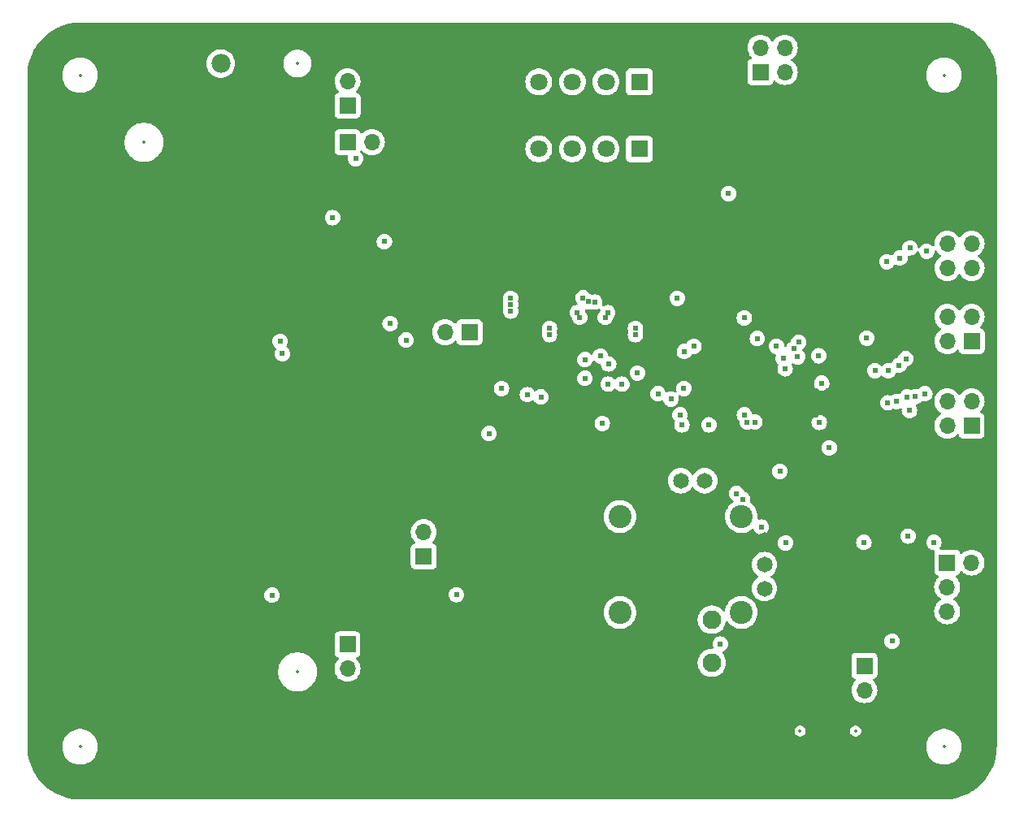
<source format=gbr>
%TF.GenerationSoftware,KiCad,Pcbnew,8.0.2*%
%TF.CreationDate,2024-05-27T22:11:15+01:00*%
%TF.ProjectId,StepUp,53746570-5570-42e6-9b69-6361645f7063,v1.0*%
%TF.SameCoordinates,Original*%
%TF.FileFunction,Copper,L3,Inr*%
%TF.FilePolarity,Positive*%
%FSLAX46Y46*%
G04 Gerber Fmt 4.6, Leading zero omitted, Abs format (unit mm)*
G04 Created by KiCad (PCBNEW 8.0.2) date 2024-05-27 22:11:15*
%MOMM*%
%LPD*%
G01*
G04 APERTURE LIST*
%TA.AperFunction,ComponentPad*%
%ADD10C,1.650000*%
%TD*%
%TA.AperFunction,ComponentPad*%
%ADD11C,1.950000*%
%TD*%
%TA.AperFunction,ComponentPad*%
%ADD12C,2.400000*%
%TD*%
%TA.AperFunction,ComponentPad*%
%ADD13C,1.980000*%
%TD*%
%TA.AperFunction,ComponentPad*%
%ADD14O,1.000000X1.800000*%
%TD*%
%TA.AperFunction,ComponentPad*%
%ADD15O,1.000000X2.100000*%
%TD*%
%TA.AperFunction,ComponentPad*%
%ADD16C,0.600000*%
%TD*%
%TA.AperFunction,HeatsinkPad*%
%ADD17C,0.600000*%
%TD*%
%TA.AperFunction,ComponentPad*%
%ADD18R,1.700000X1.700000*%
%TD*%
%TA.AperFunction,ComponentPad*%
%ADD19O,1.700000X1.700000*%
%TD*%
%TA.AperFunction,ComponentPad*%
%ADD20R,1.800000X1.800000*%
%TD*%
%TA.AperFunction,ComponentPad*%
%ADD21C,1.800000*%
%TD*%
%TA.AperFunction,ViaPad*%
%ADD22C,0.610000*%
%TD*%
%ADD23C,0.300000*%
%ADD24C,0.350000*%
%ADD25O,0.600000X1.400000*%
%ADD26O,0.600000X1.700000*%
G04 APERTURE END LIST*
D10*
%TO.N,+3V3*%
%TO.C,JOY1*%
X155062500Y-112275000D03*
%TO.N,/User Input/JOYSTICK_AXIS_H*%
X152562500Y-112275000D03*
%TO.N,GND*%
X150062500Y-112275000D03*
%TO.N,+3V3*%
X161292500Y-123505000D03*
%TO.N,/User Input/JOYSTICK_AXIS_V*%
X161292500Y-121005000D03*
%TO.N,GND*%
X161292500Y-118505000D03*
D11*
X149312500Y-126755000D03*
%TO.N,/User Input/JOYSTICK_BUTTON*%
X155812500Y-126755000D03*
%TO.N,GND*%
X149312500Y-131255000D03*
%TO.N,/User Input/JOYSTICK_BUTTON*%
X155812500Y-131255000D03*
D12*
%TO.N,unconnected-(JOY1-PadMH1)*%
X158887500Y-116005000D03*
%TO.N,unconnected-(JOY1-PadMH2)*%
X146237500Y-116005000D03*
%TO.N,unconnected-(JOY1-PadMH3)*%
X146237500Y-126005000D03*
%TO.N,unconnected-(JOY1-PadMH4)*%
X158887500Y-126005000D03*
%TD*%
D13*
%TO.N,GND*%
%TO.C,BT1*%
X104648000Y-141012000D03*
%TO.N,Net-(D14-K)*%
X104648000Y-68792000D03*
%TD*%
D14*
%TO.N,GND*%
%TO.C,J1*%
X172214000Y-142045000D03*
D15*
X172214000Y-137865000D03*
D14*
X163574000Y-142045000D03*
D15*
X163574000Y-137865000D03*
%TD*%
D16*
%TO.N,GND*%
%TO.C,U3*%
X169174000Y-105420000D03*
X169174000Y-104145000D03*
X169174000Y-102870000D03*
X167899000Y-105420000D03*
X167899000Y-104145000D03*
X167899000Y-102870000D03*
X166624000Y-105420000D03*
X166624000Y-104145000D03*
X166624000Y-102870000D03*
%TD*%
D17*
%TO.N,GND*%
%TO.C,U8*%
X119669000Y-90320000D03*
X120619000Y-90320000D03*
X121569000Y-90320000D03*
X119669000Y-89320000D03*
X120619000Y-89320000D03*
X121569000Y-89320000D03*
%TD*%
D18*
%TO.N,/MCU/GPIO8*%
%TO.C,J4*%
X182880000Y-97706000D03*
D19*
%TO.N,/MCU/GPIO10*%
X180340000Y-97706000D03*
%TO.N,/MCU/GPIO9*%
X182880000Y-95166000D03*
%TO.N,/MCU/GPIO11*%
X180340000Y-95166000D03*
%TO.N,GND*%
X182880000Y-92626000D03*
X180340000Y-92626000D03*
%TO.N,/MCU/GPIO14*%
X182880000Y-90086000D03*
%TO.N,/MCU/GPIO12*%
X180340000Y-90086000D03*
%TO.N,/MCU/GPIO15*%
X182880000Y-87546000D03*
%TO.N,/MCU/GPIO13*%
X180340000Y-87546000D03*
%TO.N,GND*%
X182880000Y-85006000D03*
X180340000Y-85006000D03*
%TD*%
D20*
%TO.N,OB2_OUT*%
%TO.C,J5*%
X148277400Y-77689501D03*
X148277400Y-70689501D03*
D21*
%TO.N,OB1_OUT*%
X144777400Y-77689501D03*
X144777400Y-70689501D03*
%TO.N,OA1_OUT*%
X141277400Y-77689501D03*
X141277400Y-70689501D03*
%TO.N,OA2_OUT*%
X137777400Y-77689501D03*
X137777400Y-70689501D03*
%TD*%
D18*
%TO.N,Vbat*%
%TO.C,J8*%
X117852000Y-129337000D03*
D19*
%TO.N,Net-(J8-Pin_2)*%
X117852000Y-131877000D03*
%TD*%
D18*
%TO.N,VMotor*%
%TO.C,J9*%
X130561000Y-96774000D03*
D19*
%TO.N,BOOST_VOUT*%
X128021000Y-96774000D03*
%TD*%
D18*
%TO.N,V_USB*%
%TO.C,J6*%
X125800000Y-120175000D03*
D19*
%TO.N,Net-(D11-A)*%
X125800000Y-117635000D03*
%TD*%
D18*
%TO.N,VMotor*%
%TO.C,J10*%
X160875000Y-69675000D03*
D19*
%TO.N,Vbat*%
X160875000Y-67135000D03*
%TO.N,+3V3*%
X163415000Y-69675000D03*
%TO.N,V_USB*%
X163415000Y-67135000D03*
%TO.N,GND*%
X165955000Y-69675000D03*
X165955000Y-67135000D03*
%TD*%
D18*
%TO.N,V_USB*%
%TO.C,J2*%
X171704000Y-131567000D03*
D19*
%TO.N,Net-(J2-Pin_2)*%
X171704000Y-134107000D03*
%TD*%
D18*
%TO.N,Vbat*%
%TO.C,J11*%
X117856000Y-73157000D03*
D19*
%TO.N,Net-(D14-K)*%
X117856000Y-70617000D03*
%TD*%
D18*
%TO.N,Net-(J12-Pin_1)*%
%TO.C,J12*%
X180330000Y-120800000D03*
D19*
%TO.N,+3V3*%
X182870000Y-120800000D03*
%TO.N,Net-(J12-Pin_3)*%
X180330000Y-123340000D03*
%TO.N,GND*%
X182870000Y-123340000D03*
%TO.N,Net-(J12-Pin_5)*%
X180330000Y-125880000D03*
%TO.N,GND*%
X182870000Y-125880000D03*
%TD*%
D18*
%TO.N,Vbat*%
%TO.C,J7*%
X117851000Y-76962000D03*
D19*
%TO.N,BOOST_VIN*%
X120391000Y-76962000D03*
%TD*%
D18*
%TO.N,/MCU/SWCLK*%
%TO.C,J3*%
X182875000Y-106525000D03*
D19*
%TO.N,/MCU/UART_0_TX*%
X180335000Y-106525000D03*
%TO.N,/MCU/SWD*%
X182875000Y-103985000D03*
%TO.N,/MCU/UART_0_RX*%
X180335000Y-103985000D03*
%TO.N,GND*%
X182875000Y-101445000D03*
X180335000Y-101445000D03*
%TD*%
D22*
%TO.N,GND*%
X142900000Y-97300000D03*
X143850000Y-97300000D03*
X143850000Y-96500000D03*
X142900000Y-96500000D03*
X178550000Y-100900000D03*
X161150000Y-108000000D03*
X161200000Y-107150000D03*
X159650000Y-103100000D03*
X169300000Y-112950000D03*
X168300000Y-112950000D03*
X176800000Y-75050000D03*
X175500000Y-75050000D03*
X174200000Y-75050000D03*
X167650000Y-83300000D03*
X169450000Y-81500000D03*
X167900000Y-135700000D03*
X163450000Y-120950000D03*
X152500000Y-109700000D03*
X135550000Y-108350000D03*
X134550000Y-109450000D03*
X135400000Y-100050000D03*
X135400000Y-101600000D03*
X138800000Y-105150000D03*
X146800000Y-105250000D03*
X144050000Y-104850000D03*
X143250000Y-104850000D03*
X133600000Y-96000000D03*
X133600000Y-96650000D03*
X133600000Y-97300000D03*
X153000000Y-97150000D03*
X153000000Y-96500000D03*
X153000000Y-95850000D03*
X134250000Y-89650000D03*
X133550000Y-89650000D03*
X142850000Y-90650000D03*
X143650000Y-90100000D03*
X144350000Y-90150000D03*
X153700000Y-81150000D03*
X143300000Y-81300000D03*
X143300000Y-82950000D03*
X131850000Y-82100000D03*
X123400000Y-67450000D03*
X123400000Y-66550000D03*
X127550000Y-80450000D03*
X127550000Y-79500000D03*
X127550000Y-78600000D03*
X117950000Y-84800000D03*
X117950000Y-85800000D03*
X117950000Y-86850000D03*
X127700000Y-107350000D03*
X126450000Y-107400000D03*
X116450000Y-108100000D03*
X118000000Y-106900000D03*
X119550000Y-108150000D03*
X121250000Y-115300000D03*
X123650000Y-120300000D03*
X133350000Y-121900000D03*
X178750000Y-132650000D03*
X178750000Y-131100000D03*
X170300000Y-115850000D03*
X164950000Y-112000000D03*
X164000000Y-111950000D03*
X172150000Y-108000000D03*
X175000000Y-102050000D03*
X170400000Y-95300000D03*
X170400000Y-94200000D03*
X167000000Y-91250000D03*
X165550000Y-95900000D03*
X167000000Y-96700000D03*
X166200000Y-96700000D03*
%TO.N,+3V3*%
X157550000Y-82350000D03*
%TO.N,/MCU/GPIO14*%
X178200000Y-88350000D03*
%TO.N,GND*%
X169032600Y-99637777D03*
%TO.N,+3V3*%
X155500000Y-106450000D03*
%TO.N,V_USB*%
X116300000Y-84850000D03*
%TO.N,/MCU/SWD*%
X175322144Y-100233894D03*
%TO.N,/MCU/SWCLK*%
X176017666Y-99550000D03*
%TO.N,LED_RED*%
X176450000Y-88000000D03*
X178000000Y-103200000D03*
%TO.N,LED_GREEN*%
X175400000Y-89050000D03*
X177000000Y-103500000D03*
%TO.N,LED_BLUE*%
X174050000Y-89450000D03*
X176150000Y-103550000D03*
%TO.N,~{TMC_STBDY}*%
X132600000Y-107350000D03*
X144400000Y-106300000D03*
X152500000Y-105400000D03*
X152900000Y-102650000D03*
%TO.N,TMC_EN*%
X146450000Y-102200000D03*
X145000000Y-102200000D03*
%TO.N,VBAT_MONITOR*%
X159200000Y-95300000D03*
X159200000Y-105400000D03*
%TO.N,VMOTOR_MONITOR*%
X160550000Y-97450000D03*
X159500000Y-106150000D03*
%TO.N,JOY_MCU_BTN*%
X163450000Y-100600000D03*
X162900000Y-111300000D03*
X156700000Y-129300000D03*
%TO.N,JOY_AXIS_MCU_V*%
X160300000Y-106150000D03*
%TO.N,JOY_AXIS_MCU_H*%
X152700000Y-106450000D03*
%TO.N,TMC_DIR*%
X136600000Y-103300000D03*
X150200000Y-103200000D03*
%TO.N,TMC_STEP*%
X138000000Y-103550000D03*
X151550000Y-103750000D03*
%TO.N,/MCU/~{USB_BOOT}*%
X129200000Y-124150000D03*
%TO.N,MCU_BOOST_EN*%
X133900000Y-102650000D03*
X148050000Y-101050000D03*
%TO.N,VUSB_MONITOR*%
X174600000Y-129000000D03*
X176400000Y-104950000D03*
%TO.N,/Power/BOOST_ENABLE*%
X118700000Y-78700000D03*
%TO.N,+3V3*%
X178950000Y-118700000D03*
X171650000Y-118700000D03*
X163500000Y-118750000D03*
%TO.N,+1V1*%
X167259000Y-102108000D03*
X166954000Y-99246000D03*
X168041800Y-108850000D03*
X167000000Y-106200000D03*
%TO.N,/MCU/~{USB_BOOT}*%
X160950000Y-117100000D03*
X176250000Y-118050000D03*
X110000000Y-124200000D03*
%TO.N,/MCU/SWCLK*%
X164850000Y-97850000D03*
%TO.N,/MCU/GPIO13*%
X110850000Y-97750000D03*
X171950000Y-97400000D03*
X153950000Y-98250000D03*
X162550000Y-98250000D03*
%TO.N,/MCU/RUN*%
X163250000Y-99500000D03*
X111075000Y-99025000D03*
X152950000Y-98800000D03*
X164750000Y-99350000D03*
%TO.N,/MCU/SWD*%
X164351670Y-98502684D03*
%TO.N,/MCU/GPIO10*%
X174200000Y-100800000D03*
X172800000Y-100800000D03*
%TO.N,VMotor*%
X134850000Y-94600000D03*
X142950000Y-93600000D03*
X134850000Y-93900000D03*
X142400000Y-93200000D03*
X143600000Y-93650000D03*
X152200000Y-93250000D03*
X134850000Y-93250000D03*
%TO.N,TMC_EN*%
X142600000Y-99650000D03*
X142600000Y-101600000D03*
%TO.N,TMC_UART_RX*%
X144200000Y-99262800D03*
X145066400Y-100100000D03*
%TO.N,Net-(U8-OVP)*%
X121700000Y-87350000D03*
X123952000Y-97598000D03*
%TO.N,/MCU/EEPROM_SCL*%
X175023110Y-104007200D03*
X158400000Y-113600000D03*
%TO.N,/Motor Driver/BRA*%
X142050000Y-95250000D03*
X138900000Y-97050000D03*
X141800000Y-94750000D03*
X138900000Y-96400000D03*
%TO.N,/Motor Driver/BRB*%
X147857000Y-97050000D03*
X147857000Y-96400000D03*
X144957000Y-94750000D03*
X144707000Y-95250000D03*
%TO.N,BOOST_VOUT*%
X122300000Y-95900000D03*
%TO.N,/MCU/EEPROM_SDA*%
X159000000Y-114200000D03*
X174150000Y-104150000D03*
%TD*%
%TA.AperFunction,Conductor*%
%TO.N,GND*%
G36*
X180000642Y-64500007D02*
G01*
X180235302Y-64502565D01*
X180244734Y-64503029D01*
X180712846Y-64543984D01*
X180723567Y-64545396D01*
X181185664Y-64626875D01*
X181196192Y-64629209D01*
X181649458Y-64750661D01*
X181659747Y-64753906D01*
X182100688Y-64914395D01*
X182110654Y-64918523D01*
X182535926Y-65116830D01*
X182545512Y-65121821D01*
X182951866Y-65356429D01*
X182960985Y-65362238D01*
X183345353Y-65631376D01*
X183353935Y-65637962D01*
X183713370Y-65939564D01*
X183721345Y-65946872D01*
X184053127Y-66278654D01*
X184060435Y-66286629D01*
X184362037Y-66646064D01*
X184368623Y-66654646D01*
X184637761Y-67039014D01*
X184643573Y-67048138D01*
X184878176Y-67454483D01*
X184883171Y-67464078D01*
X185081470Y-67889331D01*
X185085610Y-67899326D01*
X185246089Y-68340239D01*
X185249342Y-68350555D01*
X185362967Y-68774611D01*
X185370786Y-68803790D01*
X185373127Y-68814352D01*
X185454603Y-69276432D01*
X185456015Y-69287156D01*
X185496969Y-69755252D01*
X185497434Y-69764708D01*
X185499993Y-69999357D01*
X185500000Y-70000709D01*
X185500000Y-139999290D01*
X185499993Y-140000642D01*
X185497434Y-140235291D01*
X185496969Y-140244747D01*
X185456015Y-140712843D01*
X185454603Y-140723567D01*
X185373127Y-141185647D01*
X185370786Y-141196209D01*
X185249342Y-141649444D01*
X185246089Y-141659760D01*
X185085610Y-142100673D01*
X185081470Y-142110668D01*
X184883171Y-142535921D01*
X184878176Y-142545516D01*
X184643573Y-142951861D01*
X184637761Y-142960985D01*
X184368623Y-143345353D01*
X184362037Y-143353935D01*
X184060435Y-143713370D01*
X184053127Y-143721345D01*
X183721345Y-144053127D01*
X183713370Y-144060435D01*
X183353935Y-144362037D01*
X183345353Y-144368623D01*
X182960985Y-144637761D01*
X182951861Y-144643573D01*
X182545516Y-144878176D01*
X182535921Y-144883171D01*
X182110668Y-145081470D01*
X182100673Y-145085610D01*
X181659760Y-145246089D01*
X181649444Y-145249342D01*
X181196209Y-145370786D01*
X181185647Y-145373127D01*
X180723567Y-145454603D01*
X180712843Y-145456015D01*
X180244747Y-145496969D01*
X180235291Y-145497434D01*
X180000642Y-145499993D01*
X179999290Y-145500000D01*
X90000710Y-145500000D01*
X89999358Y-145499993D01*
X89764708Y-145497434D01*
X89755252Y-145496969D01*
X89287156Y-145456015D01*
X89276432Y-145454603D01*
X88814352Y-145373127D01*
X88803790Y-145370786D01*
X88350555Y-145249342D01*
X88340239Y-145246089D01*
X87899326Y-145085610D01*
X87889331Y-145081470D01*
X87464078Y-144883171D01*
X87454483Y-144878176D01*
X87048138Y-144643573D01*
X87039014Y-144637761D01*
X86654646Y-144368623D01*
X86646064Y-144362037D01*
X86286629Y-144060435D01*
X86278654Y-144053127D01*
X85946872Y-143721345D01*
X85939564Y-143713370D01*
X85637962Y-143353935D01*
X85631376Y-143345353D01*
X85362238Y-142960985D01*
X85356426Y-142951861D01*
X85121823Y-142545516D01*
X85116828Y-142535921D01*
X84918523Y-142110654D01*
X84914395Y-142100688D01*
X84753906Y-141659747D01*
X84750661Y-141649458D01*
X84629209Y-141196192D01*
X84626875Y-141185664D01*
X84545396Y-140723567D01*
X84543984Y-140712843D01*
X84533883Y-140597386D01*
X84503029Y-140244734D01*
X84502565Y-140235291D01*
X84500007Y-140000642D01*
X84500000Y-139999290D01*
X84500000Y-139878456D01*
X88145500Y-139878456D01*
X88145500Y-140121543D01*
X88145501Y-140121559D01*
X88177230Y-140362569D01*
X88240149Y-140597386D01*
X88333175Y-140821972D01*
X88333182Y-140821987D01*
X88454730Y-141032516D01*
X88602722Y-141225380D01*
X88602730Y-141225389D01*
X88774611Y-141397270D01*
X88774619Y-141397277D01*
X88967483Y-141545269D01*
X89178012Y-141666817D01*
X89178027Y-141666824D01*
X89294171Y-141714932D01*
X89402612Y-141759850D01*
X89637429Y-141822769D01*
X89878450Y-141854500D01*
X89878457Y-141854500D01*
X90121543Y-141854500D01*
X90121550Y-141854500D01*
X90362571Y-141822769D01*
X90597388Y-141759850D01*
X90821984Y-141666819D01*
X91032516Y-141545269D01*
X91225380Y-141397278D01*
X91225384Y-141397273D01*
X91225389Y-141397270D01*
X91397270Y-141225389D01*
X91397273Y-141225384D01*
X91397278Y-141225380D01*
X91545269Y-141032516D01*
X91666819Y-140821984D01*
X91759850Y-140597388D01*
X91822769Y-140362571D01*
X91854500Y-140121550D01*
X91854500Y-139878456D01*
X178145500Y-139878456D01*
X178145500Y-140121543D01*
X178145501Y-140121559D01*
X178177230Y-140362569D01*
X178240149Y-140597386D01*
X178333175Y-140821972D01*
X178333182Y-140821987D01*
X178454730Y-141032516D01*
X178602722Y-141225380D01*
X178602730Y-141225389D01*
X178774611Y-141397270D01*
X178774619Y-141397277D01*
X178967483Y-141545269D01*
X179178012Y-141666817D01*
X179178027Y-141666824D01*
X179294171Y-141714932D01*
X179402612Y-141759850D01*
X179637429Y-141822769D01*
X179878450Y-141854500D01*
X179878457Y-141854500D01*
X180121543Y-141854500D01*
X180121550Y-141854500D01*
X180362571Y-141822769D01*
X180597388Y-141759850D01*
X180821984Y-141666819D01*
X181032516Y-141545269D01*
X181225380Y-141397278D01*
X181225384Y-141397273D01*
X181225389Y-141397270D01*
X181397270Y-141225389D01*
X181397273Y-141225384D01*
X181397278Y-141225380D01*
X181545269Y-141032516D01*
X181666819Y-140821984D01*
X181759850Y-140597388D01*
X181822769Y-140362571D01*
X181854500Y-140121550D01*
X181854500Y-139878450D01*
X181822769Y-139637429D01*
X181759850Y-139402612D01*
X181666819Y-139178016D01*
X181666817Y-139178012D01*
X181545269Y-138967483D01*
X181397277Y-138774619D01*
X181397270Y-138774611D01*
X181225389Y-138602730D01*
X181225380Y-138602722D01*
X181032516Y-138454730D01*
X180821987Y-138333182D01*
X180821972Y-138333175D01*
X180597386Y-138240149D01*
X180362569Y-138177230D01*
X180121559Y-138145501D01*
X180121556Y-138145500D01*
X180121550Y-138145500D01*
X179878450Y-138145500D01*
X179878444Y-138145500D01*
X179878440Y-138145501D01*
X179637430Y-138177230D01*
X179402613Y-138240149D01*
X179178027Y-138333175D01*
X179178012Y-138333182D01*
X178967483Y-138454730D01*
X178774619Y-138602722D01*
X178602722Y-138774619D01*
X178454730Y-138967483D01*
X178333182Y-139178012D01*
X178333175Y-139178027D01*
X178240149Y-139402613D01*
X178177230Y-139637430D01*
X178145501Y-139878440D01*
X178145500Y-139878456D01*
X91854500Y-139878456D01*
X91854500Y-139878450D01*
X91822769Y-139637429D01*
X91759850Y-139402612D01*
X91666819Y-139178016D01*
X91666817Y-139178012D01*
X91545269Y-138967483D01*
X91397277Y-138774619D01*
X91397270Y-138774611D01*
X91225389Y-138602730D01*
X91225380Y-138602722D01*
X91032516Y-138454730D01*
X90821987Y-138333182D01*
X90821972Y-138333175D01*
X90714616Y-138288707D01*
X164424500Y-138288707D01*
X164424500Y-138441293D01*
X164428101Y-138454731D01*
X164463993Y-138588681D01*
X164540282Y-138720817D01*
X164540284Y-138720819D01*
X164540285Y-138720821D01*
X164648179Y-138828715D01*
X164648180Y-138828716D01*
X164648182Y-138828717D01*
X164780318Y-138905006D01*
X164780319Y-138905006D01*
X164780322Y-138905008D01*
X164927707Y-138944500D01*
X164927710Y-138944500D01*
X165080290Y-138944500D01*
X165080293Y-138944500D01*
X165227678Y-138905008D01*
X165359821Y-138828715D01*
X165467715Y-138720821D01*
X165544008Y-138588678D01*
X165583500Y-138441293D01*
X165583500Y-138288707D01*
X170204500Y-138288707D01*
X170204500Y-138441293D01*
X170208101Y-138454731D01*
X170243993Y-138588681D01*
X170320282Y-138720817D01*
X170320284Y-138720819D01*
X170320285Y-138720821D01*
X170428179Y-138828715D01*
X170428180Y-138828716D01*
X170428182Y-138828717D01*
X170560318Y-138905006D01*
X170560319Y-138905006D01*
X170560322Y-138905008D01*
X170707707Y-138944500D01*
X170707710Y-138944500D01*
X170860290Y-138944500D01*
X170860293Y-138944500D01*
X171007678Y-138905008D01*
X171139821Y-138828715D01*
X171247715Y-138720821D01*
X171324008Y-138588678D01*
X171363500Y-138441293D01*
X171363500Y-138288707D01*
X171324008Y-138141322D01*
X171247715Y-138009179D01*
X171139821Y-137901285D01*
X171139819Y-137901284D01*
X171139817Y-137901282D01*
X171007681Y-137824993D01*
X171007682Y-137824993D01*
X170995595Y-137821754D01*
X170860293Y-137785500D01*
X170707707Y-137785500D01*
X170572404Y-137821754D01*
X170560318Y-137824993D01*
X170428182Y-137901282D01*
X170428176Y-137901287D01*
X170320287Y-138009176D01*
X170320282Y-138009182D01*
X170243993Y-138141318D01*
X170243992Y-138141322D01*
X170204500Y-138288707D01*
X165583500Y-138288707D01*
X165544008Y-138141322D01*
X165467715Y-138009179D01*
X165359821Y-137901285D01*
X165359819Y-137901284D01*
X165359817Y-137901282D01*
X165227681Y-137824993D01*
X165227682Y-137824993D01*
X165215595Y-137821754D01*
X165080293Y-137785500D01*
X164927707Y-137785500D01*
X164792404Y-137821754D01*
X164780318Y-137824993D01*
X164648182Y-137901282D01*
X164648176Y-137901287D01*
X164540287Y-138009176D01*
X164540282Y-138009182D01*
X164463993Y-138141318D01*
X164463992Y-138141322D01*
X164424500Y-138288707D01*
X90714616Y-138288707D01*
X90597386Y-138240149D01*
X90362569Y-138177230D01*
X90121559Y-138145501D01*
X90121556Y-138145500D01*
X90121550Y-138145500D01*
X89878450Y-138145500D01*
X89878444Y-138145500D01*
X89878440Y-138145501D01*
X89637430Y-138177230D01*
X89402613Y-138240149D01*
X89178027Y-138333175D01*
X89178012Y-138333182D01*
X88967483Y-138454730D01*
X88774619Y-138602722D01*
X88602722Y-138774619D01*
X88454730Y-138967483D01*
X88333182Y-139178012D01*
X88333175Y-139178027D01*
X88240149Y-139402613D01*
X88177230Y-139637430D01*
X88145501Y-139878440D01*
X88145500Y-139878456D01*
X84500000Y-139878456D01*
X84500000Y-132058986D01*
X110618500Y-132058986D01*
X110618500Y-132325013D01*
X110618501Y-132325030D01*
X110653223Y-132588774D01*
X110653224Y-132588779D01*
X110653225Y-132588785D01*
X110722081Y-132845761D01*
X110755618Y-132926725D01*
X110823888Y-133091544D01*
X110823892Y-133091554D01*
X110956910Y-133321948D01*
X111118865Y-133533012D01*
X111118871Y-133533019D01*
X111306980Y-133721128D01*
X111306987Y-133721134D01*
X111518051Y-133883089D01*
X111748445Y-134016107D01*
X111748446Y-134016107D01*
X111748449Y-134016109D01*
X111994239Y-134117919D01*
X112251215Y-134186775D01*
X112514980Y-134221500D01*
X112514987Y-134221500D01*
X112781013Y-134221500D01*
X112781020Y-134221500D01*
X113044785Y-134186775D01*
X113301761Y-134117919D01*
X113328124Y-134106999D01*
X170348341Y-134106999D01*
X170348341Y-134107000D01*
X170368936Y-134342403D01*
X170368938Y-134342413D01*
X170430094Y-134570655D01*
X170430096Y-134570659D01*
X170430097Y-134570663D01*
X170529965Y-134784830D01*
X170529967Y-134784834D01*
X170638281Y-134939521D01*
X170665505Y-134978401D01*
X170832599Y-135145495D01*
X170929384Y-135213265D01*
X171026165Y-135281032D01*
X171026167Y-135281033D01*
X171026170Y-135281035D01*
X171240337Y-135380903D01*
X171468592Y-135442063D01*
X171656918Y-135458539D01*
X171703999Y-135462659D01*
X171704000Y-135462659D01*
X171704001Y-135462659D01*
X171743234Y-135459226D01*
X171939408Y-135442063D01*
X172167663Y-135380903D01*
X172381830Y-135281035D01*
X172575401Y-135145495D01*
X172742495Y-134978401D01*
X172878035Y-134784830D01*
X172977903Y-134570663D01*
X173039063Y-134342408D01*
X173059659Y-134107000D01*
X173039063Y-133871592D01*
X172977903Y-133643337D01*
X172878035Y-133429171D01*
X172742495Y-133235599D01*
X172620567Y-133113671D01*
X172587084Y-133052351D01*
X172592068Y-132982659D01*
X172633939Y-132926725D01*
X172664915Y-132909810D01*
X172796331Y-132860796D01*
X172911546Y-132774546D01*
X172997796Y-132659331D01*
X173048091Y-132524483D01*
X173054500Y-132464873D01*
X173054499Y-130669128D01*
X173048091Y-130609517D01*
X173023858Y-130544546D01*
X172997797Y-130474671D01*
X172997793Y-130474664D01*
X172911547Y-130359455D01*
X172911544Y-130359452D01*
X172796335Y-130273206D01*
X172796328Y-130273202D01*
X172661482Y-130222908D01*
X172661483Y-130222908D01*
X172601883Y-130216501D01*
X172601881Y-130216500D01*
X172601873Y-130216500D01*
X172601864Y-130216500D01*
X170806129Y-130216500D01*
X170806123Y-130216501D01*
X170746516Y-130222908D01*
X170611671Y-130273202D01*
X170611664Y-130273206D01*
X170496455Y-130359452D01*
X170496452Y-130359455D01*
X170410206Y-130474664D01*
X170410202Y-130474671D01*
X170359908Y-130609517D01*
X170353501Y-130669116D01*
X170353501Y-130669123D01*
X170353500Y-130669135D01*
X170353500Y-132464870D01*
X170353501Y-132464876D01*
X170359908Y-132524483D01*
X170410202Y-132659328D01*
X170410206Y-132659335D01*
X170496452Y-132774544D01*
X170496455Y-132774547D01*
X170611664Y-132860793D01*
X170611671Y-132860797D01*
X170743081Y-132909810D01*
X170799015Y-132951681D01*
X170823432Y-133017145D01*
X170808580Y-133085418D01*
X170787430Y-133113673D01*
X170665503Y-133235600D01*
X170529965Y-133429169D01*
X170529964Y-133429171D01*
X170430098Y-133643335D01*
X170430094Y-133643344D01*
X170368938Y-133871586D01*
X170368936Y-133871596D01*
X170348341Y-134106999D01*
X113328124Y-134106999D01*
X113547551Y-134016109D01*
X113777949Y-133883089D01*
X113989014Y-133721133D01*
X114177133Y-133533014D01*
X114339089Y-133321949D01*
X114472109Y-133091551D01*
X114573919Y-132845761D01*
X114642775Y-132588785D01*
X114677500Y-132325020D01*
X114677500Y-132058980D01*
X114653542Y-131876999D01*
X116496341Y-131876999D01*
X116496341Y-131877000D01*
X116516936Y-132112403D01*
X116516938Y-132112413D01*
X116578094Y-132340655D01*
X116578096Y-132340659D01*
X116578097Y-132340663D01*
X116663814Y-132524483D01*
X116677965Y-132554830D01*
X116677967Y-132554834D01*
X116786281Y-132709521D01*
X116813505Y-132748401D01*
X116980599Y-132915495D01*
X117005549Y-132932965D01*
X117174165Y-133051032D01*
X117174167Y-133051033D01*
X117174170Y-133051035D01*
X117388337Y-133150903D01*
X117616592Y-133212063D01*
X117804918Y-133228539D01*
X117851999Y-133232659D01*
X117852000Y-133232659D01*
X117852001Y-133232659D01*
X117891234Y-133229226D01*
X118087408Y-133212063D01*
X118315663Y-133150903D01*
X118529830Y-133051035D01*
X118723401Y-132915495D01*
X118890495Y-132748401D01*
X119026035Y-132554830D01*
X119125903Y-132340663D01*
X119187063Y-132112408D01*
X119207659Y-131877000D01*
X119187063Y-131641592D01*
X119125903Y-131413337D01*
X119052066Y-131254994D01*
X154331943Y-131254994D01*
X154331943Y-131255005D01*
X154352134Y-131498683D01*
X154352136Y-131498695D01*
X154412163Y-131735734D01*
X154510388Y-131959666D01*
X154644132Y-132164378D01*
X154792008Y-132325013D01*
X154809746Y-132344281D01*
X155002712Y-132494473D01*
X155217767Y-132610855D01*
X155217770Y-132610856D01*
X155449041Y-132690251D01*
X155449043Y-132690251D01*
X155449045Y-132690252D01*
X155690237Y-132730500D01*
X155690238Y-132730500D01*
X155934762Y-132730500D01*
X155934763Y-132730500D01*
X156175955Y-132690252D01*
X156407233Y-132610855D01*
X156622288Y-132494473D01*
X156815254Y-132344281D01*
X156980868Y-132164377D01*
X157114611Y-131959667D01*
X157212836Y-131735736D01*
X157272864Y-131498692D01*
X157279937Y-131413335D01*
X157293057Y-131255005D01*
X157293057Y-131254994D01*
X157272865Y-131011316D01*
X157272863Y-131011304D01*
X157269944Y-130999778D01*
X157212836Y-130774264D01*
X157114611Y-130550333D01*
X157065174Y-130474664D01*
X156980870Y-130345625D01*
X156906309Y-130264631D01*
X156875387Y-130201977D01*
X156883247Y-130132550D01*
X156927394Y-130078395D01*
X156956582Y-130063607D01*
X157019981Y-130041423D01*
X157051703Y-130030324D01*
X157075249Y-130015529D01*
X157205399Y-129933750D01*
X157333750Y-129805399D01*
X157430323Y-129651705D01*
X157490274Y-129480375D01*
X157490275Y-129480369D01*
X157510597Y-129300003D01*
X157510597Y-129299996D01*
X157490275Y-129119630D01*
X157490274Y-129119625D01*
X157448414Y-128999996D01*
X173789403Y-128999996D01*
X173789403Y-129000003D01*
X173809724Y-129180369D01*
X173809725Y-129180374D01*
X173869677Y-129351706D01*
X173966249Y-129505398D01*
X174094601Y-129633750D01*
X174175088Y-129684324D01*
X174248295Y-129730323D01*
X174382202Y-129777179D01*
X174419625Y-129790274D01*
X174419630Y-129790275D01*
X174599996Y-129810597D01*
X174600000Y-129810597D01*
X174600004Y-129810597D01*
X174780369Y-129790275D01*
X174780372Y-129790274D01*
X174780375Y-129790274D01*
X174951705Y-129730323D01*
X175105399Y-129633750D01*
X175233750Y-129505399D01*
X175330323Y-129351705D01*
X175390274Y-129180375D01*
X175390275Y-129180369D01*
X175410597Y-129000003D01*
X175410597Y-128999996D01*
X175390275Y-128819630D01*
X175390274Y-128819625D01*
X175381518Y-128794601D01*
X175330323Y-128648295D01*
X175243252Y-128509724D01*
X175233750Y-128494601D01*
X175105398Y-128366249D01*
X174951706Y-128269677D01*
X174780374Y-128209725D01*
X174780369Y-128209724D01*
X174600004Y-128189403D01*
X174599996Y-128189403D01*
X174419630Y-128209724D01*
X174419625Y-128209725D01*
X174248293Y-128269677D01*
X174094601Y-128366249D01*
X173966249Y-128494601D01*
X173869677Y-128648293D01*
X173809725Y-128819625D01*
X173809724Y-128819630D01*
X173789403Y-128999996D01*
X157448414Y-128999996D01*
X157430322Y-128948293D01*
X157333750Y-128794601D01*
X157205398Y-128666249D01*
X157051706Y-128569677D01*
X156880374Y-128509725D01*
X156880369Y-128509724D01*
X156700004Y-128489403D01*
X156699996Y-128489403D01*
X156519630Y-128509724D01*
X156519625Y-128509725D01*
X156348293Y-128569677D01*
X156194601Y-128666249D01*
X156066249Y-128794601D01*
X155969677Y-128948293D01*
X155909725Y-129119625D01*
X155909724Y-129119630D01*
X155889403Y-129299996D01*
X155889403Y-129300003D01*
X155909724Y-129480369D01*
X155909725Y-129480374D01*
X155956674Y-129614545D01*
X155960235Y-129684324D01*
X155925506Y-129744952D01*
X155863513Y-129777179D01*
X155839632Y-129779500D01*
X155690237Y-129779500D01*
X155641998Y-129787549D01*
X155449041Y-129819748D01*
X155217770Y-129899143D01*
X155217765Y-129899145D01*
X155002712Y-130015526D01*
X155002708Y-130015529D01*
X154809752Y-130165713D01*
X154809742Y-130165722D01*
X154644132Y-130345621D01*
X154510388Y-130550333D01*
X154412163Y-130774265D01*
X154352136Y-131011304D01*
X154352134Y-131011316D01*
X154331943Y-131254994D01*
X119052066Y-131254994D01*
X119026035Y-131199171D01*
X118894492Y-131011308D01*
X118890496Y-131005600D01*
X118890495Y-131005599D01*
X118768567Y-130883671D01*
X118735084Y-130822351D01*
X118740068Y-130752659D01*
X118781939Y-130696725D01*
X118812915Y-130679810D01*
X118944331Y-130630796D01*
X119059546Y-130544546D01*
X119145796Y-130429331D01*
X119196091Y-130294483D01*
X119202500Y-130234873D01*
X119202499Y-128439128D01*
X119196091Y-128379517D01*
X119191142Y-128366249D01*
X119145797Y-128244671D01*
X119145793Y-128244664D01*
X119059547Y-128129455D01*
X119059544Y-128129452D01*
X118944335Y-128043206D01*
X118944328Y-128043202D01*
X118809482Y-127992908D01*
X118809483Y-127992908D01*
X118749883Y-127986501D01*
X118749881Y-127986500D01*
X118749873Y-127986500D01*
X118749864Y-127986500D01*
X116954129Y-127986500D01*
X116954123Y-127986501D01*
X116894516Y-127992908D01*
X116759671Y-128043202D01*
X116759664Y-128043206D01*
X116644455Y-128129452D01*
X116644452Y-128129455D01*
X116558206Y-128244664D01*
X116558202Y-128244671D01*
X116507908Y-128379517D01*
X116501501Y-128439116D01*
X116501501Y-128439123D01*
X116501500Y-128439135D01*
X116501500Y-130234870D01*
X116501501Y-130234876D01*
X116507908Y-130294483D01*
X116558202Y-130429328D01*
X116558206Y-130429335D01*
X116644452Y-130544544D01*
X116644455Y-130544547D01*
X116759664Y-130630793D01*
X116759671Y-130630797D01*
X116891081Y-130679810D01*
X116947015Y-130721681D01*
X116971432Y-130787145D01*
X116956580Y-130855418D01*
X116935430Y-130883673D01*
X116813503Y-131005600D01*
X116677965Y-131199169D01*
X116677964Y-131199171D01*
X116578098Y-131413335D01*
X116578094Y-131413344D01*
X116516938Y-131641586D01*
X116516936Y-131641596D01*
X116496341Y-131876999D01*
X114653542Y-131876999D01*
X114642775Y-131795215D01*
X114573919Y-131538239D01*
X114472109Y-131292449D01*
X114450484Y-131254994D01*
X114339089Y-131062051D01*
X114177134Y-130850987D01*
X114177128Y-130850980D01*
X113989019Y-130662871D01*
X113989012Y-130662865D01*
X113777948Y-130500910D01*
X113547554Y-130367892D01*
X113547544Y-130367888D01*
X113370329Y-130294483D01*
X113301761Y-130266081D01*
X113301759Y-130266080D01*
X113301758Y-130266080D01*
X113225414Y-130245624D01*
X113044785Y-130197225D01*
X113044779Y-130197224D01*
X113044774Y-130197223D01*
X112781030Y-130162501D01*
X112781025Y-130162500D01*
X112781020Y-130162500D01*
X112514980Y-130162500D01*
X112514974Y-130162500D01*
X112514969Y-130162501D01*
X112251225Y-130197223D01*
X112251218Y-130197224D01*
X112251215Y-130197225D01*
X112179279Y-130216500D01*
X111994241Y-130266080D01*
X111748455Y-130367888D01*
X111748445Y-130367892D01*
X111518051Y-130500910D01*
X111306987Y-130662865D01*
X111306980Y-130662871D01*
X111118871Y-130850980D01*
X111118865Y-130850987D01*
X110956910Y-131062051D01*
X110823892Y-131292445D01*
X110823888Y-131292455D01*
X110722080Y-131538241D01*
X110653226Y-131795212D01*
X110653223Y-131795225D01*
X110618501Y-132058969D01*
X110618500Y-132058986D01*
X84500000Y-132058986D01*
X84500000Y-126004995D01*
X144532232Y-126004995D01*
X144532232Y-126005004D01*
X144551277Y-126259154D01*
X144551278Y-126259157D01*
X144607992Y-126507637D01*
X144701107Y-126744888D01*
X144828541Y-126965612D01*
X144987450Y-127164877D01*
X145174283Y-127338232D01*
X145384866Y-127481805D01*
X145384871Y-127481807D01*
X145384872Y-127481808D01*
X145384873Y-127481809D01*
X145506828Y-127540538D01*
X145614492Y-127592387D01*
X145614493Y-127592387D01*
X145614496Y-127592389D01*
X145858042Y-127667513D01*
X146110065Y-127705500D01*
X146364935Y-127705500D01*
X146616958Y-127667513D01*
X146860504Y-127592389D01*
X147090134Y-127481805D01*
X147300717Y-127338232D01*
X147487550Y-127164877D01*
X147646459Y-126965612D01*
X147768058Y-126754994D01*
X154331943Y-126754994D01*
X154331943Y-126755005D01*
X154352134Y-126998683D01*
X154352136Y-126998695D01*
X154412163Y-127235734D01*
X154510388Y-127459666D01*
X154644132Y-127664378D01*
X154809742Y-127844277D01*
X154809752Y-127844286D01*
X155002708Y-127994470D01*
X155002712Y-127994473D01*
X155217767Y-128110855D01*
X155217770Y-128110856D01*
X155449041Y-128190251D01*
X155449043Y-128190251D01*
X155449045Y-128190252D01*
X155690237Y-128230500D01*
X155690238Y-128230500D01*
X155934762Y-128230500D01*
X155934763Y-128230500D01*
X156175955Y-128190252D01*
X156407233Y-128110855D01*
X156622288Y-127994473D01*
X156815254Y-127844281D01*
X156980868Y-127664377D01*
X157114611Y-127459667D01*
X157212836Y-127235736D01*
X157267447Y-127020081D01*
X157302987Y-126959926D01*
X157365407Y-126928534D01*
X157434890Y-126935872D01*
X157484598Y-126973207D01*
X157637450Y-127164877D01*
X157824283Y-127338232D01*
X158034866Y-127481805D01*
X158034871Y-127481807D01*
X158034872Y-127481808D01*
X158034873Y-127481809D01*
X158156828Y-127540538D01*
X158264492Y-127592387D01*
X158264493Y-127592387D01*
X158264496Y-127592389D01*
X158508042Y-127667513D01*
X158760065Y-127705500D01*
X159014935Y-127705500D01*
X159266958Y-127667513D01*
X159510504Y-127592389D01*
X159740134Y-127481805D01*
X159950717Y-127338232D01*
X160137550Y-127164877D01*
X160296459Y-126965612D01*
X160423893Y-126744888D01*
X160517008Y-126507637D01*
X160573722Y-126259157D01*
X160592768Y-126005000D01*
X160580824Y-125845621D01*
X160573722Y-125750845D01*
X160554293Y-125665722D01*
X160517008Y-125502363D01*
X160423893Y-125265112D01*
X160296459Y-125044388D01*
X160137550Y-124845123D01*
X159950717Y-124671768D01*
X159740134Y-124528195D01*
X159740130Y-124528193D01*
X159740127Y-124528191D01*
X159740126Y-124528190D01*
X159510506Y-124417612D01*
X159510508Y-124417612D01*
X159266966Y-124342489D01*
X159266962Y-124342488D01*
X159266958Y-124342487D01*
X159145731Y-124324214D01*
X159014940Y-124304500D01*
X159014935Y-124304500D01*
X158760065Y-124304500D01*
X158760059Y-124304500D01*
X158603109Y-124328157D01*
X158508042Y-124342487D01*
X158508039Y-124342488D01*
X158508033Y-124342489D01*
X158264492Y-124417612D01*
X158034873Y-124528190D01*
X158034872Y-124528191D01*
X157824282Y-124671768D01*
X157637452Y-124845121D01*
X157637450Y-124845123D01*
X157478541Y-125044388D01*
X157351108Y-125265109D01*
X157257992Y-125502362D01*
X157257990Y-125502369D01*
X157201277Y-125750844D01*
X157199467Y-125774994D01*
X157174826Y-125840375D01*
X157118750Y-125882054D01*
X157049042Y-125886800D01*
X156987833Y-125853106D01*
X156984466Y-125849281D01*
X156984342Y-125849396D01*
X156815257Y-125665722D01*
X156815247Y-125665713D01*
X156622291Y-125515529D01*
X156622287Y-125515526D01*
X156407234Y-125399145D01*
X156407229Y-125399143D01*
X156175958Y-125319748D01*
X155995061Y-125289562D01*
X155934763Y-125279500D01*
X155690237Y-125279500D01*
X155641998Y-125287549D01*
X155449041Y-125319748D01*
X155217770Y-125399143D01*
X155217765Y-125399145D01*
X155002712Y-125515526D01*
X155002708Y-125515529D01*
X154809752Y-125665713D01*
X154809742Y-125665722D01*
X154644132Y-125845621D01*
X154510388Y-126050333D01*
X154412163Y-126274265D01*
X154352136Y-126511304D01*
X154352134Y-126511316D01*
X154331943Y-126754994D01*
X147768058Y-126754994D01*
X147773893Y-126744888D01*
X147867008Y-126507637D01*
X147923722Y-126259157D01*
X147942768Y-126005000D01*
X147930824Y-125845621D01*
X147923722Y-125750845D01*
X147904293Y-125665722D01*
X147867008Y-125502363D01*
X147773893Y-125265112D01*
X147646459Y-125044388D01*
X147487550Y-124845123D01*
X147300717Y-124671768D01*
X147090134Y-124528195D01*
X147090130Y-124528193D01*
X147090127Y-124528191D01*
X147090126Y-124528190D01*
X146860506Y-124417612D01*
X146860508Y-124417612D01*
X146616966Y-124342489D01*
X146616962Y-124342488D01*
X146616958Y-124342487D01*
X146495731Y-124324214D01*
X146364940Y-124304500D01*
X146364935Y-124304500D01*
X146110065Y-124304500D01*
X146110059Y-124304500D01*
X145953109Y-124328157D01*
X145858042Y-124342487D01*
X145858039Y-124342488D01*
X145858033Y-124342489D01*
X145614492Y-124417612D01*
X145384873Y-124528190D01*
X145384872Y-124528191D01*
X145174282Y-124671768D01*
X144987452Y-124845121D01*
X144987450Y-124845123D01*
X144828541Y-125044388D01*
X144701108Y-125265109D01*
X144607992Y-125502362D01*
X144607990Y-125502369D01*
X144551277Y-125750845D01*
X144532232Y-126004995D01*
X84500000Y-126004995D01*
X84500000Y-124199996D01*
X109189403Y-124199996D01*
X109189403Y-124200003D01*
X109209724Y-124380369D01*
X109209725Y-124380374D01*
X109269677Y-124551706D01*
X109366249Y-124705398D01*
X109494601Y-124833750D01*
X109506944Y-124841506D01*
X109648295Y-124930323D01*
X109734813Y-124960597D01*
X109819625Y-124990274D01*
X109819630Y-124990275D01*
X109999996Y-125010597D01*
X110000000Y-125010597D01*
X110000004Y-125010597D01*
X110180369Y-124990275D01*
X110180372Y-124990274D01*
X110180375Y-124990274D01*
X110351705Y-124930323D01*
X110505399Y-124833750D01*
X110633750Y-124705399D01*
X110730323Y-124551705D01*
X110790274Y-124380375D01*
X110790275Y-124380369D01*
X110810597Y-124200003D01*
X110810597Y-124199996D01*
X110804963Y-124149996D01*
X128389403Y-124149996D01*
X128389403Y-124150003D01*
X128409724Y-124330369D01*
X128409725Y-124330374D01*
X128469677Y-124501706D01*
X128566249Y-124655398D01*
X128694601Y-124783750D01*
X128792271Y-124845121D01*
X128848295Y-124880323D01*
X128991184Y-124930322D01*
X129019625Y-124940274D01*
X129019630Y-124940275D01*
X129199996Y-124960597D01*
X129200000Y-124960597D01*
X129200004Y-124960597D01*
X129380369Y-124940275D01*
X129380372Y-124940274D01*
X129380375Y-124940274D01*
X129551705Y-124880323D01*
X129705399Y-124783750D01*
X129833750Y-124655399D01*
X129930323Y-124501705D01*
X129990274Y-124330375D01*
X129990275Y-124330369D01*
X130010597Y-124150003D01*
X130010597Y-124149996D01*
X129990275Y-123969630D01*
X129990274Y-123969625D01*
X129947818Y-123848293D01*
X129930323Y-123798295D01*
X129833750Y-123644601D01*
X129705399Y-123516250D01*
X129705398Y-123516249D01*
X129551706Y-123419677D01*
X129380374Y-123359725D01*
X129380369Y-123359724D01*
X129200004Y-123339403D01*
X129199996Y-123339403D01*
X129019630Y-123359724D01*
X129019625Y-123359725D01*
X128848293Y-123419677D01*
X128694601Y-123516249D01*
X128566249Y-123644601D01*
X128469677Y-123798293D01*
X128409725Y-123969625D01*
X128409724Y-123969630D01*
X128389403Y-124149996D01*
X110804963Y-124149996D01*
X110790275Y-124019630D01*
X110790274Y-124019625D01*
X110730322Y-123848293D01*
X110633750Y-123694601D01*
X110505398Y-123566249D01*
X110351706Y-123469677D01*
X110180374Y-123409725D01*
X110180369Y-123409724D01*
X110000004Y-123389403D01*
X109999996Y-123389403D01*
X109819630Y-123409724D01*
X109819625Y-123409725D01*
X109648293Y-123469677D01*
X109494601Y-123566249D01*
X109366249Y-123694601D01*
X109269677Y-123848293D01*
X109209725Y-124019625D01*
X109209724Y-124019630D01*
X109189403Y-124199996D01*
X84500000Y-124199996D01*
X84500000Y-117634999D01*
X124444341Y-117634999D01*
X124444341Y-117635000D01*
X124464936Y-117870403D01*
X124464938Y-117870413D01*
X124526094Y-118098655D01*
X124526096Y-118098659D01*
X124526097Y-118098663D01*
X124594149Y-118244601D01*
X124625965Y-118312830D01*
X124625967Y-118312834D01*
X124734281Y-118467521D01*
X124761501Y-118506396D01*
X124761506Y-118506402D01*
X124883430Y-118628326D01*
X124916915Y-118689649D01*
X124911931Y-118759341D01*
X124870059Y-118815274D01*
X124839083Y-118832189D01*
X124707669Y-118881203D01*
X124707664Y-118881206D01*
X124592455Y-118967452D01*
X124592452Y-118967455D01*
X124506206Y-119082664D01*
X124506202Y-119082671D01*
X124455908Y-119217517D01*
X124451836Y-119255398D01*
X124449501Y-119277123D01*
X124449500Y-119277135D01*
X124449500Y-121072870D01*
X124449501Y-121072876D01*
X124455908Y-121132483D01*
X124506202Y-121267328D01*
X124506206Y-121267335D01*
X124592452Y-121382544D01*
X124592455Y-121382547D01*
X124707664Y-121468793D01*
X124707671Y-121468797D01*
X124842517Y-121519091D01*
X124842516Y-121519091D01*
X124849444Y-121519835D01*
X124902127Y-121525500D01*
X126697872Y-121525499D01*
X126757483Y-121519091D01*
X126892331Y-121468796D01*
X127007546Y-121382546D01*
X127093796Y-121267331D01*
X127144091Y-121132483D01*
X127150500Y-121072873D01*
X127150500Y-121004998D01*
X159961937Y-121004998D01*
X159961937Y-121005001D01*
X159982150Y-121236044D01*
X159982151Y-121236051D01*
X160042178Y-121460074D01*
X160042179Y-121460076D01*
X160042180Y-121460079D01*
X160140199Y-121670282D01*
X160273230Y-121860269D01*
X160437231Y-122024270D01*
X160617505Y-122150500D01*
X160621683Y-122153425D01*
X160665308Y-122208002D01*
X160672500Y-122277501D01*
X160640978Y-122339855D01*
X160621683Y-122356575D01*
X160437231Y-122485730D01*
X160437229Y-122485731D01*
X160273231Y-122649729D01*
X160273226Y-122649735D01*
X160140201Y-122839714D01*
X160140199Y-122839718D01*
X160042181Y-123049917D01*
X159982151Y-123273948D01*
X159982150Y-123273955D01*
X159961937Y-123504998D01*
X159961937Y-123505001D01*
X159982150Y-123736044D01*
X159982151Y-123736051D01*
X160042178Y-123960074D01*
X160042179Y-123960076D01*
X160042180Y-123960079D01*
X160140199Y-124170282D01*
X160273230Y-124360269D01*
X160437231Y-124524270D01*
X160627218Y-124657301D01*
X160837421Y-124755320D01*
X161061450Y-124815349D01*
X161226485Y-124829787D01*
X161292498Y-124835563D01*
X161292500Y-124835563D01*
X161292502Y-124835563D01*
X161350262Y-124830509D01*
X161523550Y-124815349D01*
X161747579Y-124755320D01*
X161957782Y-124657301D01*
X162147769Y-124524270D01*
X162311770Y-124360269D01*
X162444801Y-124170282D01*
X162542820Y-123960079D01*
X162602849Y-123736050D01*
X162623063Y-123505000D01*
X162602849Y-123273950D01*
X162542820Y-123049921D01*
X162444801Y-122839719D01*
X162444799Y-122839716D01*
X162444798Y-122839714D01*
X162311773Y-122649735D01*
X162311768Y-122649729D01*
X162147769Y-122485730D01*
X162123305Y-122468600D01*
X161963314Y-122356572D01*
X161919692Y-122301998D01*
X161912499Y-122232499D01*
X161944021Y-122170145D01*
X161963309Y-122153430D01*
X162147769Y-122024270D01*
X162311770Y-121860269D01*
X162444801Y-121670282D01*
X162542820Y-121460079D01*
X162602849Y-121236050D01*
X162623063Y-121005000D01*
X162602849Y-120773950D01*
X162542820Y-120549921D01*
X162444801Y-120339719D01*
X162444799Y-120339716D01*
X162444798Y-120339714D01*
X162311773Y-120149735D01*
X162311768Y-120149729D01*
X162147769Y-119985730D01*
X162147763Y-119985726D01*
X161957782Y-119852699D01*
X161747579Y-119754680D01*
X161747576Y-119754679D01*
X161747574Y-119754678D01*
X161523551Y-119694651D01*
X161523544Y-119694650D01*
X161292502Y-119674437D01*
X161292498Y-119674437D01*
X161061455Y-119694650D01*
X161061448Y-119694651D01*
X160837417Y-119754681D01*
X160627218Y-119852699D01*
X160627214Y-119852701D01*
X160437235Y-119985726D01*
X160437229Y-119985731D01*
X160273231Y-120149729D01*
X160273226Y-120149735D01*
X160140201Y-120339714D01*
X160140199Y-120339718D01*
X160042181Y-120549917D01*
X159982151Y-120773948D01*
X159982150Y-120773955D01*
X159961937Y-121004998D01*
X127150500Y-121004998D01*
X127150499Y-119277128D01*
X127144091Y-119217517D01*
X127139571Y-119205399D01*
X127093797Y-119082671D01*
X127093793Y-119082664D01*
X127007547Y-118967455D01*
X127007544Y-118967452D01*
X126892335Y-118881206D01*
X126892328Y-118881202D01*
X126760917Y-118832189D01*
X126704983Y-118790318D01*
X126689944Y-118749996D01*
X162689403Y-118749996D01*
X162689403Y-118750003D01*
X162709724Y-118930369D01*
X162709725Y-118930374D01*
X162769677Y-119101706D01*
X162866249Y-119255398D01*
X162994601Y-119383750D01*
X163109440Y-119455909D01*
X163148295Y-119480323D01*
X163312303Y-119537712D01*
X163319625Y-119540274D01*
X163319630Y-119540275D01*
X163499996Y-119560597D01*
X163500000Y-119560597D01*
X163500004Y-119560597D01*
X163680369Y-119540275D01*
X163680372Y-119540274D01*
X163680375Y-119540274D01*
X163851705Y-119480323D01*
X164005399Y-119383750D01*
X164133750Y-119255399D01*
X164230323Y-119101705D01*
X164290274Y-118930375D01*
X164295814Y-118881204D01*
X164310597Y-118750003D01*
X164310597Y-118749996D01*
X164304963Y-118699996D01*
X170839403Y-118699996D01*
X170839403Y-118700003D01*
X170859724Y-118880369D01*
X170859725Y-118880374D01*
X170919677Y-119051706D01*
X171016249Y-119205398D01*
X171144601Y-119333750D01*
X171297486Y-119429815D01*
X171298295Y-119430323D01*
X171397216Y-119464937D01*
X171469625Y-119490274D01*
X171469630Y-119490275D01*
X171649996Y-119510597D01*
X171650000Y-119510597D01*
X171650004Y-119510597D01*
X171830369Y-119490275D01*
X171830372Y-119490274D01*
X171830375Y-119490274D01*
X172001705Y-119430323D01*
X172155399Y-119333750D01*
X172283750Y-119205399D01*
X172380323Y-119051705D01*
X172440274Y-118880375D01*
X172440275Y-118880369D01*
X172460597Y-118700003D01*
X172460597Y-118699996D01*
X172440275Y-118519630D01*
X172440274Y-118519625D01*
X172380322Y-118348293D01*
X172283750Y-118194601D01*
X172155398Y-118066249D01*
X172129532Y-118049996D01*
X175439403Y-118049996D01*
X175439403Y-118050003D01*
X175459724Y-118230369D01*
X175459725Y-118230374D01*
X175519677Y-118401706D01*
X175616249Y-118555398D01*
X175744601Y-118683750D01*
X175864902Y-118759341D01*
X175898295Y-118780323D01*
X176069625Y-118840274D01*
X176069630Y-118840275D01*
X176249996Y-118860597D01*
X176250000Y-118860597D01*
X176250004Y-118860597D01*
X176430369Y-118840275D01*
X176430372Y-118840274D01*
X176430375Y-118840274D01*
X176601705Y-118780323D01*
X176729544Y-118699996D01*
X178139403Y-118699996D01*
X178139403Y-118700003D01*
X178159724Y-118880369D01*
X178159725Y-118880374D01*
X178219677Y-119051706D01*
X178316249Y-119205398D01*
X178444601Y-119333750D01*
X178597486Y-119429815D01*
X178598295Y-119430323D01*
X178697216Y-119464937D01*
X178769625Y-119490274D01*
X178769629Y-119490275D01*
X178867791Y-119501334D01*
X178950000Y-119510597D01*
X178950002Y-119510596D01*
X178950439Y-119510646D01*
X179014853Y-119537712D01*
X179054408Y-119595306D01*
X179056547Y-119665143D01*
X179039949Y-119699610D01*
X179040454Y-119699886D01*
X179036202Y-119707671D01*
X178985908Y-119842517D01*
X178979501Y-119902116D01*
X178979500Y-119902135D01*
X178979500Y-121697870D01*
X178979501Y-121697876D01*
X178985908Y-121757483D01*
X179036202Y-121892328D01*
X179036206Y-121892335D01*
X179122452Y-122007544D01*
X179122455Y-122007547D01*
X179237664Y-122093793D01*
X179237671Y-122093797D01*
X179369081Y-122142810D01*
X179425015Y-122184681D01*
X179449432Y-122250145D01*
X179434580Y-122318418D01*
X179413430Y-122346673D01*
X179291503Y-122468600D01*
X179155965Y-122662169D01*
X179155964Y-122662171D01*
X179056098Y-122876335D01*
X179056094Y-122876344D01*
X178994938Y-123104586D01*
X178994936Y-123104596D01*
X178974341Y-123339999D01*
X178974341Y-123340000D01*
X178994936Y-123575403D01*
X178994938Y-123575413D01*
X179056094Y-123803655D01*
X179056096Y-123803659D01*
X179056097Y-123803663D01*
X179129033Y-123960074D01*
X179155965Y-124017830D01*
X179155967Y-124017834D01*
X179291501Y-124211395D01*
X179291506Y-124211402D01*
X179458597Y-124378493D01*
X179458603Y-124378498D01*
X179644158Y-124508425D01*
X179687783Y-124563002D01*
X179694977Y-124632500D01*
X179663454Y-124694855D01*
X179644158Y-124711575D01*
X179458597Y-124841505D01*
X179291505Y-125008597D01*
X179155965Y-125202169D01*
X179155964Y-125202171D01*
X179056098Y-125416335D01*
X179056094Y-125416344D01*
X178994938Y-125644586D01*
X178994936Y-125644596D01*
X178974341Y-125879999D01*
X178974341Y-125880000D01*
X178994936Y-126115403D01*
X178994938Y-126115413D01*
X179056094Y-126343655D01*
X179056096Y-126343659D01*
X179056097Y-126343663D01*
X179132556Y-126507630D01*
X179155965Y-126557830D01*
X179155967Y-126557834D01*
X179264281Y-126712521D01*
X179291505Y-126751401D01*
X179458599Y-126918495D01*
X179483416Y-126935872D01*
X179652165Y-127054032D01*
X179652167Y-127054033D01*
X179652170Y-127054035D01*
X179866337Y-127153903D01*
X180094592Y-127215063D01*
X180282918Y-127231539D01*
X180329999Y-127235659D01*
X180330000Y-127235659D01*
X180330001Y-127235659D01*
X180369234Y-127232226D01*
X180565408Y-127215063D01*
X180793663Y-127153903D01*
X181007830Y-127054035D01*
X181201401Y-126918495D01*
X181368495Y-126751401D01*
X181504035Y-126557830D01*
X181603903Y-126343663D01*
X181665063Y-126115408D01*
X181685659Y-125880000D01*
X181665063Y-125644592D01*
X181603903Y-125416337D01*
X181504035Y-125202171D01*
X181368495Y-125008599D01*
X181368494Y-125008597D01*
X181201402Y-124841506D01*
X181201396Y-124841501D01*
X181015842Y-124711575D01*
X180972217Y-124656998D01*
X180965023Y-124587500D01*
X180996546Y-124525145D01*
X181015842Y-124508425D01*
X181145536Y-124417612D01*
X181201401Y-124378495D01*
X181368495Y-124211401D01*
X181504035Y-124017830D01*
X181603903Y-123803663D01*
X181665063Y-123575408D01*
X181685659Y-123340000D01*
X181665063Y-123104592D01*
X181603903Y-122876337D01*
X181504035Y-122662171D01*
X181495327Y-122649735D01*
X181368496Y-122468600D01*
X181368495Y-122468599D01*
X181246567Y-122346671D01*
X181213084Y-122285351D01*
X181218068Y-122215659D01*
X181259939Y-122159725D01*
X181290915Y-122142810D01*
X181422331Y-122093796D01*
X181537546Y-122007546D01*
X181623796Y-121892331D01*
X181672810Y-121760916D01*
X181714681Y-121704984D01*
X181780145Y-121680566D01*
X181848418Y-121695417D01*
X181876673Y-121716569D01*
X181998599Y-121838495D01*
X182095384Y-121906265D01*
X182192165Y-121974032D01*
X182192167Y-121974033D01*
X182192170Y-121974035D01*
X182406337Y-122073903D01*
X182634592Y-122135063D01*
X182811034Y-122150500D01*
X182869999Y-122155659D01*
X182870000Y-122155659D01*
X182870001Y-122155659D01*
X182928966Y-122150500D01*
X183105408Y-122135063D01*
X183333663Y-122073903D01*
X183547830Y-121974035D01*
X183741401Y-121838495D01*
X183908495Y-121671401D01*
X184044035Y-121477830D01*
X184143903Y-121263663D01*
X184205063Y-121035408D01*
X184225659Y-120800000D01*
X184205063Y-120564592D01*
X184143903Y-120336337D01*
X184044035Y-120122171D01*
X183948499Y-119985730D01*
X183908494Y-119928597D01*
X183741402Y-119761506D01*
X183741395Y-119761501D01*
X183547834Y-119625967D01*
X183547830Y-119625965D01*
X183547828Y-119625964D01*
X183333663Y-119526097D01*
X183333659Y-119526096D01*
X183333655Y-119526094D01*
X183105413Y-119464938D01*
X183105403Y-119464936D01*
X182870001Y-119444341D01*
X182869999Y-119444341D01*
X182634596Y-119464936D01*
X182634586Y-119464938D01*
X182406344Y-119526094D01*
X182406335Y-119526098D01*
X182192171Y-119625964D01*
X182192169Y-119625965D01*
X181998600Y-119761503D01*
X181876673Y-119883430D01*
X181815350Y-119916914D01*
X181745658Y-119911930D01*
X181689725Y-119870058D01*
X181672810Y-119839081D01*
X181623797Y-119707671D01*
X181623793Y-119707664D01*
X181537547Y-119592455D01*
X181537544Y-119592452D01*
X181422335Y-119506206D01*
X181422328Y-119506202D01*
X181287482Y-119455908D01*
X181287483Y-119455908D01*
X181227883Y-119449501D01*
X181227881Y-119449500D01*
X181227873Y-119449500D01*
X181227865Y-119449500D01*
X179639010Y-119449500D01*
X179571971Y-119429815D01*
X179526216Y-119377011D01*
X179516272Y-119307853D01*
X179545297Y-119244297D01*
X179551316Y-119237832D01*
X179583750Y-119205399D01*
X179680323Y-119051705D01*
X179740274Y-118880375D01*
X179740275Y-118880369D01*
X179760597Y-118700003D01*
X179760597Y-118699996D01*
X179740275Y-118519630D01*
X179740274Y-118519625D01*
X179680322Y-118348293D01*
X179583750Y-118194601D01*
X179455398Y-118066249D01*
X179301706Y-117969677D01*
X179130374Y-117909725D01*
X179130369Y-117909724D01*
X178950004Y-117889403D01*
X178949996Y-117889403D01*
X178769630Y-117909724D01*
X178769625Y-117909725D01*
X178598293Y-117969677D01*
X178444601Y-118066249D01*
X178316249Y-118194601D01*
X178219677Y-118348293D01*
X178159725Y-118519625D01*
X178159724Y-118519630D01*
X178139403Y-118699996D01*
X176729544Y-118699996D01*
X176755399Y-118683750D01*
X176883750Y-118555399D01*
X176980323Y-118401705D01*
X177040274Y-118230375D01*
X177058766Y-118066250D01*
X177060597Y-118050003D01*
X177060597Y-118049996D01*
X177040275Y-117869630D01*
X177040274Y-117869625D01*
X176980322Y-117698293D01*
X176883750Y-117544601D01*
X176755398Y-117416249D01*
X176601706Y-117319677D01*
X176430374Y-117259725D01*
X176430369Y-117259724D01*
X176250004Y-117239403D01*
X176249996Y-117239403D01*
X176069630Y-117259724D01*
X176069625Y-117259725D01*
X175898293Y-117319677D01*
X175744601Y-117416249D01*
X175616249Y-117544601D01*
X175519677Y-117698293D01*
X175459725Y-117869625D01*
X175459724Y-117869630D01*
X175439403Y-118049996D01*
X172129532Y-118049996D01*
X172001706Y-117969677D01*
X171830374Y-117909725D01*
X171830369Y-117909724D01*
X171650004Y-117889403D01*
X171649996Y-117889403D01*
X171469630Y-117909724D01*
X171469625Y-117909725D01*
X171298293Y-117969677D01*
X171144601Y-118066249D01*
X171016249Y-118194601D01*
X170919677Y-118348293D01*
X170859725Y-118519625D01*
X170859724Y-118519630D01*
X170839403Y-118699996D01*
X164304963Y-118699996D01*
X164290275Y-118569630D01*
X164290274Y-118569625D01*
X164268149Y-118506395D01*
X164230323Y-118398295D01*
X164198904Y-118348293D01*
X164133750Y-118244601D01*
X164005398Y-118116249D01*
X163851706Y-118019677D01*
X163680374Y-117959725D01*
X163680369Y-117959724D01*
X163500004Y-117939403D01*
X163499996Y-117939403D01*
X163319630Y-117959724D01*
X163319625Y-117959725D01*
X163148293Y-118019677D01*
X162994601Y-118116249D01*
X162866249Y-118244601D01*
X162769677Y-118398293D01*
X162709725Y-118569625D01*
X162709724Y-118569630D01*
X162689403Y-118749996D01*
X126689944Y-118749996D01*
X126680566Y-118724853D01*
X126695418Y-118656580D01*
X126716563Y-118628332D01*
X126838495Y-118506401D01*
X126974035Y-118312830D01*
X127073903Y-118098663D01*
X127135063Y-117870408D01*
X127155659Y-117635000D01*
X127135063Y-117399592D01*
X127073903Y-117171337D01*
X126974035Y-116957171D01*
X126947746Y-116919625D01*
X126838494Y-116763597D01*
X126671402Y-116596506D01*
X126671395Y-116596501D01*
X126477834Y-116460967D01*
X126477830Y-116460965D01*
X126360399Y-116406206D01*
X126263663Y-116361097D01*
X126263659Y-116361096D01*
X126263655Y-116361094D01*
X126035413Y-116299938D01*
X126035403Y-116299936D01*
X125800001Y-116279341D01*
X125799999Y-116279341D01*
X125564596Y-116299936D01*
X125564586Y-116299938D01*
X125336344Y-116361094D01*
X125336335Y-116361098D01*
X125122171Y-116460964D01*
X125122169Y-116460965D01*
X124928597Y-116596505D01*
X124761505Y-116763597D01*
X124625965Y-116957169D01*
X124625964Y-116957171D01*
X124526098Y-117171335D01*
X124526094Y-117171344D01*
X124464938Y-117399586D01*
X124464936Y-117399596D01*
X124444341Y-117634999D01*
X84500000Y-117634999D01*
X84500000Y-116004995D01*
X144532232Y-116004995D01*
X144532232Y-116005004D01*
X144551277Y-116259154D01*
X144598545Y-116466250D01*
X144607992Y-116507637D01*
X144642870Y-116596505D01*
X144701108Y-116744890D01*
X144711910Y-116763599D01*
X144828541Y-116965612D01*
X144987450Y-117164877D01*
X145174283Y-117338232D01*
X145384866Y-117481805D01*
X145384871Y-117481807D01*
X145384872Y-117481808D01*
X145384873Y-117481809D01*
X145506828Y-117540538D01*
X145614492Y-117592387D01*
X145614493Y-117592387D01*
X145614496Y-117592389D01*
X145858042Y-117667513D01*
X146110065Y-117705500D01*
X146364935Y-117705500D01*
X146616958Y-117667513D01*
X146860504Y-117592389D01*
X147090134Y-117481805D01*
X147300717Y-117338232D01*
X147487550Y-117164877D01*
X147646459Y-116965612D01*
X147773893Y-116744888D01*
X147867008Y-116507637D01*
X147923722Y-116259157D01*
X147942768Y-116005000D01*
X147942768Y-116004995D01*
X157182232Y-116004995D01*
X157182232Y-116005004D01*
X157201277Y-116259154D01*
X157248545Y-116466250D01*
X157257992Y-116507637D01*
X157292870Y-116596505D01*
X157351108Y-116744890D01*
X157361910Y-116763599D01*
X157478541Y-116965612D01*
X157637450Y-117164877D01*
X157824283Y-117338232D01*
X158034866Y-117481805D01*
X158034871Y-117481807D01*
X158034872Y-117481808D01*
X158034873Y-117481809D01*
X158156828Y-117540538D01*
X158264492Y-117592387D01*
X158264493Y-117592387D01*
X158264496Y-117592389D01*
X158508042Y-117667513D01*
X158760065Y-117705500D01*
X159014935Y-117705500D01*
X159266958Y-117667513D01*
X159510504Y-117592389D01*
X159740134Y-117481805D01*
X159950717Y-117338232D01*
X159984952Y-117306466D01*
X160047481Y-117275299D01*
X160116937Y-117282885D01*
X160171266Y-117326818D01*
X160186333Y-117356412D01*
X160219676Y-117451704D01*
X160278048Y-117544601D01*
X160316250Y-117605399D01*
X160444601Y-117733750D01*
X160598295Y-117830323D01*
X160712866Y-117870413D01*
X160769625Y-117890274D01*
X160769630Y-117890275D01*
X160949996Y-117910597D01*
X160950000Y-117910597D01*
X160950004Y-117910597D01*
X161130369Y-117890275D01*
X161130372Y-117890274D01*
X161130375Y-117890274D01*
X161301705Y-117830323D01*
X161455399Y-117733750D01*
X161583750Y-117605399D01*
X161680323Y-117451705D01*
X161740274Y-117280375D01*
X161742601Y-117259724D01*
X161760597Y-117100003D01*
X161760597Y-117099996D01*
X161740275Y-116919630D01*
X161740274Y-116919625D01*
X161680322Y-116748293D01*
X161583750Y-116594601D01*
X161455398Y-116466249D01*
X161301706Y-116369677D01*
X161130374Y-116309725D01*
X161130369Y-116309724D01*
X160950004Y-116289403D01*
X160949996Y-116289403D01*
X160769630Y-116309724D01*
X160769623Y-116309726D01*
X160743313Y-116318932D01*
X160673534Y-116322492D01*
X160612907Y-116287761D01*
X160580682Y-116225767D01*
X160578708Y-116192623D01*
X160592768Y-116005004D01*
X160592768Y-116004995D01*
X160573722Y-115750845D01*
X160517009Y-115502369D01*
X160517008Y-115502363D01*
X160423893Y-115265112D01*
X160296459Y-115044388D01*
X160137550Y-114845123D01*
X159950717Y-114671768D01*
X159817467Y-114580919D01*
X159773167Y-114526893D01*
X159765108Y-114457490D01*
X159770277Y-114437520D01*
X159790274Y-114380375D01*
X159806794Y-114233755D01*
X159810597Y-114200003D01*
X159810597Y-114199996D01*
X159790275Y-114019630D01*
X159790274Y-114019625D01*
X159730322Y-113848293D01*
X159633750Y-113694601D01*
X159505398Y-113566249D01*
X159351703Y-113469676D01*
X159244070Y-113432013D01*
X159187295Y-113391291D01*
X159167987Y-113355933D01*
X159130323Y-113248295D01*
X159033750Y-113094601D01*
X158905399Y-112966250D01*
X158905398Y-112966249D01*
X158751706Y-112869677D01*
X158580374Y-112809725D01*
X158580369Y-112809724D01*
X158400004Y-112789403D01*
X158399996Y-112789403D01*
X158219630Y-112809724D01*
X158219625Y-112809725D01*
X158048293Y-112869677D01*
X157894601Y-112966249D01*
X157766249Y-113094601D01*
X157669677Y-113248293D01*
X157609725Y-113419625D01*
X157609724Y-113419630D01*
X157589403Y-113599996D01*
X157589403Y-113600003D01*
X157609724Y-113780369D01*
X157609725Y-113780374D01*
X157669677Y-113951706D01*
X157766249Y-114105398D01*
X157894602Y-114233751D01*
X157894607Y-114233755D01*
X158031978Y-114320072D01*
X158078269Y-114372406D01*
X158088917Y-114441460D01*
X158060542Y-114505308D01*
X158035858Y-114527519D01*
X157824282Y-114671768D01*
X157637452Y-114845121D01*
X157637450Y-114845123D01*
X157478541Y-115044388D01*
X157351108Y-115265109D01*
X157257992Y-115502362D01*
X157257990Y-115502369D01*
X157201277Y-115750845D01*
X157182232Y-116004995D01*
X147942768Y-116004995D01*
X147923722Y-115750843D01*
X147867008Y-115502363D01*
X147773893Y-115265112D01*
X147646459Y-115044388D01*
X147487550Y-114845123D01*
X147300717Y-114671768D01*
X147090134Y-114528195D01*
X147090130Y-114528193D01*
X147090127Y-114528191D01*
X147090126Y-114528190D01*
X146860506Y-114417612D01*
X146860508Y-114417612D01*
X146616966Y-114342489D01*
X146616962Y-114342488D01*
X146616958Y-114342487D01*
X146495731Y-114324214D01*
X146364940Y-114304500D01*
X146364935Y-114304500D01*
X146110065Y-114304500D01*
X146110059Y-114304500D01*
X145953109Y-114328157D01*
X145858042Y-114342487D01*
X145858039Y-114342488D01*
X145858033Y-114342489D01*
X145614492Y-114417612D01*
X145384873Y-114528190D01*
X145384872Y-114528191D01*
X145174282Y-114671768D01*
X144987452Y-114845121D01*
X144987450Y-114845123D01*
X144828541Y-115044388D01*
X144701108Y-115265109D01*
X144607992Y-115502362D01*
X144607990Y-115502369D01*
X144551277Y-115750845D01*
X144532232Y-116004995D01*
X84500000Y-116004995D01*
X84500000Y-112274998D01*
X151231937Y-112274998D01*
X151231937Y-112275001D01*
X151252150Y-112506044D01*
X151252151Y-112506051D01*
X151312178Y-112730074D01*
X151312179Y-112730076D01*
X151312180Y-112730079D01*
X151410199Y-112940282D01*
X151543230Y-113130269D01*
X151707231Y-113294270D01*
X151897218Y-113427301D01*
X152107421Y-113525320D01*
X152331450Y-113585349D01*
X152496485Y-113599787D01*
X152562498Y-113605563D01*
X152562500Y-113605563D01*
X152562502Y-113605563D01*
X152626132Y-113599996D01*
X152793550Y-113585349D01*
X153017579Y-113525320D01*
X153227782Y-113427301D01*
X153417769Y-113294270D01*
X153581770Y-113130269D01*
X153710927Y-112945814D01*
X153765502Y-112902192D01*
X153835001Y-112894999D01*
X153897355Y-112926521D01*
X153914069Y-112945809D01*
X154043230Y-113130269D01*
X154207231Y-113294270D01*
X154397218Y-113427301D01*
X154607421Y-113525320D01*
X154831450Y-113585349D01*
X154996485Y-113599787D01*
X155062498Y-113605563D01*
X155062500Y-113605563D01*
X155062502Y-113605563D01*
X155126132Y-113599996D01*
X155293550Y-113585349D01*
X155517579Y-113525320D01*
X155727782Y-113427301D01*
X155917769Y-113294270D01*
X156081770Y-113130269D01*
X156214801Y-112940282D01*
X156312820Y-112730079D01*
X156372849Y-112506050D01*
X156393063Y-112275000D01*
X156372849Y-112043950D01*
X156312820Y-111819921D01*
X156214801Y-111609719D01*
X156214799Y-111609716D01*
X156214798Y-111609714D01*
X156081773Y-111419735D01*
X156081768Y-111419729D01*
X155962035Y-111299996D01*
X162089403Y-111299996D01*
X162089403Y-111300003D01*
X162109724Y-111480369D01*
X162109725Y-111480374D01*
X162169677Y-111651706D01*
X162266249Y-111805398D01*
X162266250Y-111805399D01*
X162394601Y-111933750D01*
X162548295Y-112030323D01*
X162719625Y-112090274D01*
X162719630Y-112090275D01*
X162899996Y-112110597D01*
X162900000Y-112110597D01*
X162900004Y-112110597D01*
X163080369Y-112090275D01*
X163080372Y-112090274D01*
X163080375Y-112090274D01*
X163251705Y-112030323D01*
X163405399Y-111933750D01*
X163533750Y-111805399D01*
X163630323Y-111651705D01*
X163690274Y-111480375D01*
X163690275Y-111480369D01*
X163710597Y-111300003D01*
X163710597Y-111299996D01*
X163690275Y-111119630D01*
X163690274Y-111119625D01*
X163630323Y-110948295D01*
X163533750Y-110794601D01*
X163405399Y-110666250D01*
X163405398Y-110666249D01*
X163251706Y-110569677D01*
X163080374Y-110509725D01*
X163080369Y-110509724D01*
X162900004Y-110489403D01*
X162899996Y-110489403D01*
X162719630Y-110509724D01*
X162719625Y-110509725D01*
X162548293Y-110569677D01*
X162394601Y-110666249D01*
X162266249Y-110794601D01*
X162169677Y-110948293D01*
X162109725Y-111119625D01*
X162109724Y-111119630D01*
X162089403Y-111299996D01*
X155962035Y-111299996D01*
X155917769Y-111255730D01*
X155917763Y-111255726D01*
X155727782Y-111122699D01*
X155517579Y-111024680D01*
X155517576Y-111024679D01*
X155517574Y-111024678D01*
X155293551Y-110964651D01*
X155293544Y-110964650D01*
X155062502Y-110944437D01*
X155062498Y-110944437D01*
X154831455Y-110964650D01*
X154831448Y-110964651D01*
X154607417Y-111024681D01*
X154397218Y-111122699D01*
X154397214Y-111122701D01*
X154207235Y-111255726D01*
X154207229Y-111255731D01*
X154043231Y-111419729D01*
X154043226Y-111419735D01*
X153914075Y-111604183D01*
X153859498Y-111647808D01*
X153790000Y-111655002D01*
X153727645Y-111623479D01*
X153710925Y-111604183D01*
X153581773Y-111419735D01*
X153581768Y-111419729D01*
X153417769Y-111255730D01*
X153417763Y-111255726D01*
X153227782Y-111122699D01*
X153017579Y-111024680D01*
X153017576Y-111024679D01*
X153017574Y-111024678D01*
X152793551Y-110964651D01*
X152793544Y-110964650D01*
X152562502Y-110944437D01*
X152562498Y-110944437D01*
X152331455Y-110964650D01*
X152331448Y-110964651D01*
X152107417Y-111024681D01*
X151897218Y-111122699D01*
X151897214Y-111122701D01*
X151707235Y-111255726D01*
X151707229Y-111255731D01*
X151543231Y-111419729D01*
X151543226Y-111419735D01*
X151410201Y-111609714D01*
X151410199Y-111609718D01*
X151312181Y-111819917D01*
X151252151Y-112043948D01*
X151252150Y-112043955D01*
X151231937Y-112274998D01*
X84500000Y-112274998D01*
X84500000Y-108849996D01*
X167231203Y-108849996D01*
X167231203Y-108850003D01*
X167251524Y-109030369D01*
X167251525Y-109030374D01*
X167311477Y-109201706D01*
X167408049Y-109355398D01*
X167408050Y-109355399D01*
X167536401Y-109483750D01*
X167690095Y-109580323D01*
X167861425Y-109640274D01*
X167861430Y-109640275D01*
X168041796Y-109660597D01*
X168041800Y-109660597D01*
X168041804Y-109660597D01*
X168222169Y-109640275D01*
X168222172Y-109640274D01*
X168222175Y-109640274D01*
X168393505Y-109580323D01*
X168547199Y-109483750D01*
X168675550Y-109355399D01*
X168772123Y-109201705D01*
X168832074Y-109030375D01*
X168852397Y-108850000D01*
X168832074Y-108669625D01*
X168772123Y-108498295D01*
X168675550Y-108344601D01*
X168547199Y-108216250D01*
X168547198Y-108216249D01*
X168393506Y-108119677D01*
X168222174Y-108059725D01*
X168222169Y-108059724D01*
X168041804Y-108039403D01*
X168041796Y-108039403D01*
X167861430Y-108059724D01*
X167861425Y-108059725D01*
X167690093Y-108119677D01*
X167536401Y-108216249D01*
X167408049Y-108344601D01*
X167311477Y-108498293D01*
X167251525Y-108669625D01*
X167251524Y-108669630D01*
X167231203Y-108849996D01*
X84500000Y-108849996D01*
X84500000Y-107349996D01*
X131789403Y-107349996D01*
X131789403Y-107350003D01*
X131809724Y-107530369D01*
X131809725Y-107530374D01*
X131869677Y-107701706D01*
X131966249Y-107855398D01*
X132094601Y-107983750D01*
X132215513Y-108059725D01*
X132248295Y-108080323D01*
X132360762Y-108119677D01*
X132419625Y-108140274D01*
X132419630Y-108140275D01*
X132599996Y-108160597D01*
X132600000Y-108160597D01*
X132600004Y-108160597D01*
X132780369Y-108140275D01*
X132780372Y-108140274D01*
X132780375Y-108140274D01*
X132951705Y-108080323D01*
X133105399Y-107983750D01*
X133233750Y-107855399D01*
X133330323Y-107701705D01*
X133390274Y-107530375D01*
X133395670Y-107482482D01*
X133410597Y-107350003D01*
X133410597Y-107349996D01*
X133390275Y-107169630D01*
X133390274Y-107169625D01*
X133341530Y-107030323D01*
X133330323Y-106998295D01*
X133324271Y-106988664D01*
X133233750Y-106844601D01*
X133105398Y-106716249D01*
X132951706Y-106619677D01*
X132780374Y-106559725D01*
X132780369Y-106559724D01*
X132600004Y-106539403D01*
X132599996Y-106539403D01*
X132419630Y-106559724D01*
X132419625Y-106559725D01*
X132248293Y-106619677D01*
X132094601Y-106716249D01*
X131966249Y-106844601D01*
X131869677Y-106998293D01*
X131809725Y-107169625D01*
X131809724Y-107169630D01*
X131789403Y-107349996D01*
X84500000Y-107349996D01*
X84500000Y-106299996D01*
X143589403Y-106299996D01*
X143589403Y-106300003D01*
X143609724Y-106480369D01*
X143609725Y-106480374D01*
X143669677Y-106651706D01*
X143766249Y-106805398D01*
X143894601Y-106933750D01*
X143981995Y-106988664D01*
X144048295Y-107030323D01*
X144219625Y-107090274D01*
X144219630Y-107090275D01*
X144399996Y-107110597D01*
X144400000Y-107110597D01*
X144400004Y-107110597D01*
X144580369Y-107090275D01*
X144580372Y-107090274D01*
X144580375Y-107090274D01*
X144751705Y-107030323D01*
X144905399Y-106933750D01*
X145033750Y-106805399D01*
X145130323Y-106651705D01*
X145190274Y-106480375D01*
X145193696Y-106450003D01*
X145210597Y-106300003D01*
X145210597Y-106299996D01*
X145190275Y-106119630D01*
X145190274Y-106119625D01*
X145182810Y-106098293D01*
X145130323Y-105948295D01*
X145103369Y-105905399D01*
X145033750Y-105794601D01*
X144905398Y-105666249D01*
X144751706Y-105569677D01*
X144580374Y-105509725D01*
X144580369Y-105509724D01*
X144400004Y-105489403D01*
X144399996Y-105489403D01*
X144219630Y-105509724D01*
X144219625Y-105509725D01*
X144048293Y-105569677D01*
X143894601Y-105666249D01*
X143766249Y-105794601D01*
X143669677Y-105948293D01*
X143609725Y-106119625D01*
X143609724Y-106119630D01*
X143589403Y-106299996D01*
X84500000Y-106299996D01*
X84500000Y-105399996D01*
X151689403Y-105399996D01*
X151689403Y-105400003D01*
X151709724Y-105580369D01*
X151709725Y-105580374D01*
X151769677Y-105751706D01*
X151866249Y-105905398D01*
X151937774Y-105976923D01*
X151971259Y-106038246D01*
X151967135Y-106105559D01*
X151909725Y-106269625D01*
X151909724Y-106269630D01*
X151889403Y-106449996D01*
X151889403Y-106450003D01*
X151909724Y-106630369D01*
X151909725Y-106630374D01*
X151969677Y-106801706D01*
X152066249Y-106955398D01*
X152194601Y-107083750D01*
X152331329Y-107169663D01*
X152348295Y-107180323D01*
X152412628Y-107202834D01*
X152519625Y-107240274D01*
X152519630Y-107240275D01*
X152699996Y-107260597D01*
X152700000Y-107260597D01*
X152700004Y-107260597D01*
X152880369Y-107240275D01*
X152880372Y-107240274D01*
X152880375Y-107240274D01*
X153051705Y-107180323D01*
X153205399Y-107083750D01*
X153333750Y-106955399D01*
X153430323Y-106801705D01*
X153490274Y-106630375D01*
X153490275Y-106630369D01*
X153510597Y-106450003D01*
X153510597Y-106449996D01*
X154689403Y-106449996D01*
X154689403Y-106450003D01*
X154709724Y-106630369D01*
X154709725Y-106630374D01*
X154769677Y-106801706D01*
X154866249Y-106955398D01*
X154994601Y-107083750D01*
X155131329Y-107169663D01*
X155148295Y-107180323D01*
X155212628Y-107202834D01*
X155319625Y-107240274D01*
X155319630Y-107240275D01*
X155499996Y-107260597D01*
X155500000Y-107260597D01*
X155500004Y-107260597D01*
X155680369Y-107240275D01*
X155680372Y-107240274D01*
X155680375Y-107240274D01*
X155851705Y-107180323D01*
X156005399Y-107083750D01*
X156133750Y-106955399D01*
X156230323Y-106801705D01*
X156290274Y-106630375D01*
X156290275Y-106630369D01*
X156310597Y-106450003D01*
X156310597Y-106449996D01*
X156290275Y-106269630D01*
X156290274Y-106269625D01*
X156237788Y-106119630D01*
X156230323Y-106098295D01*
X156207099Y-106061335D01*
X156133750Y-105944601D01*
X156005398Y-105816249D01*
X155851706Y-105719677D01*
X155680374Y-105659725D01*
X155680369Y-105659724D01*
X155500004Y-105639403D01*
X155499996Y-105639403D01*
X155319630Y-105659724D01*
X155319625Y-105659725D01*
X155148293Y-105719677D01*
X154994601Y-105816249D01*
X154866249Y-105944601D01*
X154769677Y-106098293D01*
X154709725Y-106269625D01*
X154709724Y-106269630D01*
X154689403Y-106449996D01*
X153510597Y-106449996D01*
X153490275Y-106269630D01*
X153490274Y-106269625D01*
X153437788Y-106119630D01*
X153430323Y-106098295D01*
X153407099Y-106061335D01*
X153333752Y-105944604D01*
X153333751Y-105944603D01*
X153333750Y-105944601D01*
X153262224Y-105873075D01*
X153228740Y-105811751D01*
X153232864Y-105744440D01*
X153290274Y-105580375D01*
X153290275Y-105580369D01*
X153310597Y-105400003D01*
X153310597Y-105399996D01*
X158389403Y-105399996D01*
X158389403Y-105400003D01*
X158409724Y-105580369D01*
X158409725Y-105580374D01*
X158469677Y-105751706D01*
X158545939Y-105873075D01*
X158566250Y-105905399D01*
X158630476Y-105969625D01*
X158659476Y-105998625D01*
X158692960Y-106059949D01*
X158695015Y-106100187D01*
X158689404Y-106149996D01*
X158689403Y-106150003D01*
X158709724Y-106330369D01*
X158709725Y-106330374D01*
X158769677Y-106501706D01*
X158866249Y-106655398D01*
X158994601Y-106783750D01*
X159146682Y-106879310D01*
X159148295Y-106880323D01*
X159319625Y-106940274D01*
X159319630Y-106940275D01*
X159499996Y-106960597D01*
X159500000Y-106960597D01*
X159500004Y-106960597D01*
X159680369Y-106940275D01*
X159680372Y-106940274D01*
X159680375Y-106940274D01*
X159851705Y-106880323D01*
X159851705Y-106880322D01*
X159858278Y-106878023D01*
X159859263Y-106880838D01*
X159915057Y-106871613D01*
X159941271Y-106879310D01*
X159941722Y-106878023D01*
X160119625Y-106940274D01*
X160119630Y-106940275D01*
X160299996Y-106960597D01*
X160300000Y-106960597D01*
X160300004Y-106960597D01*
X160480369Y-106940275D01*
X160480372Y-106940274D01*
X160480375Y-106940274D01*
X160651705Y-106880323D01*
X160805399Y-106783750D01*
X160933750Y-106655399D01*
X161030323Y-106501705D01*
X161090274Y-106330375D01*
X161093696Y-106300003D01*
X161104964Y-106199996D01*
X166189403Y-106199996D01*
X166189403Y-106200003D01*
X166209724Y-106380369D01*
X166209725Y-106380374D01*
X166269677Y-106551706D01*
X166366249Y-106705398D01*
X166494601Y-106833750D01*
X166569540Y-106880838D01*
X166648295Y-106930323D01*
X166734813Y-106960597D01*
X166819625Y-106990274D01*
X166819630Y-106990275D01*
X166999996Y-107010597D01*
X167000000Y-107010597D01*
X167000004Y-107010597D01*
X167180369Y-106990275D01*
X167180372Y-106990274D01*
X167180375Y-106990274D01*
X167351705Y-106930323D01*
X167505399Y-106833750D01*
X167633750Y-106705399D01*
X167730323Y-106551705D01*
X167790274Y-106380375D01*
X167795908Y-106330374D01*
X167810597Y-106200003D01*
X167810597Y-106199996D01*
X167790275Y-106019630D01*
X167790274Y-106019625D01*
X167772778Y-105969625D01*
X167730323Y-105848295D01*
X167729615Y-105847169D01*
X167633750Y-105694601D01*
X167505398Y-105566249D01*
X167351706Y-105469677D01*
X167180374Y-105409725D01*
X167180369Y-105409724D01*
X167000004Y-105389403D01*
X166999996Y-105389403D01*
X166819630Y-105409724D01*
X166819625Y-105409725D01*
X166648293Y-105469677D01*
X166494601Y-105566249D01*
X166366249Y-105694601D01*
X166269677Y-105848293D01*
X166209725Y-106019625D01*
X166209724Y-106019630D01*
X166189403Y-106199996D01*
X161104964Y-106199996D01*
X161110597Y-106150003D01*
X161110597Y-106149996D01*
X161090275Y-105969630D01*
X161090274Y-105969625D01*
X161047425Y-105847169D01*
X161030323Y-105798295D01*
X161001048Y-105751705D01*
X160933750Y-105644601D01*
X160805398Y-105516249D01*
X160651706Y-105419677D01*
X160480374Y-105359725D01*
X160480369Y-105359724D01*
X160300004Y-105339403D01*
X160299996Y-105339403D01*
X160130702Y-105358477D01*
X160061880Y-105346422D01*
X160010501Y-105299073D01*
X159993599Y-105249139D01*
X159990274Y-105219625D01*
X159930323Y-105048295D01*
X159924890Y-105039649D01*
X159833750Y-104894601D01*
X159705398Y-104766249D01*
X159551706Y-104669677D01*
X159380374Y-104609725D01*
X159380369Y-104609724D01*
X159200004Y-104589403D01*
X159199996Y-104589403D01*
X159019630Y-104609724D01*
X159019625Y-104609725D01*
X158848293Y-104669677D01*
X158694601Y-104766249D01*
X158566249Y-104894601D01*
X158469677Y-105048293D01*
X158409725Y-105219625D01*
X158409724Y-105219630D01*
X158389403Y-105399996D01*
X153310597Y-105399996D01*
X153290275Y-105219630D01*
X153290274Y-105219625D01*
X153269073Y-105159035D01*
X153230323Y-105048295D01*
X153224890Y-105039649D01*
X153133750Y-104894601D01*
X153005398Y-104766249D01*
X152851706Y-104669677D01*
X152680374Y-104609725D01*
X152680369Y-104609724D01*
X152500004Y-104589403D01*
X152499996Y-104589403D01*
X152319630Y-104609724D01*
X152319625Y-104609725D01*
X152148293Y-104669677D01*
X151994601Y-104766249D01*
X151866249Y-104894601D01*
X151769677Y-105048293D01*
X151709725Y-105219625D01*
X151709724Y-105219630D01*
X151689403Y-105399996D01*
X84500000Y-105399996D01*
X84500000Y-102649996D01*
X133089403Y-102649996D01*
X133089403Y-102650003D01*
X133109724Y-102830369D01*
X133109725Y-102830374D01*
X133169677Y-103001706D01*
X133266249Y-103155398D01*
X133394601Y-103283750D01*
X133539772Y-103374968D01*
X133548295Y-103380323D01*
X133638374Y-103411843D01*
X133719625Y-103440274D01*
X133719630Y-103440275D01*
X133899996Y-103460597D01*
X133900000Y-103460597D01*
X133900004Y-103460597D01*
X134080369Y-103440275D01*
X134080372Y-103440274D01*
X134080375Y-103440274D01*
X134251705Y-103380323D01*
X134379544Y-103299996D01*
X135789403Y-103299996D01*
X135789403Y-103300003D01*
X135809724Y-103480369D01*
X135809725Y-103480374D01*
X135869677Y-103651706D01*
X135966249Y-103805398D01*
X136094601Y-103933750D01*
X136201796Y-104001106D01*
X136248295Y-104030323D01*
X136419625Y-104090274D01*
X136419630Y-104090275D01*
X136599996Y-104110597D01*
X136600000Y-104110597D01*
X136600004Y-104110597D01*
X136780369Y-104090275D01*
X136780372Y-104090274D01*
X136780375Y-104090274D01*
X136951705Y-104030323D01*
X137105399Y-103933750D01*
X137108700Y-103930448D01*
X137170018Y-103896962D01*
X137239709Y-103901943D01*
X137295646Y-103943811D01*
X137301377Y-103952155D01*
X137366249Y-104055398D01*
X137494601Y-104183750D01*
X137552933Y-104220403D01*
X137648295Y-104280323D01*
X137791335Y-104330375D01*
X137819625Y-104340274D01*
X137819630Y-104340275D01*
X137999996Y-104360597D01*
X138000000Y-104360597D01*
X138000004Y-104360597D01*
X138180369Y-104340275D01*
X138180372Y-104340274D01*
X138180375Y-104340274D01*
X138351705Y-104280323D01*
X138505399Y-104183750D01*
X138633750Y-104055399D01*
X138730323Y-103901705D01*
X138790274Y-103730375D01*
X138793088Y-103705399D01*
X138810597Y-103550003D01*
X138810597Y-103549996D01*
X138790275Y-103369630D01*
X138790274Y-103369625D01*
X138765910Y-103299996D01*
X138730918Y-103199996D01*
X149389403Y-103199996D01*
X149389403Y-103200003D01*
X149409724Y-103380369D01*
X149409725Y-103380374D01*
X149469677Y-103551706D01*
X149566249Y-103705398D01*
X149694601Y-103833750D01*
X149802751Y-103901706D01*
X149848295Y-103930323D01*
X149960614Y-103969625D01*
X150019625Y-103990274D01*
X150019630Y-103990275D01*
X150199996Y-104010597D01*
X150200000Y-104010597D01*
X150200004Y-104010597D01*
X150380369Y-103990275D01*
X150380372Y-103990274D01*
X150380375Y-103990274D01*
X150551705Y-103930323D01*
X150590559Y-103905909D01*
X150657792Y-103886908D01*
X150724628Y-103907274D01*
X150769844Y-103960541D01*
X150773573Y-103969947D01*
X150819677Y-104101706D01*
X150916249Y-104255398D01*
X151044601Y-104383750D01*
X151147908Y-104448663D01*
X151198295Y-104480323D01*
X151369625Y-104540274D01*
X151369630Y-104540275D01*
X151549996Y-104560597D01*
X151550000Y-104560597D01*
X151550004Y-104560597D01*
X151730369Y-104540275D01*
X151730372Y-104540274D01*
X151730375Y-104540274D01*
X151901705Y-104480323D01*
X152055399Y-104383750D01*
X152183750Y-104255399D01*
X152249980Y-104149996D01*
X173339403Y-104149996D01*
X173339403Y-104150003D01*
X173359724Y-104330369D01*
X173359725Y-104330374D01*
X173419677Y-104501706D01*
X173516249Y-104655398D01*
X173644601Y-104783750D01*
X173760223Y-104856401D01*
X173798295Y-104880323D01*
X173969625Y-104940274D01*
X173969630Y-104940275D01*
X174149996Y-104960597D01*
X174150000Y-104960597D01*
X174150004Y-104960597D01*
X174330369Y-104940275D01*
X174330372Y-104940274D01*
X174330375Y-104940274D01*
X174501705Y-104880323D01*
X174539777Y-104856401D01*
X174633556Y-104797475D01*
X174655399Y-104783750D01*
X174655399Y-104783749D01*
X174657816Y-104782231D01*
X174725053Y-104763230D01*
X174764740Y-104770182D01*
X174842735Y-104797474D01*
X174842739Y-104797474D01*
X174842743Y-104797475D01*
X175023106Y-104817797D01*
X175023110Y-104817797D01*
X175023114Y-104817797D01*
X175203479Y-104797475D01*
X175203482Y-104797474D01*
X175203485Y-104797474D01*
X175374815Y-104737523D01*
X175413493Y-104713220D01*
X175480729Y-104694219D01*
X175547565Y-104714586D01*
X175592779Y-104767853D01*
X175602686Y-104832095D01*
X175589403Y-104949994D01*
X175589403Y-104950003D01*
X175609724Y-105130369D01*
X175609725Y-105130374D01*
X175669677Y-105301706D01*
X175766249Y-105455398D01*
X175894601Y-105583750D01*
X176025896Y-105666249D01*
X176048295Y-105680323D01*
X176160762Y-105719677D01*
X176219625Y-105740274D01*
X176219630Y-105740275D01*
X176399996Y-105760597D01*
X176400000Y-105760597D01*
X176400004Y-105760597D01*
X176580369Y-105740275D01*
X176580372Y-105740274D01*
X176580375Y-105740274D01*
X176751705Y-105680323D01*
X176905399Y-105583750D01*
X177033750Y-105455399D01*
X177130323Y-105301705D01*
X177190274Y-105130375D01*
X177199522Y-105048295D01*
X177210597Y-104950003D01*
X177210597Y-104949996D01*
X177190275Y-104769630D01*
X177190274Y-104769625D01*
X177130322Y-104598292D01*
X177057880Y-104483003D01*
X177038879Y-104415766D01*
X177059246Y-104348931D01*
X177112514Y-104303716D01*
X177148986Y-104293810D01*
X177180375Y-104290274D01*
X177351705Y-104230323D01*
X177505399Y-104133750D01*
X177633750Y-104005399D01*
X177633753Y-104005393D01*
X177638041Y-104001106D01*
X177699364Y-103967621D01*
X177766674Y-103971745D01*
X177819625Y-103990274D01*
X177819629Y-103990274D01*
X177819633Y-103990275D01*
X177999996Y-104010597D01*
X178000000Y-104010597D01*
X178000004Y-104010597D01*
X178180369Y-103990275D01*
X178180372Y-103990274D01*
X178180375Y-103990274D01*
X178195450Y-103984999D01*
X178979341Y-103984999D01*
X178979341Y-103985000D01*
X178999936Y-104220403D01*
X178999938Y-104220413D01*
X179061094Y-104448655D01*
X179061096Y-104448659D01*
X179061097Y-104448663D01*
X179130872Y-104598295D01*
X179160965Y-104662830D01*
X179160967Y-104662834D01*
X179269281Y-104817521D01*
X179296501Y-104856396D01*
X179296506Y-104856402D01*
X179463597Y-105023493D01*
X179463603Y-105023498D01*
X179649158Y-105153425D01*
X179692783Y-105208002D01*
X179699977Y-105277500D01*
X179668454Y-105339855D01*
X179649158Y-105356575D01*
X179463597Y-105486505D01*
X179296505Y-105653597D01*
X179160965Y-105847169D01*
X179160964Y-105847171D01*
X179061098Y-106061335D01*
X179061094Y-106061344D01*
X178999938Y-106289586D01*
X178999936Y-106289596D01*
X178979341Y-106524999D01*
X178979341Y-106525000D01*
X178999936Y-106760403D01*
X178999938Y-106760413D01*
X179061094Y-106988655D01*
X179061096Y-106988659D01*
X179061097Y-106988663D01*
X179105437Y-107083750D01*
X179160965Y-107202830D01*
X179160967Y-107202834D01*
X179264012Y-107349996D01*
X179296505Y-107396401D01*
X179463599Y-107563495D01*
X179560384Y-107631265D01*
X179657165Y-107699032D01*
X179657167Y-107699033D01*
X179657170Y-107699035D01*
X179871337Y-107798903D01*
X180099592Y-107860063D01*
X180276034Y-107875500D01*
X180334999Y-107880659D01*
X180335000Y-107880659D01*
X180335001Y-107880659D01*
X180393966Y-107875500D01*
X180570408Y-107860063D01*
X180798663Y-107798903D01*
X181012830Y-107699035D01*
X181206401Y-107563495D01*
X181328329Y-107441566D01*
X181389648Y-107408084D01*
X181459340Y-107413068D01*
X181515274Y-107454939D01*
X181532189Y-107485917D01*
X181581202Y-107617328D01*
X181581206Y-107617335D01*
X181667452Y-107732544D01*
X181667455Y-107732547D01*
X181782664Y-107818793D01*
X181782671Y-107818797D01*
X181917517Y-107869091D01*
X181917516Y-107869091D01*
X181924444Y-107869835D01*
X181977127Y-107875500D01*
X183772872Y-107875499D01*
X183832483Y-107869091D01*
X183967331Y-107818796D01*
X184082546Y-107732546D01*
X184168796Y-107617331D01*
X184219091Y-107482483D01*
X184225500Y-107422873D01*
X184225499Y-105627128D01*
X184219091Y-105567517D01*
X184218618Y-105566250D01*
X184168797Y-105432671D01*
X184168793Y-105432664D01*
X184082547Y-105317455D01*
X184082544Y-105317452D01*
X183967335Y-105231206D01*
X183967328Y-105231202D01*
X183835917Y-105182189D01*
X183779983Y-105140318D01*
X183755566Y-105074853D01*
X183770418Y-105006580D01*
X183791563Y-104978332D01*
X183913495Y-104856401D01*
X184049035Y-104662830D01*
X184148903Y-104448663D01*
X184210063Y-104220408D01*
X184230659Y-103985000D01*
X184229138Y-103967621D01*
X184223392Y-103901943D01*
X184210063Y-103749592D01*
X184148903Y-103521337D01*
X184049035Y-103307171D01*
X184043425Y-103299158D01*
X183913494Y-103113597D01*
X183746402Y-102946506D01*
X183746395Y-102946501D01*
X183552834Y-102810967D01*
X183552830Y-102810965D01*
X183517737Y-102794601D01*
X183338663Y-102711097D01*
X183338659Y-102711096D01*
X183338655Y-102711094D01*
X183110413Y-102649938D01*
X183110403Y-102649936D01*
X182875001Y-102629341D01*
X182874999Y-102629341D01*
X182639596Y-102649936D01*
X182639586Y-102649938D01*
X182411344Y-102711094D01*
X182411335Y-102711098D01*
X182197171Y-102810964D01*
X182197169Y-102810965D01*
X182003597Y-102946505D01*
X181836505Y-103113597D01*
X181706575Y-103299158D01*
X181651998Y-103342783D01*
X181582500Y-103349977D01*
X181520145Y-103318454D01*
X181503425Y-103299158D01*
X181373494Y-103113597D01*
X181206402Y-102946506D01*
X181206395Y-102946501D01*
X181012834Y-102810967D01*
X181012830Y-102810965D01*
X180977737Y-102794601D01*
X180798663Y-102711097D01*
X180798659Y-102711096D01*
X180798655Y-102711094D01*
X180570413Y-102649938D01*
X180570403Y-102649936D01*
X180335001Y-102629341D01*
X180334999Y-102629341D01*
X180099596Y-102649936D01*
X180099586Y-102649938D01*
X179871344Y-102711094D01*
X179871335Y-102711098D01*
X179657171Y-102810964D01*
X179657169Y-102810965D01*
X179463597Y-102946505D01*
X179296505Y-103113597D01*
X179160965Y-103307169D01*
X179160964Y-103307171D01*
X179061098Y-103521335D01*
X179061094Y-103521344D01*
X178999938Y-103749586D01*
X178999936Y-103749596D01*
X178979341Y-103984999D01*
X178195450Y-103984999D01*
X178351705Y-103930323D01*
X178505399Y-103833750D01*
X178633750Y-103705399D01*
X178730323Y-103551705D01*
X178790274Y-103380375D01*
X178790280Y-103380322D01*
X178810597Y-103200003D01*
X178810597Y-103199996D01*
X178790275Y-103019630D01*
X178790274Y-103019625D01*
X178784004Y-103001706D01*
X178730323Y-102848295D01*
X178719064Y-102830377D01*
X178633750Y-102694601D01*
X178505398Y-102566249D01*
X178351706Y-102469677D01*
X178180374Y-102409725D01*
X178180369Y-102409724D01*
X178000004Y-102389403D01*
X177999996Y-102389403D01*
X177819630Y-102409724D01*
X177819625Y-102409725D01*
X177648293Y-102469677D01*
X177494604Y-102566247D01*
X177361958Y-102698893D01*
X177300635Y-102732377D01*
X177233323Y-102728253D01*
X177184293Y-102711097D01*
X177180375Y-102709726D01*
X177180374Y-102709725D01*
X177180372Y-102709725D01*
X177000004Y-102689403D01*
X176999996Y-102689403D01*
X176819630Y-102709724D01*
X176819617Y-102709727D01*
X176648296Y-102769675D01*
X176595311Y-102802968D01*
X176528074Y-102821968D01*
X176488385Y-102815016D01*
X176330374Y-102759725D01*
X176330369Y-102759724D01*
X176150004Y-102739403D01*
X176149996Y-102739403D01*
X175969630Y-102759724D01*
X175969625Y-102759725D01*
X175798293Y-102819677D01*
X175644601Y-102916249D01*
X175516248Y-103044602D01*
X175516247Y-103044604D01*
X175423724Y-103191852D01*
X175371390Y-103238142D01*
X175302336Y-103248790D01*
X175277777Y-103242921D01*
X175203487Y-103216926D01*
X175203479Y-103216924D01*
X175023114Y-103196603D01*
X175023106Y-103196603D01*
X174842740Y-103216924D01*
X174842735Y-103216925D01*
X174671403Y-103276877D01*
X174515294Y-103374968D01*
X174448057Y-103393968D01*
X174408368Y-103387016D01*
X174330377Y-103359726D01*
X174330369Y-103359724D01*
X174150004Y-103339403D01*
X174149996Y-103339403D01*
X173969630Y-103359724D01*
X173969625Y-103359725D01*
X173798293Y-103419677D01*
X173644601Y-103516249D01*
X173516249Y-103644601D01*
X173419677Y-103798293D01*
X173359725Y-103969625D01*
X173359724Y-103969630D01*
X173339403Y-104149996D01*
X152249980Y-104149996D01*
X152280323Y-104101705D01*
X152340274Y-103930375D01*
X152342877Y-103907274D01*
X152360597Y-103750003D01*
X152360597Y-103749996D01*
X152340275Y-103569630D01*
X152340273Y-103569622D01*
X152313781Y-103493911D01*
X152310220Y-103424133D01*
X152344949Y-103363505D01*
X152406942Y-103331278D01*
X152476518Y-103337683D01*
X152496796Y-103347964D01*
X152548292Y-103380322D01*
X152719625Y-103440274D01*
X152719630Y-103440275D01*
X152899996Y-103460597D01*
X152900000Y-103460597D01*
X152900004Y-103460597D01*
X153080369Y-103440275D01*
X153080372Y-103440274D01*
X153080375Y-103440274D01*
X153251705Y-103380323D01*
X153405399Y-103283750D01*
X153533750Y-103155399D01*
X153630323Y-103001705D01*
X153690274Y-102830375D01*
X153690275Y-102830369D01*
X153710597Y-102650003D01*
X153710597Y-102649996D01*
X153690275Y-102469630D01*
X153690274Y-102469625D01*
X153641530Y-102330323D01*
X153630323Y-102298295D01*
X153589766Y-102233750D01*
X153533750Y-102144601D01*
X153497145Y-102107996D01*
X166448403Y-102107996D01*
X166448403Y-102108003D01*
X166468724Y-102288369D01*
X166468725Y-102288374D01*
X166528677Y-102459706D01*
X166625249Y-102613398D01*
X166753601Y-102741750D01*
X166863753Y-102810964D01*
X166907295Y-102838323D01*
X167077396Y-102897844D01*
X167078625Y-102898274D01*
X167078630Y-102898275D01*
X167258996Y-102918597D01*
X167259000Y-102918597D01*
X167259004Y-102918597D01*
X167439369Y-102898275D01*
X167439372Y-102898274D01*
X167439375Y-102898274D01*
X167610705Y-102838323D01*
X167764399Y-102741750D01*
X167892750Y-102613399D01*
X167989323Y-102459705D01*
X168049274Y-102288375D01*
X168059231Y-102200003D01*
X168069597Y-102108003D01*
X168069597Y-102107996D01*
X168049275Y-101927630D01*
X168049274Y-101927625D01*
X168021515Y-101848295D01*
X167989323Y-101756295D01*
X167952800Y-101698170D01*
X167892750Y-101602601D01*
X167764398Y-101474249D01*
X167610706Y-101377677D01*
X167439374Y-101317725D01*
X167439369Y-101317724D01*
X167259004Y-101297403D01*
X167258996Y-101297403D01*
X167078630Y-101317724D01*
X167078625Y-101317725D01*
X166907293Y-101377677D01*
X166753601Y-101474249D01*
X166625249Y-101602601D01*
X166528677Y-101756293D01*
X166468725Y-101927625D01*
X166468724Y-101927630D01*
X166448403Y-102107996D01*
X153497145Y-102107996D01*
X153405398Y-102016249D01*
X153251706Y-101919677D01*
X153080374Y-101859725D01*
X153080369Y-101859724D01*
X152900004Y-101839403D01*
X152899996Y-101839403D01*
X152719630Y-101859724D01*
X152719625Y-101859725D01*
X152548293Y-101919677D01*
X152394601Y-102016249D01*
X152266249Y-102144601D01*
X152169677Y-102298293D01*
X152109725Y-102469625D01*
X152109724Y-102469630D01*
X152089403Y-102649996D01*
X152089403Y-102650003D01*
X152109724Y-102830369D01*
X152109726Y-102830377D01*
X152136218Y-102906088D01*
X152139779Y-102975867D01*
X152105050Y-103036494D01*
X152043056Y-103068721D01*
X151973481Y-103062315D01*
X151953204Y-103052036D01*
X151901705Y-103019677D01*
X151730374Y-102959725D01*
X151730369Y-102959724D01*
X151550004Y-102939403D01*
X151549996Y-102939403D01*
X151369630Y-102959724D01*
X151369625Y-102959725D01*
X151198292Y-103019677D01*
X151159438Y-103044091D01*
X151092201Y-103063090D01*
X151025367Y-103042721D01*
X150980153Y-102989453D01*
X150976426Y-102980050D01*
X150965314Y-102948295D01*
X150930323Y-102848295D01*
X150833750Y-102694601D01*
X150705399Y-102566250D01*
X150705398Y-102566249D01*
X150551706Y-102469677D01*
X150380374Y-102409725D01*
X150380369Y-102409724D01*
X150200004Y-102389403D01*
X150199996Y-102389403D01*
X150019630Y-102409724D01*
X150019625Y-102409725D01*
X149848293Y-102469677D01*
X149694601Y-102566249D01*
X149566249Y-102694601D01*
X149469677Y-102848293D01*
X149409725Y-103019625D01*
X149409724Y-103019630D01*
X149389403Y-103199996D01*
X138730918Y-103199996D01*
X138730323Y-103198295D01*
X138703369Y-103155399D01*
X138633750Y-103044601D01*
X138505398Y-102916249D01*
X138351706Y-102819677D01*
X138180374Y-102759725D01*
X138180369Y-102759724D01*
X138000004Y-102739403D01*
X137999996Y-102739403D01*
X137819630Y-102759724D01*
X137819625Y-102759725D01*
X137648293Y-102819677D01*
X137494603Y-102916248D01*
X137491292Y-102919559D01*
X137429967Y-102953040D01*
X137360275Y-102948051D01*
X137304344Y-102906176D01*
X137298622Y-102897844D01*
X137262735Y-102840731D01*
X137233750Y-102794601D01*
X137105399Y-102666250D01*
X137105398Y-102666249D01*
X136951706Y-102569677D01*
X136780374Y-102509725D01*
X136780369Y-102509724D01*
X136600004Y-102489403D01*
X136599996Y-102489403D01*
X136419630Y-102509724D01*
X136419625Y-102509725D01*
X136248293Y-102569677D01*
X136094601Y-102666249D01*
X135966249Y-102794601D01*
X135869677Y-102948293D01*
X135809725Y-103119625D01*
X135809724Y-103119630D01*
X135789403Y-103299996D01*
X134379544Y-103299996D01*
X134405399Y-103283750D01*
X134533750Y-103155399D01*
X134630323Y-103001705D01*
X134690274Y-102830375D01*
X134690275Y-102830369D01*
X134710597Y-102650003D01*
X134710597Y-102649996D01*
X134690275Y-102469630D01*
X134690274Y-102469625D01*
X134641530Y-102330323D01*
X134630323Y-102298295D01*
X134589766Y-102233750D01*
X134533750Y-102144601D01*
X134405398Y-102016249D01*
X134251706Y-101919677D01*
X134080374Y-101859725D01*
X134080369Y-101859724D01*
X133900004Y-101839403D01*
X133899996Y-101839403D01*
X133719630Y-101859724D01*
X133719625Y-101859725D01*
X133548293Y-101919677D01*
X133394601Y-102016249D01*
X133266249Y-102144601D01*
X133169677Y-102298293D01*
X133109725Y-102469625D01*
X133109724Y-102469630D01*
X133089403Y-102649996D01*
X84500000Y-102649996D01*
X84500000Y-101599996D01*
X141789403Y-101599996D01*
X141789403Y-101600003D01*
X141809724Y-101780369D01*
X141809725Y-101780374D01*
X141869677Y-101951706D01*
X141966249Y-102105398D01*
X142094601Y-102233750D01*
X142181535Y-102288375D01*
X142248295Y-102330323D01*
X142391335Y-102380375D01*
X142419625Y-102390274D01*
X142419630Y-102390275D01*
X142599996Y-102410597D01*
X142600000Y-102410597D01*
X142600004Y-102410597D01*
X142780369Y-102390275D01*
X142780372Y-102390274D01*
X142780375Y-102390274D01*
X142951705Y-102330323D01*
X143105399Y-102233750D01*
X143139153Y-102199996D01*
X144189403Y-102199996D01*
X144189403Y-102200003D01*
X144209724Y-102380369D01*
X144209725Y-102380374D01*
X144269677Y-102551706D01*
X144366249Y-102705398D01*
X144494601Y-102833750D01*
X144625896Y-102916249D01*
X144648295Y-102930323D01*
X144732321Y-102959725D01*
X144819625Y-102990274D01*
X144819630Y-102990275D01*
X144999996Y-103010597D01*
X145000000Y-103010597D01*
X145000004Y-103010597D01*
X145180369Y-102990275D01*
X145180372Y-102990274D01*
X145180375Y-102990274D01*
X145351705Y-102930323D01*
X145505399Y-102833750D01*
X145633750Y-102705399D01*
X145633750Y-102705398D01*
X145637319Y-102701830D01*
X145698642Y-102668345D01*
X145768334Y-102673329D01*
X145812681Y-102701830D01*
X145944601Y-102833750D01*
X146075896Y-102916249D01*
X146098295Y-102930323D01*
X146182321Y-102959725D01*
X146269625Y-102990274D01*
X146269630Y-102990275D01*
X146449996Y-103010597D01*
X146450000Y-103010597D01*
X146450004Y-103010597D01*
X146630369Y-102990275D01*
X146630372Y-102990274D01*
X146630375Y-102990274D01*
X146801705Y-102930323D01*
X146955399Y-102833750D01*
X147083750Y-102705399D01*
X147180323Y-102551705D01*
X147240274Y-102380375D01*
X147240275Y-102380369D01*
X147260597Y-102200003D01*
X147260597Y-102199996D01*
X147240275Y-102019630D01*
X147240274Y-102019625D01*
X147216508Y-101951705D01*
X147180323Y-101848295D01*
X147137612Y-101780322D01*
X147083750Y-101694601D01*
X146955398Y-101566249D01*
X146801706Y-101469677D01*
X146630374Y-101409725D01*
X146630369Y-101409724D01*
X146450004Y-101389403D01*
X146449996Y-101389403D01*
X146269630Y-101409724D01*
X146269625Y-101409725D01*
X146098293Y-101469677D01*
X145944601Y-101566249D01*
X145812681Y-101698170D01*
X145751358Y-101731655D01*
X145681666Y-101726671D01*
X145637319Y-101698170D01*
X145505398Y-101566249D01*
X145351706Y-101469677D01*
X145180374Y-101409725D01*
X145180369Y-101409724D01*
X145000004Y-101389403D01*
X144999996Y-101389403D01*
X144819630Y-101409724D01*
X144819625Y-101409725D01*
X144648293Y-101469677D01*
X144494601Y-101566249D01*
X144366249Y-101694601D01*
X144269677Y-101848293D01*
X144209725Y-102019625D01*
X144209724Y-102019630D01*
X144189403Y-102199996D01*
X143139153Y-102199996D01*
X143233750Y-102105399D01*
X143330323Y-101951705D01*
X143390274Y-101780375D01*
X143392987Y-101756295D01*
X143410597Y-101600003D01*
X143410597Y-101599996D01*
X143390275Y-101419630D01*
X143390274Y-101419625D01*
X143384004Y-101401706D01*
X143330323Y-101248295D01*
X143319062Y-101230374D01*
X143233750Y-101094601D01*
X143189145Y-101049996D01*
X147239403Y-101049996D01*
X147239403Y-101050003D01*
X147259724Y-101230369D01*
X147259725Y-101230374D01*
X147319677Y-101401706D01*
X147416249Y-101555398D01*
X147544601Y-101683750D01*
X147660051Y-101756293D01*
X147698295Y-101780323D01*
X147698444Y-101780375D01*
X147869625Y-101840274D01*
X147869630Y-101840275D01*
X148049996Y-101860597D01*
X148050000Y-101860597D01*
X148050004Y-101860597D01*
X148230369Y-101840275D01*
X148230372Y-101840274D01*
X148230375Y-101840274D01*
X148401705Y-101780323D01*
X148555399Y-101683750D01*
X148683750Y-101555399D01*
X148780323Y-101401705D01*
X148840274Y-101230375D01*
X148854355Y-101105399D01*
X148860597Y-101050003D01*
X148860597Y-101049996D01*
X148840275Y-100869630D01*
X148840274Y-100869625D01*
X148780322Y-100698293D01*
X148683750Y-100544601D01*
X148555398Y-100416249D01*
X148401706Y-100319677D01*
X148230374Y-100259725D01*
X148230369Y-100259724D01*
X148050004Y-100239403D01*
X148049996Y-100239403D01*
X147869630Y-100259724D01*
X147869625Y-100259725D01*
X147698293Y-100319677D01*
X147544601Y-100416249D01*
X147416249Y-100544601D01*
X147319677Y-100698293D01*
X147259725Y-100869625D01*
X147259724Y-100869630D01*
X147239403Y-101049996D01*
X143189145Y-101049996D01*
X143105398Y-100966249D01*
X142951706Y-100869677D01*
X142780374Y-100809725D01*
X142780369Y-100809724D01*
X142600004Y-100789403D01*
X142599996Y-100789403D01*
X142419630Y-100809724D01*
X142419625Y-100809725D01*
X142248293Y-100869677D01*
X142094601Y-100966249D01*
X141966249Y-101094601D01*
X141869677Y-101248293D01*
X141809725Y-101419625D01*
X141809724Y-101419630D01*
X141789403Y-101599996D01*
X84500000Y-101599996D01*
X84500000Y-97749996D01*
X110039403Y-97749996D01*
X110039403Y-97750003D01*
X110059724Y-97930369D01*
X110059725Y-97930374D01*
X110119677Y-98101706D01*
X110212859Y-98250003D01*
X110216250Y-98255399D01*
X110344601Y-98383750D01*
X110370097Y-98399770D01*
X110416387Y-98452103D01*
X110427037Y-98521157D01*
X110409119Y-98570736D01*
X110344677Y-98673293D01*
X110284725Y-98844625D01*
X110284724Y-98844630D01*
X110264403Y-99024996D01*
X110264403Y-99025003D01*
X110284724Y-99205369D01*
X110284725Y-99205374D01*
X110344677Y-99376706D01*
X110441249Y-99530398D01*
X110569601Y-99658750D01*
X110683590Y-99730375D01*
X110723295Y-99755323D01*
X110832396Y-99793499D01*
X110894625Y-99815274D01*
X110894630Y-99815275D01*
X111074996Y-99835597D01*
X111075000Y-99835597D01*
X111075004Y-99835597D01*
X111255369Y-99815275D01*
X111255372Y-99815274D01*
X111255375Y-99815274D01*
X111426705Y-99755323D01*
X111580399Y-99658750D01*
X111589153Y-99649996D01*
X141789403Y-99649996D01*
X141789403Y-99650003D01*
X141809724Y-99830369D01*
X141809725Y-99830374D01*
X141869677Y-100001706D01*
X141966249Y-100155398D01*
X142094601Y-100283750D01*
X142189989Y-100343687D01*
X142248295Y-100380323D01*
X142360591Y-100419617D01*
X142419625Y-100440274D01*
X142419630Y-100440275D01*
X142599996Y-100460597D01*
X142600000Y-100460597D01*
X142600004Y-100460597D01*
X142780369Y-100440275D01*
X142780372Y-100440274D01*
X142780375Y-100440274D01*
X142951705Y-100380323D01*
X143105399Y-100283750D01*
X143233750Y-100155399D01*
X143330323Y-100001705D01*
X143386827Y-99840226D01*
X143427549Y-99783449D01*
X143492502Y-99757702D01*
X143561063Y-99771158D01*
X143591550Y-99793499D01*
X143694601Y-99896550D01*
X143842374Y-99989403D01*
X143848295Y-99993123D01*
X143971616Y-100036275D01*
X144019625Y-100053074D01*
X144019630Y-100053075D01*
X144102273Y-100062386D01*
X144155217Y-100068351D01*
X144219632Y-100095417D01*
X144259187Y-100153011D01*
X144264555Y-100177687D01*
X144276124Y-100280370D01*
X144276125Y-100280374D01*
X144336077Y-100451706D01*
X144432649Y-100605398D01*
X144561001Y-100733750D01*
X144681913Y-100809725D01*
X144714695Y-100830323D01*
X144827014Y-100869625D01*
X144886025Y-100890274D01*
X144886030Y-100890275D01*
X145066396Y-100910597D01*
X145066400Y-100910597D01*
X145066404Y-100910597D01*
X145246769Y-100890275D01*
X145246772Y-100890274D01*
X145246775Y-100890274D01*
X145418105Y-100830323D01*
X145571799Y-100733750D01*
X145700150Y-100605399D01*
X145796723Y-100451705D01*
X145856674Y-100280375D01*
X145859001Y-100259724D01*
X145876997Y-100100003D01*
X145876997Y-100099996D01*
X145856675Y-99919630D01*
X145856674Y-99919625D01*
X145850404Y-99901706D01*
X145796723Y-99748295D01*
X145785462Y-99730374D01*
X145700150Y-99594601D01*
X145571798Y-99466249D01*
X145418106Y-99369677D01*
X145246774Y-99309725D01*
X145246769Y-99309724D01*
X145111181Y-99294448D01*
X145046767Y-99267382D01*
X145007212Y-99209787D01*
X145001844Y-99185111D01*
X144990275Y-99082430D01*
X144990274Y-99082425D01*
X144978960Y-99050091D01*
X144930323Y-98911095D01*
X144898045Y-98859726D01*
X144860514Y-98799996D01*
X152139403Y-98799996D01*
X152139403Y-98800003D01*
X152159724Y-98980369D01*
X152159725Y-98980374D01*
X152219677Y-99151706D01*
X152316249Y-99305398D01*
X152444601Y-99433750D01*
X152555719Y-99503571D01*
X152598295Y-99530323D01*
X152769625Y-99590274D01*
X152769630Y-99590275D01*
X152949996Y-99610597D01*
X152950000Y-99610597D01*
X152950004Y-99610597D01*
X153130369Y-99590275D01*
X153130372Y-99590274D01*
X153130375Y-99590274D01*
X153301705Y-99530323D01*
X153455399Y-99433750D01*
X153583750Y-99305399D01*
X153680323Y-99151705D01*
X153688562Y-99128159D01*
X153729283Y-99071382D01*
X153794235Y-99045634D01*
X153819486Y-99045891D01*
X153850494Y-99049385D01*
X153949997Y-99060597D01*
X153950000Y-99060597D01*
X153950004Y-99060597D01*
X154130369Y-99040275D01*
X154130372Y-99040274D01*
X154130375Y-99040274D01*
X154301705Y-98980323D01*
X154455399Y-98883750D01*
X154583750Y-98755399D01*
X154680323Y-98601705D01*
X154740274Y-98430375D01*
X154742728Y-98408597D01*
X154760597Y-98250003D01*
X154760597Y-98249996D01*
X154740275Y-98069630D01*
X154740274Y-98069625D01*
X154719314Y-98009724D01*
X154680323Y-97898295D01*
X154680320Y-97898291D01*
X154583750Y-97744601D01*
X154455398Y-97616249D01*
X154301706Y-97519677D01*
X154130374Y-97459725D01*
X154130369Y-97459724D01*
X154044025Y-97449996D01*
X159739403Y-97449996D01*
X159739403Y-97450003D01*
X159759724Y-97630369D01*
X159759725Y-97630374D01*
X159819677Y-97801706D01*
X159916249Y-97955398D01*
X160044601Y-98083750D01*
X160181329Y-98169663D01*
X160198295Y-98180323D01*
X160266709Y-98204262D01*
X160369625Y-98240274D01*
X160369630Y-98240275D01*
X160549996Y-98260597D01*
X160550000Y-98260597D01*
X160550004Y-98260597D01*
X160644092Y-98249996D01*
X161739403Y-98249996D01*
X161739403Y-98250003D01*
X161759724Y-98430369D01*
X161759725Y-98430374D01*
X161819677Y-98601706D01*
X161916249Y-98755398D01*
X162044601Y-98883750D01*
X162197629Y-98979905D01*
X162198295Y-98980323D01*
X162369625Y-99040274D01*
X162395834Y-99043227D01*
X162460247Y-99070292D01*
X162499804Y-99127885D01*
X162501943Y-99197722D01*
X162498994Y-99207401D01*
X162459726Y-99319622D01*
X162459724Y-99319630D01*
X162439403Y-99499996D01*
X162439403Y-99500003D01*
X162459724Y-99680369D01*
X162459725Y-99680374D01*
X162519677Y-99851706D01*
X162616249Y-100005398D01*
X162703571Y-100092720D01*
X162737056Y-100154043D01*
X162732072Y-100223735D01*
X162720890Y-100246363D01*
X162719677Y-100248293D01*
X162719676Y-100248295D01*
X162659727Y-100419617D01*
X162659724Y-100419630D01*
X162639403Y-100599996D01*
X162639403Y-100600003D01*
X162659724Y-100780369D01*
X162659725Y-100780374D01*
X162719677Y-100951706D01*
X162816249Y-101105398D01*
X162944601Y-101233750D01*
X163078245Y-101317725D01*
X163098295Y-101330323D01*
X163233625Y-101377677D01*
X163269625Y-101390274D01*
X163269630Y-101390275D01*
X163449996Y-101410597D01*
X163450000Y-101410597D01*
X163450004Y-101410597D01*
X163630369Y-101390275D01*
X163630372Y-101390274D01*
X163630375Y-101390274D01*
X163801705Y-101330323D01*
X163955399Y-101233750D01*
X164083750Y-101105399D01*
X164180323Y-100951705D01*
X164233408Y-100799996D01*
X171989403Y-100799996D01*
X171989403Y-100800003D01*
X172009724Y-100980369D01*
X172009725Y-100980374D01*
X172069677Y-101151706D01*
X172166249Y-101305398D01*
X172166250Y-101305399D01*
X172294601Y-101433750D01*
X172448295Y-101530323D01*
X172619625Y-101590274D01*
X172619630Y-101590275D01*
X172799996Y-101610597D01*
X172800000Y-101610597D01*
X172800004Y-101610597D01*
X172980369Y-101590275D01*
X172980372Y-101590274D01*
X172980375Y-101590274D01*
X173151705Y-101530323D01*
X173305399Y-101433750D01*
X173412319Y-101326830D01*
X173473642Y-101293345D01*
X173543334Y-101298329D01*
X173587681Y-101326830D01*
X173694601Y-101433750D01*
X173848295Y-101530323D01*
X174019625Y-101590274D01*
X174019630Y-101590275D01*
X174199996Y-101610597D01*
X174200000Y-101610597D01*
X174200004Y-101610597D01*
X174380369Y-101590275D01*
X174380372Y-101590274D01*
X174380375Y-101590274D01*
X174551705Y-101530323D01*
X174705399Y-101433750D01*
X174833750Y-101305399D01*
X174930323Y-101151705D01*
X174952193Y-101089203D01*
X174992912Y-101032429D01*
X175057865Y-101006680D01*
X175110185Y-101013116D01*
X175141769Y-101024168D01*
X175141773Y-101024168D01*
X175141777Y-101024169D01*
X175322140Y-101044491D01*
X175322144Y-101044491D01*
X175322148Y-101044491D01*
X175502513Y-101024169D01*
X175502516Y-101024168D01*
X175502519Y-101024168D01*
X175673849Y-100964217D01*
X175827543Y-100867644D01*
X175955894Y-100739293D01*
X176052467Y-100585599D01*
X176110491Y-100419775D01*
X176151212Y-100363001D01*
X176191857Y-100343687D01*
X176191468Y-100342574D01*
X176198041Y-100340274D01*
X176369371Y-100280323D01*
X176523065Y-100183750D01*
X176651416Y-100055399D01*
X176747989Y-99901705D01*
X176807940Y-99730375D01*
X176811170Y-99701706D01*
X176828263Y-99550003D01*
X176828263Y-99549996D01*
X176807941Y-99369630D01*
X176807940Y-99369625D01*
X176801073Y-99350000D01*
X176747989Y-99198295D01*
X176729977Y-99169630D01*
X176651416Y-99044601D01*
X176523064Y-98916249D01*
X176369372Y-98819677D01*
X176198040Y-98759725D01*
X176198035Y-98759724D01*
X176017670Y-98739403D01*
X176017662Y-98739403D01*
X175837296Y-98759724D01*
X175837291Y-98759725D01*
X175665959Y-98819677D01*
X175512267Y-98916249D01*
X175383915Y-99044601D01*
X175287342Y-99198295D01*
X175244889Y-99319622D01*
X175234261Y-99349996D01*
X175229320Y-99364116D01*
X175188598Y-99420892D01*
X175147953Y-99440214D01*
X175148341Y-99441321D01*
X175141771Y-99443619D01*
X175141769Y-99443620D01*
X175078665Y-99465701D01*
X174970439Y-99503570D01*
X174816745Y-99600143D01*
X174688393Y-99728495D01*
X174591819Y-99882191D01*
X174569950Y-99944689D01*
X174529228Y-100001465D01*
X174464276Y-100027212D01*
X174411955Y-100020776D01*
X174380372Y-100009725D01*
X174200004Y-99989403D01*
X174199996Y-99989403D01*
X174019630Y-100009724D01*
X174019625Y-100009725D01*
X173848293Y-100069677D01*
X173694601Y-100166249D01*
X173587681Y-100273170D01*
X173526358Y-100306655D01*
X173456666Y-100301671D01*
X173412319Y-100273170D01*
X173305398Y-100166249D01*
X173151706Y-100069677D01*
X172980374Y-100009725D01*
X172980369Y-100009724D01*
X172800004Y-99989403D01*
X172799996Y-99989403D01*
X172619630Y-100009724D01*
X172619625Y-100009725D01*
X172448293Y-100069677D01*
X172294601Y-100166249D01*
X172166249Y-100294601D01*
X172069677Y-100448293D01*
X172009725Y-100619625D01*
X172009724Y-100619630D01*
X171989403Y-100799996D01*
X164233408Y-100799996D01*
X164240274Y-100780375D01*
X164244903Y-100739292D01*
X164260597Y-100600003D01*
X164260597Y-100599996D01*
X164240275Y-100419630D01*
X164240274Y-100419625D01*
X164180322Y-100248292D01*
X164152766Y-100204438D01*
X164133765Y-100137201D01*
X164154132Y-100070366D01*
X164207400Y-100025151D01*
X164276656Y-100015913D01*
X164323732Y-100033472D01*
X164398292Y-100080322D01*
X164569625Y-100140274D01*
X164569630Y-100140275D01*
X164749996Y-100160597D01*
X164750000Y-100160597D01*
X164750004Y-100160597D01*
X164930369Y-100140275D01*
X164930372Y-100140274D01*
X164930375Y-100140274D01*
X165101705Y-100080323D01*
X165255399Y-99983750D01*
X165383750Y-99855399D01*
X165480323Y-99701705D01*
X165540274Y-99530375D01*
X165543696Y-99500003D01*
X165560597Y-99350003D01*
X165560597Y-99349996D01*
X165548879Y-99245996D01*
X166143403Y-99245996D01*
X166143403Y-99246003D01*
X166163724Y-99426369D01*
X166163725Y-99426374D01*
X166223677Y-99597706D01*
X166320249Y-99751398D01*
X166448601Y-99879750D01*
X166483543Y-99901706D01*
X166602295Y-99976323D01*
X166741837Y-100025151D01*
X166773625Y-100036274D01*
X166773630Y-100036275D01*
X166953996Y-100056597D01*
X166954000Y-100056597D01*
X166954004Y-100056597D01*
X167134369Y-100036275D01*
X167134372Y-100036274D01*
X167134375Y-100036274D01*
X167305705Y-99976323D01*
X167459399Y-99879750D01*
X167587750Y-99751399D01*
X167684323Y-99597705D01*
X167744274Y-99426375D01*
X167744892Y-99420892D01*
X167764597Y-99246003D01*
X167764597Y-99245996D01*
X167744275Y-99065630D01*
X167744274Y-99065625D01*
X167726997Y-99016250D01*
X167684323Y-98894295D01*
X167662600Y-98859724D01*
X167587750Y-98740601D01*
X167459398Y-98612249D01*
X167305706Y-98515677D01*
X167134374Y-98455725D01*
X167134369Y-98455724D01*
X166954004Y-98435403D01*
X166953996Y-98435403D01*
X166773630Y-98455724D01*
X166773625Y-98455725D01*
X166602293Y-98515677D01*
X166448601Y-98612249D01*
X166320249Y-98740601D01*
X166223677Y-98894293D01*
X166163725Y-99065625D01*
X166163724Y-99065630D01*
X166143403Y-99245996D01*
X165548879Y-99245996D01*
X165540275Y-99169630D01*
X165540274Y-99169625D01*
X165534004Y-99151706D01*
X165480323Y-98998295D01*
X165469062Y-98980374D01*
X165383750Y-98844601D01*
X165261152Y-98722003D01*
X165227667Y-98660680D01*
X165232651Y-98590988D01*
X165274523Y-98535055D01*
X165282856Y-98529331D01*
X165325266Y-98502684D01*
X165355395Y-98483753D01*
X165355396Y-98483751D01*
X165355399Y-98483750D01*
X165483750Y-98355399D01*
X165580323Y-98201705D01*
X165640274Y-98030375D01*
X165640275Y-98030369D01*
X165660597Y-97850003D01*
X165660597Y-97849996D01*
X165640275Y-97669630D01*
X165640274Y-97669625D01*
X165605282Y-97569625D01*
X165580323Y-97498295D01*
X165562918Y-97470596D01*
X165518557Y-97399996D01*
X171139403Y-97399996D01*
X171139403Y-97400003D01*
X171159724Y-97580369D01*
X171159725Y-97580374D01*
X171219677Y-97751706D01*
X171316249Y-97905398D01*
X171444601Y-98033750D01*
X171589027Y-98124500D01*
X171598295Y-98130323D01*
X171710722Y-98169663D01*
X171769625Y-98190274D01*
X171769630Y-98190275D01*
X171949996Y-98210597D01*
X171950000Y-98210597D01*
X171950004Y-98210597D01*
X172130369Y-98190275D01*
X172130372Y-98190274D01*
X172130375Y-98190274D01*
X172301705Y-98130323D01*
X172455399Y-98033750D01*
X172583750Y-97905399D01*
X172680323Y-97751705D01*
X172740274Y-97580375D01*
X172741485Y-97569630D01*
X172760597Y-97400003D01*
X172760597Y-97399996D01*
X172740275Y-97219630D01*
X172740274Y-97219625D01*
X172739093Y-97216249D01*
X172680323Y-97048295D01*
X172655885Y-97009403D01*
X172583750Y-96894601D01*
X172455398Y-96766249D01*
X172301706Y-96669677D01*
X172130374Y-96609725D01*
X172130369Y-96609724D01*
X171950004Y-96589403D01*
X171949996Y-96589403D01*
X171769630Y-96609724D01*
X171769625Y-96609725D01*
X171598293Y-96669677D01*
X171444601Y-96766249D01*
X171316249Y-96894601D01*
X171219677Y-97048293D01*
X171159725Y-97219625D01*
X171159724Y-97219630D01*
X171139403Y-97399996D01*
X165518557Y-97399996D01*
X165483750Y-97344601D01*
X165355398Y-97216249D01*
X165201706Y-97119677D01*
X165030374Y-97059725D01*
X165030369Y-97059724D01*
X164850004Y-97039403D01*
X164849996Y-97039403D01*
X164669630Y-97059724D01*
X164669625Y-97059725D01*
X164498293Y-97119677D01*
X164344601Y-97216249D01*
X164216249Y-97344601D01*
X164119676Y-97498295D01*
X164059724Y-97669630D01*
X164058507Y-97680437D01*
X164031440Y-97744851D01*
X164001260Y-97771546D01*
X163846274Y-97868931D01*
X163846272Y-97868932D01*
X163717919Y-97997285D01*
X163621345Y-98150980D01*
X163595101Y-98225981D01*
X163554379Y-98282756D01*
X163489426Y-98308503D01*
X163420864Y-98295046D01*
X163370462Y-98246658D01*
X163354840Y-98198907D01*
X163353867Y-98190275D01*
X163344717Y-98109061D01*
X163340275Y-98069630D01*
X163340274Y-98069625D01*
X163319314Y-98009724D01*
X163280323Y-97898295D01*
X163280320Y-97898291D01*
X163183750Y-97744601D01*
X163055398Y-97616249D01*
X162901706Y-97519677D01*
X162730374Y-97459725D01*
X162730369Y-97459724D01*
X162550004Y-97439403D01*
X162549996Y-97439403D01*
X162369630Y-97459724D01*
X162369625Y-97459725D01*
X162198293Y-97519677D01*
X162044601Y-97616249D01*
X161916249Y-97744601D01*
X161819677Y-97898293D01*
X161759725Y-98069625D01*
X161759724Y-98069630D01*
X161739403Y-98249996D01*
X160644092Y-98249996D01*
X160730369Y-98240275D01*
X160730372Y-98240274D01*
X160730375Y-98240274D01*
X160901705Y-98180323D01*
X161055399Y-98083750D01*
X161183750Y-97955399D01*
X161280323Y-97801705D01*
X161340274Y-97630375D01*
X161340275Y-97630369D01*
X161360597Y-97450003D01*
X161360597Y-97449996D01*
X161340275Y-97269630D01*
X161340274Y-97269625D01*
X161330728Y-97242344D01*
X161280323Y-97098295D01*
X161257099Y-97061335D01*
X161183750Y-96944601D01*
X161055398Y-96816249D01*
X160901706Y-96719677D01*
X160730374Y-96659725D01*
X160730369Y-96659724D01*
X160550004Y-96639403D01*
X160549996Y-96639403D01*
X160369630Y-96659724D01*
X160369625Y-96659725D01*
X160198293Y-96719677D01*
X160044601Y-96816249D01*
X159916249Y-96944601D01*
X159819677Y-97098293D01*
X159759725Y-97269625D01*
X159759724Y-97269630D01*
X159739403Y-97449996D01*
X154044025Y-97449996D01*
X153950004Y-97439403D01*
X153949996Y-97439403D01*
X153769630Y-97459724D01*
X153769625Y-97459725D01*
X153598293Y-97519677D01*
X153444601Y-97616249D01*
X153316249Y-97744601D01*
X153219678Y-97898291D01*
X153211437Y-97921844D01*
X153170714Y-97978619D01*
X153105761Y-98004365D01*
X153080513Y-98004107D01*
X152950004Y-97989403D01*
X152949996Y-97989403D01*
X152769630Y-98009724D01*
X152769625Y-98009725D01*
X152598293Y-98069677D01*
X152444601Y-98166249D01*
X152316249Y-98294601D01*
X152219677Y-98448293D01*
X152159725Y-98619625D01*
X152159724Y-98619630D01*
X152139403Y-98799996D01*
X144860514Y-98799996D01*
X144833750Y-98757401D01*
X144705398Y-98629049D01*
X144551706Y-98532477D01*
X144380374Y-98472525D01*
X144380369Y-98472524D01*
X144200004Y-98452203D01*
X144199996Y-98452203D01*
X144019630Y-98472524D01*
X144019625Y-98472525D01*
X143848293Y-98532477D01*
X143694601Y-98629049D01*
X143566249Y-98757401D01*
X143469675Y-98911097D01*
X143413171Y-99072574D01*
X143372449Y-99129350D01*
X143307496Y-99155097D01*
X143238935Y-99141640D01*
X143208449Y-99119300D01*
X143105398Y-99016249D01*
X142951706Y-98919677D01*
X142780374Y-98859725D01*
X142780369Y-98859724D01*
X142600004Y-98839403D01*
X142599996Y-98839403D01*
X142419630Y-98859724D01*
X142419625Y-98859725D01*
X142248293Y-98919677D01*
X142094601Y-99016249D01*
X141966249Y-99144601D01*
X141869677Y-99298293D01*
X141809725Y-99469625D01*
X141809724Y-99469630D01*
X141789403Y-99649996D01*
X111589153Y-99649996D01*
X111708750Y-99530399D01*
X111805323Y-99376705D01*
X111865274Y-99205375D01*
X111866072Y-99198293D01*
X111885597Y-99025003D01*
X111885597Y-99024996D01*
X111865275Y-98844630D01*
X111865274Y-98844625D01*
X111837653Y-98765689D01*
X111805323Y-98673295D01*
X111801315Y-98666917D01*
X111708750Y-98519601D01*
X111580400Y-98391251D01*
X111580399Y-98391250D01*
X111554899Y-98375227D01*
X111508610Y-98322892D01*
X111497963Y-98253838D01*
X111515880Y-98204264D01*
X111566000Y-98124500D01*
X111580322Y-98101707D01*
X111580323Y-98101705D01*
X111640274Y-97930375D01*
X111640275Y-97930369D01*
X111660597Y-97750003D01*
X111660597Y-97749996D01*
X111643471Y-97597996D01*
X123141403Y-97597996D01*
X123141403Y-97598003D01*
X123161724Y-97778369D01*
X123161725Y-97778374D01*
X123221677Y-97949706D01*
X123318249Y-98103398D01*
X123446601Y-98231750D01*
X123591651Y-98322892D01*
X123600295Y-98328323D01*
X123677671Y-98355398D01*
X123771625Y-98388274D01*
X123771630Y-98388275D01*
X123951996Y-98408597D01*
X123952000Y-98408597D01*
X123952004Y-98408597D01*
X124132369Y-98388275D01*
X124132372Y-98388274D01*
X124132375Y-98388274D01*
X124303705Y-98328323D01*
X124457399Y-98231750D01*
X124585750Y-98103399D01*
X124682323Y-97949705D01*
X124742274Y-97778375D01*
X124742952Y-97772361D01*
X124762597Y-97598003D01*
X124762597Y-97597996D01*
X124742275Y-97417630D01*
X124742274Y-97417625D01*
X124690488Y-97269630D01*
X124682323Y-97246295D01*
X124679840Y-97242344D01*
X124585750Y-97092601D01*
X124457398Y-96964249D01*
X124303706Y-96867677D01*
X124132374Y-96807725D01*
X124132369Y-96807724D01*
X123952004Y-96787403D01*
X123951996Y-96787403D01*
X123771630Y-96807724D01*
X123771625Y-96807725D01*
X123600293Y-96867677D01*
X123446601Y-96964249D01*
X123318249Y-97092601D01*
X123221677Y-97246293D01*
X123161725Y-97417625D01*
X123161724Y-97417630D01*
X123141403Y-97597996D01*
X111643471Y-97597996D01*
X111640275Y-97569630D01*
X111640274Y-97569625D01*
X111622796Y-97519677D01*
X111580323Y-97398295D01*
X111483750Y-97244601D01*
X111355399Y-97116250D01*
X111355398Y-97116249D01*
X111201706Y-97019677D01*
X111030374Y-96959725D01*
X111030369Y-96959724D01*
X110850004Y-96939403D01*
X110849996Y-96939403D01*
X110669630Y-96959724D01*
X110669625Y-96959725D01*
X110498293Y-97019677D01*
X110344601Y-97116249D01*
X110216249Y-97244601D01*
X110119677Y-97398293D01*
X110059725Y-97569625D01*
X110059724Y-97569630D01*
X110039403Y-97749996D01*
X84500000Y-97749996D01*
X84500000Y-96773999D01*
X126665341Y-96773999D01*
X126665341Y-96774000D01*
X126685936Y-97009403D01*
X126685938Y-97009413D01*
X126747094Y-97237655D01*
X126747096Y-97237659D01*
X126747097Y-97237663D01*
X126796963Y-97344601D01*
X126846965Y-97451830D01*
X126846967Y-97451834D01*
X126955281Y-97606521D01*
X126982505Y-97645401D01*
X127149599Y-97812495D01*
X127230198Y-97868931D01*
X127343165Y-97948032D01*
X127343167Y-97948033D01*
X127343170Y-97948035D01*
X127557337Y-98047903D01*
X127785592Y-98109063D01*
X127962034Y-98124500D01*
X128020999Y-98129659D01*
X128021000Y-98129659D01*
X128021001Y-98129659D01*
X128079966Y-98124500D01*
X128256408Y-98109063D01*
X128484663Y-98047903D01*
X128698830Y-97948035D01*
X128892401Y-97812495D01*
X129014329Y-97690566D01*
X129075648Y-97657084D01*
X129145340Y-97662068D01*
X129201274Y-97703939D01*
X129218189Y-97734917D01*
X129267202Y-97866328D01*
X129267206Y-97866335D01*
X129353452Y-97981544D01*
X129353455Y-97981547D01*
X129468664Y-98067793D01*
X129468671Y-98067797D01*
X129603517Y-98118091D01*
X129603516Y-98118091D01*
X129610444Y-98118835D01*
X129663127Y-98124500D01*
X131458872Y-98124499D01*
X131518483Y-98118091D01*
X131653331Y-98067796D01*
X131768546Y-97981546D01*
X131854796Y-97866331D01*
X131905091Y-97731483D01*
X131911500Y-97671873D01*
X131911499Y-96399996D01*
X138089403Y-96399996D01*
X138089403Y-96400003D01*
X138109725Y-96580372D01*
X138146001Y-96684046D01*
X138149562Y-96753825D01*
X138146001Y-96765954D01*
X138109725Y-96869627D01*
X138089403Y-97049996D01*
X138089403Y-97050003D01*
X138109724Y-97230369D01*
X138109725Y-97230374D01*
X138169677Y-97401706D01*
X138266249Y-97555398D01*
X138394601Y-97683750D01*
X138545194Y-97778375D01*
X138548295Y-97780323D01*
X138640246Y-97812498D01*
X138719625Y-97840274D01*
X138719630Y-97840275D01*
X138899996Y-97860597D01*
X138900000Y-97860597D01*
X138900004Y-97860597D01*
X139080369Y-97840275D01*
X139080372Y-97840274D01*
X139080375Y-97840274D01*
X139251705Y-97780323D01*
X139405399Y-97683750D01*
X139533750Y-97555399D01*
X139630323Y-97401705D01*
X139690274Y-97230375D01*
X139691485Y-97219630D01*
X139710597Y-97050003D01*
X139710597Y-97049996D01*
X139690275Y-96869633D01*
X139690274Y-96869626D01*
X139689592Y-96867677D01*
X139653996Y-96765951D01*
X139650434Y-96696177D01*
X139653990Y-96684066D01*
X139690274Y-96580375D01*
X139709222Y-96412203D01*
X139710597Y-96400003D01*
X139710597Y-96399996D01*
X147046403Y-96399996D01*
X147046403Y-96400003D01*
X147066725Y-96580372D01*
X147103001Y-96684046D01*
X147106562Y-96753825D01*
X147103001Y-96765954D01*
X147066725Y-96869627D01*
X147046403Y-97049996D01*
X147046403Y-97050003D01*
X147066724Y-97230369D01*
X147066725Y-97230374D01*
X147126677Y-97401706D01*
X147223249Y-97555398D01*
X147351601Y-97683750D01*
X147502194Y-97778375D01*
X147505295Y-97780323D01*
X147597246Y-97812498D01*
X147676625Y-97840274D01*
X147676630Y-97840275D01*
X147856996Y-97860597D01*
X147857000Y-97860597D01*
X147857004Y-97860597D01*
X148037369Y-97840275D01*
X148037372Y-97840274D01*
X148037375Y-97840274D01*
X148208705Y-97780323D01*
X148362399Y-97683750D01*
X148490750Y-97555399D01*
X148587323Y-97401705D01*
X148647274Y-97230375D01*
X148648485Y-97219630D01*
X148667597Y-97050003D01*
X148667597Y-97049996D01*
X148647275Y-96869633D01*
X148647274Y-96869626D01*
X148646592Y-96867677D01*
X148610996Y-96765951D01*
X148607434Y-96696177D01*
X148610990Y-96684066D01*
X148647274Y-96580375D01*
X148666222Y-96412203D01*
X148667597Y-96400003D01*
X148667597Y-96399996D01*
X148647275Y-96219630D01*
X148647274Y-96219625D01*
X148609123Y-96110597D01*
X148587323Y-96048295D01*
X148580478Y-96037402D01*
X148490750Y-95894601D01*
X148362398Y-95766249D01*
X148208706Y-95669677D01*
X148037374Y-95609725D01*
X148037369Y-95609724D01*
X147857004Y-95589403D01*
X147856996Y-95589403D01*
X147676630Y-95609724D01*
X147676625Y-95609725D01*
X147505293Y-95669677D01*
X147351601Y-95766249D01*
X147223249Y-95894601D01*
X147126677Y-96048293D01*
X147066725Y-96219625D01*
X147066724Y-96219630D01*
X147046403Y-96399996D01*
X139710597Y-96399996D01*
X139690275Y-96219630D01*
X139690274Y-96219625D01*
X139652123Y-96110597D01*
X139630323Y-96048295D01*
X139623478Y-96037402D01*
X139533750Y-95894601D01*
X139405398Y-95766249D01*
X139251706Y-95669677D01*
X139080374Y-95609725D01*
X139080369Y-95609724D01*
X138900004Y-95589403D01*
X138899996Y-95589403D01*
X138719630Y-95609724D01*
X138719625Y-95609725D01*
X138548293Y-95669677D01*
X138394601Y-95766249D01*
X138266249Y-95894601D01*
X138169677Y-96048293D01*
X138109725Y-96219625D01*
X138109724Y-96219630D01*
X138089403Y-96399996D01*
X131911499Y-96399996D01*
X131911499Y-95876128D01*
X131905091Y-95816517D01*
X131903810Y-95813083D01*
X131854797Y-95681671D01*
X131854793Y-95681664D01*
X131768547Y-95566455D01*
X131768544Y-95566452D01*
X131653335Y-95480206D01*
X131653328Y-95480202D01*
X131518482Y-95429908D01*
X131518483Y-95429908D01*
X131458883Y-95423501D01*
X131458881Y-95423500D01*
X131458873Y-95423500D01*
X131458864Y-95423500D01*
X129663129Y-95423500D01*
X129663123Y-95423501D01*
X129603516Y-95429908D01*
X129468671Y-95480202D01*
X129468664Y-95480206D01*
X129353455Y-95566452D01*
X129353452Y-95566455D01*
X129267206Y-95681664D01*
X129267203Y-95681669D01*
X129218189Y-95813083D01*
X129176317Y-95869016D01*
X129110853Y-95893433D01*
X129042580Y-95878581D01*
X129014326Y-95857430D01*
X128892402Y-95735506D01*
X128892395Y-95735501D01*
X128698834Y-95599967D01*
X128698830Y-95599965D01*
X128676180Y-95589403D01*
X128484663Y-95500097D01*
X128484659Y-95500096D01*
X128484655Y-95500094D01*
X128256413Y-95438938D01*
X128256403Y-95438936D01*
X128021001Y-95418341D01*
X128020999Y-95418341D01*
X127785596Y-95438936D01*
X127785586Y-95438938D01*
X127557344Y-95500094D01*
X127557335Y-95500098D01*
X127343171Y-95599964D01*
X127343169Y-95599965D01*
X127149597Y-95735505D01*
X126982505Y-95902597D01*
X126846965Y-96096169D01*
X126846964Y-96096171D01*
X126747098Y-96310335D01*
X126747094Y-96310344D01*
X126685938Y-96538586D01*
X126685936Y-96538596D01*
X126665341Y-96773999D01*
X84500000Y-96773999D01*
X84500000Y-95899996D01*
X121489403Y-95899996D01*
X121489403Y-95900003D01*
X121509724Y-96080369D01*
X121509725Y-96080374D01*
X121569677Y-96251706D01*
X121666249Y-96405398D01*
X121794601Y-96533750D01*
X121921793Y-96613671D01*
X121948295Y-96630323D01*
X122032321Y-96659725D01*
X122119625Y-96690274D01*
X122119630Y-96690275D01*
X122299996Y-96710597D01*
X122300000Y-96710597D01*
X122300004Y-96710597D01*
X122480369Y-96690275D01*
X122480372Y-96690274D01*
X122480375Y-96690274D01*
X122651705Y-96630323D01*
X122805399Y-96533750D01*
X122933750Y-96405399D01*
X123030323Y-96251705D01*
X123090274Y-96080375D01*
X123090275Y-96080369D01*
X123110597Y-95900003D01*
X123110597Y-95899996D01*
X123090275Y-95719630D01*
X123090274Y-95719625D01*
X123058792Y-95629655D01*
X123030323Y-95548295D01*
X122956228Y-95430375D01*
X122933750Y-95394601D01*
X122805398Y-95266249D01*
X122651706Y-95169677D01*
X122480374Y-95109725D01*
X122480369Y-95109724D01*
X122300004Y-95089403D01*
X122299996Y-95089403D01*
X122119630Y-95109724D01*
X122119625Y-95109725D01*
X121948293Y-95169677D01*
X121794601Y-95266249D01*
X121666249Y-95394601D01*
X121569677Y-95548293D01*
X121509725Y-95719625D01*
X121509724Y-95719630D01*
X121489403Y-95899996D01*
X84500000Y-95899996D01*
X84500000Y-93249996D01*
X134039403Y-93249996D01*
X134039403Y-93250003D01*
X134059725Y-93430372D01*
X134096001Y-93534046D01*
X134099562Y-93603825D01*
X134096001Y-93615954D01*
X134059725Y-93719627D01*
X134039403Y-93899996D01*
X134039403Y-93900003D01*
X134059725Y-94080372D01*
X134104749Y-94209046D01*
X134108310Y-94278825D01*
X134104749Y-94290954D01*
X134059725Y-94419627D01*
X134039403Y-94599996D01*
X134039403Y-94600003D01*
X134059724Y-94780369D01*
X134059725Y-94780374D01*
X134119677Y-94951706D01*
X134216249Y-95105398D01*
X134344601Y-95233750D01*
X134462518Y-95307843D01*
X134498295Y-95330323D01*
X134609305Y-95369167D01*
X134669625Y-95390274D01*
X134669630Y-95390275D01*
X134849996Y-95410597D01*
X134850000Y-95410597D01*
X134850004Y-95410597D01*
X135030369Y-95390275D01*
X135030372Y-95390274D01*
X135030375Y-95390274D01*
X135201705Y-95330323D01*
X135355399Y-95233750D01*
X135483750Y-95105399D01*
X135580323Y-94951705D01*
X135640274Y-94780375D01*
X135643696Y-94750003D01*
X135643697Y-94749996D01*
X140989403Y-94749996D01*
X140989403Y-94750003D01*
X141009724Y-94930369D01*
X141009725Y-94930374D01*
X141069677Y-95101706D01*
X141166249Y-95255398D01*
X141218695Y-95307844D01*
X141252180Y-95369167D01*
X141254234Y-95381641D01*
X141259724Y-95430369D01*
X141319676Y-95601704D01*
X141416249Y-95755398D01*
X141544601Y-95883750D01*
X141570462Y-95900000D01*
X141698295Y-95980323D01*
X141841184Y-96030322D01*
X141869625Y-96040274D01*
X141869630Y-96040275D01*
X142049996Y-96060597D01*
X142050000Y-96060597D01*
X142050004Y-96060597D01*
X142230369Y-96040275D01*
X142230372Y-96040274D01*
X142230375Y-96040274D01*
X142401705Y-95980323D01*
X142555399Y-95883750D01*
X142683750Y-95755399D01*
X142780323Y-95601705D01*
X142840274Y-95430375D01*
X142840327Y-95429908D01*
X142860597Y-95250003D01*
X142860597Y-95249996D01*
X142840275Y-95069630D01*
X142840274Y-95069625D01*
X142797818Y-94948293D01*
X142780323Y-94898295D01*
X142706228Y-94780375D01*
X142683750Y-94744601D01*
X142631303Y-94692154D01*
X142597818Y-94630831D01*
X142595766Y-94618373D01*
X142590274Y-94569625D01*
X142578780Y-94536776D01*
X142575217Y-94466998D01*
X142609946Y-94406370D01*
X142671939Y-94374142D01*
X142736777Y-94378780D01*
X142769621Y-94390273D01*
X142769624Y-94390273D01*
X142769625Y-94390274D01*
X142769626Y-94390274D01*
X142769630Y-94390275D01*
X142949996Y-94410597D01*
X142950000Y-94410597D01*
X142950004Y-94410597D01*
X143130369Y-94390275D01*
X143130370Y-94390274D01*
X143130375Y-94390274D01*
X143162599Y-94378997D01*
X143232375Y-94375435D01*
X143244508Y-94378998D01*
X143419617Y-94440272D01*
X143419623Y-94440273D01*
X143419625Y-94440274D01*
X143419626Y-94440274D01*
X143419630Y-94440275D01*
X143599996Y-94460597D01*
X143600000Y-94460597D01*
X143600004Y-94460597D01*
X143780369Y-94440275D01*
X143780372Y-94440274D01*
X143780375Y-94440274D01*
X143951705Y-94380323D01*
X143954161Y-94378780D01*
X144012177Y-94342326D01*
X144079414Y-94323325D01*
X144146249Y-94343692D01*
X144191464Y-94396960D01*
X144200702Y-94466216D01*
X144195192Y-94488272D01*
X144166724Y-94569628D01*
X144161234Y-94618357D01*
X144134167Y-94682771D01*
X144125697Y-94692152D01*
X144073249Y-94744600D01*
X143976677Y-94898292D01*
X143916725Y-95069625D01*
X143916724Y-95069630D01*
X143896403Y-95249996D01*
X143896403Y-95250003D01*
X143916724Y-95430369D01*
X143916725Y-95430374D01*
X143976677Y-95601706D01*
X144073249Y-95755398D01*
X144201601Y-95883750D01*
X144227462Y-95900000D01*
X144355295Y-95980323D01*
X144498184Y-96030322D01*
X144526625Y-96040274D01*
X144526630Y-96040275D01*
X144706996Y-96060597D01*
X144707000Y-96060597D01*
X144707004Y-96060597D01*
X144887369Y-96040275D01*
X144887372Y-96040274D01*
X144887375Y-96040274D01*
X145058705Y-95980323D01*
X145212399Y-95883750D01*
X145340750Y-95755399D01*
X145437323Y-95601705D01*
X145497274Y-95430375D01*
X145502765Y-95381641D01*
X145529828Y-95317231D01*
X145538291Y-95307857D01*
X145546152Y-95299996D01*
X158389403Y-95299996D01*
X158389403Y-95300003D01*
X158409724Y-95480369D01*
X158409725Y-95480374D01*
X158469677Y-95651706D01*
X158563500Y-95801023D01*
X158566250Y-95805399D01*
X158694601Y-95933750D01*
X158848295Y-96030323D01*
X158991335Y-96080375D01*
X159019625Y-96090274D01*
X159019630Y-96090275D01*
X159199996Y-96110597D01*
X159200000Y-96110597D01*
X159200004Y-96110597D01*
X159380369Y-96090275D01*
X159380372Y-96090274D01*
X159380375Y-96090274D01*
X159551705Y-96030323D01*
X159705399Y-95933750D01*
X159833750Y-95805399D01*
X159930323Y-95651705D01*
X159990274Y-95480375D01*
X159990293Y-95480206D01*
X160010597Y-95300003D01*
X160010597Y-95299996D01*
X159995499Y-95165999D01*
X178984341Y-95165999D01*
X178984341Y-95166000D01*
X179004936Y-95401403D01*
X179004938Y-95401413D01*
X179066094Y-95629655D01*
X179066096Y-95629659D01*
X179066097Y-95629663D01*
X179124729Y-95755399D01*
X179165965Y-95843830D01*
X179165967Y-95843834D01*
X179274281Y-95998521D01*
X179301501Y-96037396D01*
X179301506Y-96037402D01*
X179468597Y-96204493D01*
X179468603Y-96204498D01*
X179654158Y-96334425D01*
X179697783Y-96389002D01*
X179704977Y-96458500D01*
X179673454Y-96520855D01*
X179654158Y-96537575D01*
X179468597Y-96667505D01*
X179301505Y-96834597D01*
X179165965Y-97028169D01*
X179165964Y-97028171D01*
X179066098Y-97242335D01*
X179066094Y-97242344D01*
X179004938Y-97470586D01*
X179004936Y-97470596D01*
X178984341Y-97705999D01*
X178984341Y-97706000D01*
X179004936Y-97941403D01*
X179004938Y-97941413D01*
X179066094Y-98169655D01*
X179066096Y-98169659D01*
X179066097Y-98169663D01*
X179137277Y-98322309D01*
X179165965Y-98383830D01*
X179165967Y-98383834D01*
X179258285Y-98515677D01*
X179301505Y-98577401D01*
X179468599Y-98744495D01*
X179547863Y-98799996D01*
X179662165Y-98880032D01*
X179662167Y-98880033D01*
X179662170Y-98880035D01*
X179876337Y-98979903D01*
X179876343Y-98979904D01*
X179876344Y-98979905D01*
X179931285Y-98994626D01*
X180104592Y-99041063D01*
X180281034Y-99056500D01*
X180339999Y-99061659D01*
X180340000Y-99061659D01*
X180340001Y-99061659D01*
X180398966Y-99056500D01*
X180575408Y-99041063D01*
X180803663Y-98979903D01*
X181017830Y-98880035D01*
X181211401Y-98744495D01*
X181333329Y-98622566D01*
X181394648Y-98589084D01*
X181464340Y-98594068D01*
X181520274Y-98635939D01*
X181537189Y-98666917D01*
X181586202Y-98798328D01*
X181586206Y-98798335D01*
X181672452Y-98913544D01*
X181672455Y-98913547D01*
X181787664Y-98999793D01*
X181787671Y-98999797D01*
X181922517Y-99050091D01*
X181922516Y-99050091D01*
X181929444Y-99050835D01*
X181982127Y-99056500D01*
X183777872Y-99056499D01*
X183837483Y-99050091D01*
X183972331Y-98999796D01*
X184087546Y-98913546D01*
X184173796Y-98798331D01*
X184224091Y-98663483D01*
X184230500Y-98603873D01*
X184230499Y-96808128D01*
X184224091Y-96748517D01*
X184222810Y-96745083D01*
X184173797Y-96613671D01*
X184173793Y-96613664D01*
X184087547Y-96498455D01*
X184087544Y-96498452D01*
X183972335Y-96412206D01*
X183972328Y-96412202D01*
X183840917Y-96363189D01*
X183784983Y-96321318D01*
X183760566Y-96255853D01*
X183775418Y-96187580D01*
X183796563Y-96159332D01*
X183918495Y-96037401D01*
X184054035Y-95843830D01*
X184153903Y-95629663D01*
X184215063Y-95401408D01*
X184235659Y-95166000D01*
X184215063Y-94930592D01*
X184153903Y-94702337D01*
X184054035Y-94488171D01*
X184048425Y-94480158D01*
X183918494Y-94294597D01*
X183751402Y-94127506D01*
X183751395Y-94127501D01*
X183557834Y-93991967D01*
X183557830Y-93991965D01*
X183532864Y-93980323D01*
X183343663Y-93892097D01*
X183343659Y-93892096D01*
X183343655Y-93892094D01*
X183115413Y-93830938D01*
X183115403Y-93830936D01*
X182880001Y-93810341D01*
X182879999Y-93810341D01*
X182644596Y-93830936D01*
X182644586Y-93830938D01*
X182416344Y-93892094D01*
X182416335Y-93892098D01*
X182202171Y-93991964D01*
X182202169Y-93991965D01*
X182008597Y-94127505D01*
X181841505Y-94294597D01*
X181711575Y-94480158D01*
X181656998Y-94523783D01*
X181587500Y-94530977D01*
X181525145Y-94499454D01*
X181508425Y-94480158D01*
X181378494Y-94294597D01*
X181211402Y-94127506D01*
X181211395Y-94127501D01*
X181017834Y-93991967D01*
X181017830Y-93991965D01*
X180992864Y-93980323D01*
X180803663Y-93892097D01*
X180803659Y-93892096D01*
X180803655Y-93892094D01*
X180575413Y-93830938D01*
X180575403Y-93830936D01*
X180340001Y-93810341D01*
X180339999Y-93810341D01*
X180104596Y-93830936D01*
X180104586Y-93830938D01*
X179876344Y-93892094D01*
X179876335Y-93892098D01*
X179662171Y-93991964D01*
X179662169Y-93991965D01*
X179468597Y-94127505D01*
X179301505Y-94294597D01*
X179165965Y-94488169D01*
X179165964Y-94488171D01*
X179066098Y-94702335D01*
X179066094Y-94702344D01*
X179004938Y-94930586D01*
X179004936Y-94930596D01*
X178984341Y-95165999D01*
X159995499Y-95165999D01*
X159990275Y-95119630D01*
X159990274Y-95119625D01*
X159984004Y-95101706D01*
X159930323Y-94948295D01*
X159919199Y-94930592D01*
X159833750Y-94794601D01*
X159705398Y-94666249D01*
X159551706Y-94569677D01*
X159380374Y-94509725D01*
X159380369Y-94509724D01*
X159200004Y-94489403D01*
X159199996Y-94489403D01*
X159019630Y-94509724D01*
X159019625Y-94509725D01*
X158848293Y-94569677D01*
X158694601Y-94666249D01*
X158566249Y-94794601D01*
X158469677Y-94948293D01*
X158409725Y-95119625D01*
X158409724Y-95119630D01*
X158389403Y-95299996D01*
X145546152Y-95299996D01*
X145590750Y-95255399D01*
X145687323Y-95101705D01*
X145747274Y-94930375D01*
X145747275Y-94930369D01*
X145767597Y-94750003D01*
X145767597Y-94749996D01*
X145747275Y-94569630D01*
X145747274Y-94569625D01*
X145711363Y-94466998D01*
X145687323Y-94398295D01*
X145682282Y-94390273D01*
X145590750Y-94244601D01*
X145462398Y-94116249D01*
X145308706Y-94019677D01*
X145137374Y-93959725D01*
X145137369Y-93959724D01*
X144957004Y-93939403D01*
X144956996Y-93939403D01*
X144776630Y-93959724D01*
X144776625Y-93959725D01*
X144605293Y-94019677D01*
X144544822Y-94057674D01*
X144477585Y-94076674D01*
X144410750Y-94056306D01*
X144365536Y-94003038D01*
X144356299Y-93933781D01*
X144361809Y-93911725D01*
X144390272Y-93830382D01*
X144390275Y-93830369D01*
X144410597Y-93650003D01*
X144410597Y-93649996D01*
X144390275Y-93469630D01*
X144390274Y-93469625D01*
X144330322Y-93298293D01*
X144299975Y-93249996D01*
X151389403Y-93249996D01*
X151389403Y-93250003D01*
X151409724Y-93430369D01*
X151409725Y-93430374D01*
X151469677Y-93601706D01*
X151566249Y-93755398D01*
X151694601Y-93883750D01*
X151815513Y-93959725D01*
X151848295Y-93980323D01*
X151913211Y-94003038D01*
X152019625Y-94040274D01*
X152019630Y-94040275D01*
X152199996Y-94060597D01*
X152200000Y-94060597D01*
X152200004Y-94060597D01*
X152380369Y-94040275D01*
X152380372Y-94040274D01*
X152380375Y-94040274D01*
X152551705Y-93980323D01*
X152705399Y-93883750D01*
X152833750Y-93755399D01*
X152930323Y-93601705D01*
X152990274Y-93430375D01*
X152995908Y-93380374D01*
X153010597Y-93250003D01*
X153010597Y-93249996D01*
X152990275Y-93069630D01*
X152990274Y-93069625D01*
X152930322Y-92898293D01*
X152833750Y-92744601D01*
X152705398Y-92616249D01*
X152551706Y-92519677D01*
X152380374Y-92459725D01*
X152380369Y-92459724D01*
X152200004Y-92439403D01*
X152199996Y-92439403D01*
X152019630Y-92459724D01*
X152019625Y-92459725D01*
X151848293Y-92519677D01*
X151694601Y-92616249D01*
X151566249Y-92744601D01*
X151469677Y-92898293D01*
X151409725Y-93069625D01*
X151409724Y-93069630D01*
X151389403Y-93249996D01*
X144299975Y-93249996D01*
X144233750Y-93144601D01*
X144105398Y-93016249D01*
X143951706Y-92919677D01*
X143780374Y-92859725D01*
X143780369Y-92859724D01*
X143600004Y-92839403D01*
X143599996Y-92839403D01*
X143419626Y-92859725D01*
X143419625Y-92859725D01*
X143387397Y-92871002D01*
X143317618Y-92874563D01*
X143305488Y-92871001D01*
X143301705Y-92869677D01*
X143273261Y-92859724D01*
X143140195Y-92813161D01*
X143083420Y-92772439D01*
X143076157Y-92762092D01*
X143033749Y-92694600D01*
X142905398Y-92566249D01*
X142751706Y-92469677D01*
X142580374Y-92409725D01*
X142580369Y-92409724D01*
X142400004Y-92389403D01*
X142399996Y-92389403D01*
X142219630Y-92409724D01*
X142219625Y-92409725D01*
X142048293Y-92469677D01*
X141894601Y-92566249D01*
X141766249Y-92694601D01*
X141669677Y-92848293D01*
X141609725Y-93019625D01*
X141609724Y-93019630D01*
X141589403Y-93199996D01*
X141589403Y-93200003D01*
X141609724Y-93380369D01*
X141609725Y-93380374D01*
X141669677Y-93551706D01*
X141766249Y-93705398D01*
X141797903Y-93737052D01*
X141831388Y-93798375D01*
X141826404Y-93868067D01*
X141784532Y-93924000D01*
X141724106Y-93947953D01*
X141619629Y-93959724D01*
X141619625Y-93959725D01*
X141448293Y-94019677D01*
X141294601Y-94116249D01*
X141166249Y-94244601D01*
X141069677Y-94398293D01*
X141009725Y-94569625D01*
X141009724Y-94569630D01*
X140989403Y-94749996D01*
X135643697Y-94749996D01*
X135660597Y-94600003D01*
X135660597Y-94599996D01*
X135640275Y-94419633D01*
X135640274Y-94419626D01*
X135637115Y-94410597D01*
X135595248Y-94290951D01*
X135591686Y-94221177D01*
X135595242Y-94209066D01*
X135640274Y-94080375D01*
X135655194Y-93947953D01*
X135660597Y-93900003D01*
X135660597Y-93899996D01*
X135640275Y-93719633D01*
X135640274Y-93719626D01*
X135635296Y-93705399D01*
X135603996Y-93615951D01*
X135600434Y-93546177D01*
X135603990Y-93534066D01*
X135640274Y-93430375D01*
X135660597Y-93250000D01*
X135654963Y-93200000D01*
X135640275Y-93069630D01*
X135640274Y-93069625D01*
X135580322Y-92898293D01*
X135483750Y-92744601D01*
X135355398Y-92616249D01*
X135201706Y-92519677D01*
X135030374Y-92459725D01*
X135030369Y-92459724D01*
X134850004Y-92439403D01*
X134849996Y-92439403D01*
X134669630Y-92459724D01*
X134669625Y-92459725D01*
X134498293Y-92519677D01*
X134344601Y-92616249D01*
X134216249Y-92744601D01*
X134119677Y-92898293D01*
X134059725Y-93069625D01*
X134059724Y-93069630D01*
X134039403Y-93249996D01*
X84500000Y-93249996D01*
X84500000Y-89449996D01*
X173239403Y-89449996D01*
X173239403Y-89450003D01*
X173259724Y-89630369D01*
X173259725Y-89630374D01*
X173319677Y-89801706D01*
X173416249Y-89955398D01*
X173416250Y-89955399D01*
X173544601Y-90083750D01*
X173698295Y-90180323D01*
X173869625Y-90240274D01*
X173869630Y-90240275D01*
X174049996Y-90260597D01*
X174050000Y-90260597D01*
X174050004Y-90260597D01*
X174230369Y-90240275D01*
X174230372Y-90240274D01*
X174230375Y-90240274D01*
X174401705Y-90180323D01*
X174555399Y-90083750D01*
X174683750Y-89955399D01*
X174780323Y-89801705D01*
X174783398Y-89792918D01*
X174824117Y-89736140D01*
X174889068Y-89710390D01*
X174957630Y-89723843D01*
X174966413Y-89728873D01*
X174997013Y-89748100D01*
X175048295Y-89780323D01*
X175219625Y-89840274D01*
X175219630Y-89840275D01*
X175399996Y-89860597D01*
X175400000Y-89860597D01*
X175400004Y-89860597D01*
X175580369Y-89840275D01*
X175580372Y-89840274D01*
X175580375Y-89840274D01*
X175751705Y-89780323D01*
X175905399Y-89683750D01*
X176033750Y-89555399D01*
X176130323Y-89401705D01*
X176190274Y-89230375D01*
X176190275Y-89230369D01*
X176210597Y-89050003D01*
X176210597Y-89049997D01*
X176203133Y-88983750D01*
X176197607Y-88934709D01*
X176209661Y-88865889D01*
X176257010Y-88814509D01*
X176324620Y-88796885D01*
X176334703Y-88797606D01*
X176388270Y-88803641D01*
X176449997Y-88810597D01*
X176450000Y-88810597D01*
X176450004Y-88810597D01*
X176630369Y-88790275D01*
X176630372Y-88790274D01*
X176630375Y-88790274D01*
X176801705Y-88730323D01*
X176955399Y-88633750D01*
X177083750Y-88505399D01*
X177169237Y-88369347D01*
X177221572Y-88323057D01*
X177290625Y-88312409D01*
X177354474Y-88340784D01*
X177392846Y-88399174D01*
X177397451Y-88421436D01*
X177409724Y-88530370D01*
X177409725Y-88530374D01*
X177469677Y-88701706D01*
X177566249Y-88855398D01*
X177694601Y-88983750D01*
X177800036Y-89050000D01*
X177848295Y-89080323D01*
X178019625Y-89140274D01*
X178019630Y-89140275D01*
X178199996Y-89160597D01*
X178200000Y-89160597D01*
X178200004Y-89160597D01*
X178380369Y-89140275D01*
X178380372Y-89140274D01*
X178380375Y-89140274D01*
X178551705Y-89080323D01*
X178705399Y-88983750D01*
X178833750Y-88855399D01*
X178930323Y-88701705D01*
X178990274Y-88530375D01*
X179003004Y-88417396D01*
X179007664Y-88376033D01*
X179034730Y-88311619D01*
X179092325Y-88272064D01*
X179162162Y-88269926D01*
X179222068Y-88305884D01*
X179232459Y-88318793D01*
X179301501Y-88417396D01*
X179301506Y-88417402D01*
X179468597Y-88584493D01*
X179468603Y-88584498D01*
X179654158Y-88714425D01*
X179697783Y-88769002D01*
X179704977Y-88838500D01*
X179673454Y-88900855D01*
X179654158Y-88917575D01*
X179468597Y-89047505D01*
X179301505Y-89214597D01*
X179165965Y-89408169D01*
X179165964Y-89408171D01*
X179066098Y-89622335D01*
X179066094Y-89622344D01*
X179004938Y-89850586D01*
X179004936Y-89850596D01*
X178984341Y-90085999D01*
X178984341Y-90086000D01*
X179004936Y-90321403D01*
X179004938Y-90321413D01*
X179066094Y-90549655D01*
X179066096Y-90549659D01*
X179066097Y-90549663D01*
X179070000Y-90558032D01*
X179165965Y-90763830D01*
X179165967Y-90763834D01*
X179274281Y-90918521D01*
X179301505Y-90957401D01*
X179468599Y-91124495D01*
X179565384Y-91192265D01*
X179662165Y-91260032D01*
X179662167Y-91260033D01*
X179662170Y-91260035D01*
X179876337Y-91359903D01*
X180104592Y-91421063D01*
X180292918Y-91437539D01*
X180339999Y-91441659D01*
X180340000Y-91441659D01*
X180340001Y-91441659D01*
X180379234Y-91438226D01*
X180575408Y-91421063D01*
X180803663Y-91359903D01*
X181017830Y-91260035D01*
X181211401Y-91124495D01*
X181378495Y-90957401D01*
X181508425Y-90771842D01*
X181563002Y-90728217D01*
X181632500Y-90721023D01*
X181694855Y-90752546D01*
X181711575Y-90771842D01*
X181841500Y-90957395D01*
X181841505Y-90957401D01*
X182008599Y-91124495D01*
X182105384Y-91192265D01*
X182202165Y-91260032D01*
X182202167Y-91260033D01*
X182202170Y-91260035D01*
X182416337Y-91359903D01*
X182644592Y-91421063D01*
X182832918Y-91437539D01*
X182879999Y-91441659D01*
X182880000Y-91441659D01*
X182880001Y-91441659D01*
X182919234Y-91438226D01*
X183115408Y-91421063D01*
X183343663Y-91359903D01*
X183557830Y-91260035D01*
X183751401Y-91124495D01*
X183918495Y-90957401D01*
X184054035Y-90763830D01*
X184153903Y-90549663D01*
X184215063Y-90321408D01*
X184235659Y-90086000D01*
X184215063Y-89850592D01*
X184156057Y-89630375D01*
X184153905Y-89622344D01*
X184153904Y-89622343D01*
X184153903Y-89622337D01*
X184054035Y-89408171D01*
X184049509Y-89401706D01*
X183918494Y-89214597D01*
X183751402Y-89047506D01*
X183751396Y-89047501D01*
X183565842Y-88917575D01*
X183522217Y-88862998D01*
X183515023Y-88793500D01*
X183546546Y-88731145D01*
X183565842Y-88714425D01*
X183643960Y-88659726D01*
X183751401Y-88584495D01*
X183918495Y-88417401D01*
X184054035Y-88223830D01*
X184153903Y-88009663D01*
X184215063Y-87781408D01*
X184235659Y-87546000D01*
X184215063Y-87310592D01*
X184153903Y-87082337D01*
X184054035Y-86868171D01*
X184048425Y-86860158D01*
X183918494Y-86674597D01*
X183751402Y-86507506D01*
X183751395Y-86507501D01*
X183557834Y-86371967D01*
X183557830Y-86371965D01*
X183557828Y-86371964D01*
X183343663Y-86272097D01*
X183343659Y-86272096D01*
X183343655Y-86272094D01*
X183115413Y-86210938D01*
X183115403Y-86210936D01*
X182880001Y-86190341D01*
X182879999Y-86190341D01*
X182644596Y-86210936D01*
X182644586Y-86210938D01*
X182416344Y-86272094D01*
X182416335Y-86272098D01*
X182202171Y-86371964D01*
X182202169Y-86371965D01*
X182008597Y-86507505D01*
X181841505Y-86674597D01*
X181711575Y-86860158D01*
X181656998Y-86903783D01*
X181587500Y-86910977D01*
X181525145Y-86879454D01*
X181508425Y-86860158D01*
X181378494Y-86674597D01*
X181211402Y-86507506D01*
X181211395Y-86507501D01*
X181017834Y-86371967D01*
X181017830Y-86371965D01*
X181017828Y-86371964D01*
X180803663Y-86272097D01*
X180803659Y-86272096D01*
X180803655Y-86272094D01*
X180575413Y-86210938D01*
X180575403Y-86210936D01*
X180340001Y-86190341D01*
X180339999Y-86190341D01*
X180104596Y-86210936D01*
X180104586Y-86210938D01*
X179876344Y-86272094D01*
X179876335Y-86272098D01*
X179662171Y-86371964D01*
X179662169Y-86371965D01*
X179468597Y-86507505D01*
X179301505Y-86674597D01*
X179165965Y-86868169D01*
X179165964Y-86868171D01*
X179066098Y-87082335D01*
X179066094Y-87082344D01*
X179004938Y-87310586D01*
X179004936Y-87310596D01*
X178984341Y-87545999D01*
X178984341Y-87546002D01*
X178997715Y-87698869D01*
X178983948Y-87767369D01*
X178935333Y-87817552D01*
X178867304Y-87833485D01*
X178801461Y-87810110D01*
X178786506Y-87797357D01*
X178705398Y-87716249D01*
X178551706Y-87619677D01*
X178380374Y-87559725D01*
X178380369Y-87559724D01*
X178200004Y-87539403D01*
X178199996Y-87539403D01*
X178019630Y-87559724D01*
X178019625Y-87559725D01*
X177848293Y-87619677D01*
X177694601Y-87716249D01*
X177566248Y-87844602D01*
X177566247Y-87844604D01*
X177480761Y-87980652D01*
X177428426Y-88026943D01*
X177359373Y-88037590D01*
X177295524Y-88009215D01*
X177257153Y-87950824D01*
X177252548Y-87928562D01*
X177240275Y-87819629D01*
X177240274Y-87819625D01*
X177226901Y-87781408D01*
X177180323Y-87648295D01*
X177124670Y-87559725D01*
X177083750Y-87494601D01*
X176955398Y-87366249D01*
X176801706Y-87269677D01*
X176630374Y-87209725D01*
X176630369Y-87209724D01*
X176450004Y-87189403D01*
X176449996Y-87189403D01*
X176269630Y-87209724D01*
X176269625Y-87209725D01*
X176098293Y-87269677D01*
X175944601Y-87366249D01*
X175816249Y-87494601D01*
X175719677Y-87648293D01*
X175659725Y-87819625D01*
X175659724Y-87819630D01*
X175639403Y-87999996D01*
X175639403Y-88000003D01*
X175652392Y-88115289D01*
X175640337Y-88184111D01*
X175592988Y-88235490D01*
X175525378Y-88253114D01*
X175515289Y-88252392D01*
X175400004Y-88239403D01*
X175399996Y-88239403D01*
X175219630Y-88259724D01*
X175219625Y-88259725D01*
X175048293Y-88319677D01*
X174894601Y-88416249D01*
X174766249Y-88544601D01*
X174669674Y-88698298D01*
X174666598Y-88707090D01*
X174625875Y-88763865D01*
X174560921Y-88789610D01*
X174492360Y-88776152D01*
X174483586Y-88771126D01*
X174401706Y-88719677D01*
X174230374Y-88659725D01*
X174230369Y-88659724D01*
X174050004Y-88639403D01*
X174049996Y-88639403D01*
X173869630Y-88659724D01*
X173869625Y-88659725D01*
X173698293Y-88719677D01*
X173544601Y-88816249D01*
X173416249Y-88944601D01*
X173319677Y-89098293D01*
X173259725Y-89269625D01*
X173259724Y-89269630D01*
X173239403Y-89449996D01*
X84500000Y-89449996D01*
X84500000Y-87349996D01*
X120889403Y-87349996D01*
X120889403Y-87350003D01*
X120909724Y-87530369D01*
X120909725Y-87530374D01*
X120969677Y-87701706D01*
X121066249Y-87855398D01*
X121194601Y-87983750D01*
X121220462Y-88000000D01*
X121348295Y-88080323D01*
X121448222Y-88115289D01*
X121519625Y-88140274D01*
X121519630Y-88140275D01*
X121699996Y-88160597D01*
X121700000Y-88160597D01*
X121700004Y-88160597D01*
X121880369Y-88140275D01*
X121880372Y-88140274D01*
X121880375Y-88140274D01*
X122051705Y-88080323D01*
X122205399Y-87983750D01*
X122333750Y-87855399D01*
X122430323Y-87701705D01*
X122490274Y-87530375D01*
X122508766Y-87366250D01*
X122510597Y-87350003D01*
X122510597Y-87349996D01*
X122490275Y-87169630D01*
X122490274Y-87169625D01*
X122459733Y-87082344D01*
X122430323Y-86998295D01*
X122333750Y-86844601D01*
X122205399Y-86716250D01*
X122205398Y-86716249D01*
X122051706Y-86619677D01*
X121880374Y-86559725D01*
X121880369Y-86559724D01*
X121700004Y-86539403D01*
X121699996Y-86539403D01*
X121519630Y-86559724D01*
X121519625Y-86559725D01*
X121348293Y-86619677D01*
X121194601Y-86716249D01*
X121066249Y-86844601D01*
X120969677Y-86998293D01*
X120909725Y-87169625D01*
X120909724Y-87169630D01*
X120889403Y-87349996D01*
X84500000Y-87349996D01*
X84500000Y-84849996D01*
X115489403Y-84849996D01*
X115489403Y-84850003D01*
X115509724Y-85030369D01*
X115509725Y-85030374D01*
X115569677Y-85201706D01*
X115666249Y-85355398D01*
X115666250Y-85355399D01*
X115794601Y-85483750D01*
X115948295Y-85580323D01*
X116119625Y-85640274D01*
X116119630Y-85640275D01*
X116299996Y-85660597D01*
X116300000Y-85660597D01*
X116300004Y-85660597D01*
X116480369Y-85640275D01*
X116480372Y-85640274D01*
X116480375Y-85640274D01*
X116651705Y-85580323D01*
X116805399Y-85483750D01*
X116933750Y-85355399D01*
X117030323Y-85201705D01*
X117090274Y-85030375D01*
X117110597Y-84850000D01*
X117090274Y-84669625D01*
X117030323Y-84498295D01*
X116933750Y-84344601D01*
X116805399Y-84216250D01*
X116805398Y-84216249D01*
X116651706Y-84119677D01*
X116480374Y-84059725D01*
X116480369Y-84059724D01*
X116300004Y-84039403D01*
X116299996Y-84039403D01*
X116119630Y-84059724D01*
X116119625Y-84059725D01*
X115948293Y-84119677D01*
X115794601Y-84216249D01*
X115666249Y-84344601D01*
X115569677Y-84498293D01*
X115509725Y-84669625D01*
X115509724Y-84669630D01*
X115489403Y-84849996D01*
X84500000Y-84849996D01*
X84500000Y-82349996D01*
X156739403Y-82349996D01*
X156739403Y-82350003D01*
X156759724Y-82530369D01*
X156759725Y-82530374D01*
X156819677Y-82701706D01*
X156916249Y-82855398D01*
X156916250Y-82855399D01*
X157044601Y-82983750D01*
X157198295Y-83080323D01*
X157369625Y-83140274D01*
X157369630Y-83140275D01*
X157549996Y-83160597D01*
X157550000Y-83160597D01*
X157550004Y-83160597D01*
X157730369Y-83140275D01*
X157730372Y-83140274D01*
X157730375Y-83140274D01*
X157901705Y-83080323D01*
X158055399Y-82983750D01*
X158183750Y-82855399D01*
X158280323Y-82701705D01*
X158340274Y-82530375D01*
X158360597Y-82350000D01*
X158340274Y-82169625D01*
X158280323Y-81998295D01*
X158183750Y-81844601D01*
X158055399Y-81716250D01*
X158055398Y-81716249D01*
X157901706Y-81619677D01*
X157730374Y-81559725D01*
X157730369Y-81559724D01*
X157550004Y-81539403D01*
X157549996Y-81539403D01*
X157369630Y-81559724D01*
X157369625Y-81559725D01*
X157198293Y-81619677D01*
X157044601Y-81716249D01*
X156916249Y-81844601D01*
X156819677Y-81998293D01*
X156759725Y-82169625D01*
X156759724Y-82169630D01*
X156739403Y-82349996D01*
X84500000Y-82349996D01*
X84500000Y-76858986D01*
X94618500Y-76858986D01*
X94618500Y-77125013D01*
X94618501Y-77125030D01*
X94653223Y-77388774D01*
X94653224Y-77388779D01*
X94653225Y-77388785D01*
X94701624Y-77569414D01*
X94722080Y-77645758D01*
X94823888Y-77891544D01*
X94823892Y-77891554D01*
X94956910Y-78121948D01*
X95118865Y-78333012D01*
X95118871Y-78333019D01*
X95306980Y-78521128D01*
X95306987Y-78521134D01*
X95518051Y-78683089D01*
X95748445Y-78816107D01*
X95748446Y-78816107D01*
X95748449Y-78816109D01*
X95994239Y-78917919D01*
X96251215Y-78986775D01*
X96514980Y-79021500D01*
X96514987Y-79021500D01*
X96781013Y-79021500D01*
X96781020Y-79021500D01*
X97044785Y-78986775D01*
X97301761Y-78917919D01*
X97547551Y-78816109D01*
X97777949Y-78683089D01*
X97989014Y-78521133D01*
X98177133Y-78333014D01*
X98339089Y-78121949D01*
X98472109Y-77891551D01*
X98573919Y-77645761D01*
X98642775Y-77388785D01*
X98677500Y-77125020D01*
X98677500Y-76858980D01*
X98642775Y-76595215D01*
X98573919Y-76338239D01*
X98472109Y-76092449D01*
X98455762Y-76064135D01*
X116500500Y-76064135D01*
X116500500Y-77859870D01*
X116500501Y-77859876D01*
X116506908Y-77919483D01*
X116557202Y-78054328D01*
X116557206Y-78054335D01*
X116643452Y-78169544D01*
X116643455Y-78169547D01*
X116758664Y-78255793D01*
X116758671Y-78255797D01*
X116893517Y-78306091D01*
X116893516Y-78306091D01*
X116900444Y-78306835D01*
X116953127Y-78312500D01*
X117807440Y-78312499D01*
X117874479Y-78332183D01*
X117920234Y-78384987D01*
X117930178Y-78454146D01*
X117924482Y-78477453D01*
X117909726Y-78519622D01*
X117909724Y-78519630D01*
X117889403Y-78699996D01*
X117889403Y-78700003D01*
X117909724Y-78880369D01*
X117909725Y-78880374D01*
X117969677Y-79051706D01*
X117993740Y-79090001D01*
X118066250Y-79205399D01*
X118194601Y-79333750D01*
X118348295Y-79430323D01*
X118519625Y-79490274D01*
X118519630Y-79490275D01*
X118699996Y-79510597D01*
X118700000Y-79510597D01*
X118700004Y-79510597D01*
X118880369Y-79490275D01*
X118880372Y-79490274D01*
X118880375Y-79490274D01*
X119051705Y-79430323D01*
X119205399Y-79333750D01*
X119333750Y-79205399D01*
X119430323Y-79051705D01*
X119490274Y-78880375D01*
X119495743Y-78831836D01*
X119510597Y-78700003D01*
X119510597Y-78699996D01*
X119490275Y-78519630D01*
X119490274Y-78519625D01*
X119430322Y-78348293D01*
X119333750Y-78194601D01*
X119214370Y-78075221D01*
X119180885Y-78013898D01*
X119185866Y-77944213D01*
X119193810Y-77922916D01*
X119235676Y-77866985D01*
X119301139Y-77842565D01*
X119369413Y-77857414D01*
X119397672Y-77878568D01*
X119519599Y-78000495D01*
X119613507Y-78066250D01*
X119713165Y-78136032D01*
X119713167Y-78136033D01*
X119713170Y-78136035D01*
X119927337Y-78235903D01*
X120155592Y-78297063D01*
X120332034Y-78312500D01*
X120390999Y-78317659D01*
X120391000Y-78317659D01*
X120391001Y-78317659D01*
X120449966Y-78312500D01*
X120626408Y-78297063D01*
X120854663Y-78235903D01*
X121068830Y-78136035D01*
X121262401Y-78000495D01*
X121429495Y-77833401D01*
X121530260Y-77689494D01*
X136372100Y-77689494D01*
X136372100Y-77689507D01*
X136391264Y-77920798D01*
X136391266Y-77920809D01*
X136448242Y-78145801D01*
X136541475Y-78358349D01*
X136668416Y-78552648D01*
X136668419Y-78552652D01*
X136668421Y-78552654D01*
X136825616Y-78723414D01*
X136825619Y-78723416D01*
X136825622Y-78723419D01*
X137008765Y-78865965D01*
X137008771Y-78865969D01*
X137008774Y-78865971D01*
X137212897Y-78976437D01*
X137326887Y-79015569D01*
X137432415Y-79051798D01*
X137432417Y-79051798D01*
X137432419Y-79051799D01*
X137661351Y-79090001D01*
X137661352Y-79090001D01*
X137893448Y-79090001D01*
X137893449Y-79090001D01*
X138122381Y-79051799D01*
X138341903Y-78976437D01*
X138546026Y-78865971D01*
X138729184Y-78723414D01*
X138886379Y-78552654D01*
X139013324Y-78358350D01*
X139106557Y-78145801D01*
X139163534Y-77920806D01*
X139168583Y-77859872D01*
X139182700Y-77689507D01*
X139182700Y-77689494D01*
X139872100Y-77689494D01*
X139872100Y-77689507D01*
X139891264Y-77920798D01*
X139891266Y-77920809D01*
X139948242Y-78145801D01*
X140041475Y-78358349D01*
X140168416Y-78552648D01*
X140168419Y-78552652D01*
X140168421Y-78552654D01*
X140325616Y-78723414D01*
X140325619Y-78723416D01*
X140325622Y-78723419D01*
X140508765Y-78865965D01*
X140508771Y-78865969D01*
X140508774Y-78865971D01*
X140712897Y-78976437D01*
X140826887Y-79015569D01*
X140932415Y-79051798D01*
X140932417Y-79051798D01*
X140932419Y-79051799D01*
X141161351Y-79090001D01*
X141161352Y-79090001D01*
X141393448Y-79090001D01*
X141393449Y-79090001D01*
X141622381Y-79051799D01*
X141841903Y-78976437D01*
X142046026Y-78865971D01*
X142229184Y-78723414D01*
X142386379Y-78552654D01*
X142513324Y-78358350D01*
X142606557Y-78145801D01*
X142663534Y-77920806D01*
X142668583Y-77859872D01*
X142682700Y-77689507D01*
X142682700Y-77689494D01*
X143372100Y-77689494D01*
X143372100Y-77689507D01*
X143391264Y-77920798D01*
X143391266Y-77920809D01*
X143448242Y-78145801D01*
X143541475Y-78358349D01*
X143668416Y-78552648D01*
X143668419Y-78552652D01*
X143668421Y-78552654D01*
X143825616Y-78723414D01*
X143825619Y-78723416D01*
X143825622Y-78723419D01*
X144008765Y-78865965D01*
X144008771Y-78865969D01*
X144008774Y-78865971D01*
X144212897Y-78976437D01*
X144326887Y-79015569D01*
X144432415Y-79051798D01*
X144432417Y-79051798D01*
X144432419Y-79051799D01*
X144661351Y-79090001D01*
X144661352Y-79090001D01*
X144893448Y-79090001D01*
X144893449Y-79090001D01*
X145122381Y-79051799D01*
X145341903Y-78976437D01*
X145546026Y-78865971D01*
X145729184Y-78723414D01*
X145886379Y-78552654D01*
X146013324Y-78358350D01*
X146106557Y-78145801D01*
X146163534Y-77920806D01*
X146168583Y-77859872D01*
X146182700Y-77689507D01*
X146182700Y-77689494D01*
X146163535Y-77458203D01*
X146163533Y-77458192D01*
X146106557Y-77233200D01*
X146013324Y-77020652D01*
X145886383Y-76826353D01*
X145886380Y-76826350D01*
X145886379Y-76826348D01*
X145808396Y-76741636D01*
X146876900Y-76741636D01*
X146876900Y-78637371D01*
X146876901Y-78637377D01*
X146883308Y-78696984D01*
X146933602Y-78831829D01*
X146933606Y-78831836D01*
X147019852Y-78947045D01*
X147019855Y-78947048D01*
X147135064Y-79033294D01*
X147135071Y-79033298D01*
X147269917Y-79083592D01*
X147269916Y-79083592D01*
X147276844Y-79084336D01*
X147329527Y-79090001D01*
X149225272Y-79090000D01*
X149284883Y-79083592D01*
X149419731Y-79033297D01*
X149534946Y-78947047D01*
X149621196Y-78831832D01*
X149671491Y-78696984D01*
X149677900Y-78637374D01*
X149677899Y-76741629D01*
X149671491Y-76682018D01*
X149661633Y-76655588D01*
X149621197Y-76547172D01*
X149621193Y-76547165D01*
X149534947Y-76431956D01*
X149534944Y-76431953D01*
X149419735Y-76345707D01*
X149419728Y-76345703D01*
X149284882Y-76295409D01*
X149284883Y-76295409D01*
X149225283Y-76289002D01*
X149225281Y-76289001D01*
X149225273Y-76289001D01*
X149225264Y-76289001D01*
X147329529Y-76289001D01*
X147329523Y-76289002D01*
X147269916Y-76295409D01*
X147135071Y-76345703D01*
X147135064Y-76345707D01*
X147019855Y-76431953D01*
X147019852Y-76431956D01*
X146933606Y-76547165D01*
X146933602Y-76547172D01*
X146883308Y-76682018D01*
X146878516Y-76726596D01*
X146876901Y-76741624D01*
X146876900Y-76741636D01*
X145808396Y-76741636D01*
X145729184Y-76655588D01*
X145729179Y-76655584D01*
X145729177Y-76655582D01*
X145546034Y-76513036D01*
X145546028Y-76513032D01*
X145341904Y-76402565D01*
X145341895Y-76402562D01*
X145122384Y-76327203D01*
X144931850Y-76295409D01*
X144893449Y-76289001D01*
X144661351Y-76289001D01*
X144622950Y-76295409D01*
X144432415Y-76327203D01*
X144212904Y-76402562D01*
X144212895Y-76402565D01*
X144008771Y-76513032D01*
X144008765Y-76513036D01*
X143825622Y-76655582D01*
X143825619Y-76655585D01*
X143825616Y-76655587D01*
X143825616Y-76655588D01*
X143801286Y-76682018D01*
X143668416Y-76826353D01*
X143541475Y-77020652D01*
X143448242Y-77233200D01*
X143391266Y-77458192D01*
X143391264Y-77458203D01*
X143372100Y-77689494D01*
X142682700Y-77689494D01*
X142663535Y-77458203D01*
X142663533Y-77458192D01*
X142606557Y-77233200D01*
X142513324Y-77020652D01*
X142386383Y-76826353D01*
X142386380Y-76826350D01*
X142386379Y-76826348D01*
X142229184Y-76655588D01*
X142229179Y-76655584D01*
X142229177Y-76655582D01*
X142046034Y-76513036D01*
X142046028Y-76513032D01*
X141841904Y-76402565D01*
X141841895Y-76402562D01*
X141622384Y-76327203D01*
X141431850Y-76295409D01*
X141393449Y-76289001D01*
X141161351Y-76289001D01*
X141122950Y-76295409D01*
X140932415Y-76327203D01*
X140712904Y-76402562D01*
X140712895Y-76402565D01*
X140508771Y-76513032D01*
X140508765Y-76513036D01*
X140325622Y-76655582D01*
X140325619Y-76655585D01*
X140325616Y-76655587D01*
X140325616Y-76655588D01*
X140301286Y-76682018D01*
X140168416Y-76826353D01*
X140041475Y-77020652D01*
X139948242Y-77233200D01*
X139891266Y-77458192D01*
X139891264Y-77458203D01*
X139872100Y-77689494D01*
X139182700Y-77689494D01*
X139163535Y-77458203D01*
X139163533Y-77458192D01*
X139106557Y-77233200D01*
X139013324Y-77020652D01*
X138886383Y-76826353D01*
X138886380Y-76826350D01*
X138886379Y-76826348D01*
X138729184Y-76655588D01*
X138729179Y-76655584D01*
X138729177Y-76655582D01*
X138546034Y-76513036D01*
X138546028Y-76513032D01*
X138341904Y-76402565D01*
X138341895Y-76402562D01*
X138122384Y-76327203D01*
X137931850Y-76295409D01*
X137893449Y-76289001D01*
X137661351Y-76289001D01*
X137622950Y-76295409D01*
X137432415Y-76327203D01*
X137212904Y-76402562D01*
X137212895Y-76402565D01*
X137008771Y-76513032D01*
X137008765Y-76513036D01*
X136825622Y-76655582D01*
X136825619Y-76655585D01*
X136825616Y-76655587D01*
X136825616Y-76655588D01*
X136801286Y-76682018D01*
X136668416Y-76826353D01*
X136541475Y-77020652D01*
X136448242Y-77233200D01*
X136391266Y-77458192D01*
X136391264Y-77458203D01*
X136372100Y-77689494D01*
X121530260Y-77689494D01*
X121565035Y-77639830D01*
X121664903Y-77425663D01*
X121726063Y-77197408D01*
X121746659Y-76962000D01*
X121726063Y-76726592D01*
X121668842Y-76513036D01*
X121664905Y-76498344D01*
X121664904Y-76498343D01*
X121664903Y-76498337D01*
X121565035Y-76284171D01*
X121430791Y-76092449D01*
X121429494Y-76090597D01*
X121262402Y-75923506D01*
X121262395Y-75923501D01*
X121068834Y-75787967D01*
X121068830Y-75787965D01*
X121068828Y-75787964D01*
X120854663Y-75688097D01*
X120854659Y-75688096D01*
X120854655Y-75688094D01*
X120626413Y-75626938D01*
X120626403Y-75626936D01*
X120391001Y-75606341D01*
X120390999Y-75606341D01*
X120155596Y-75626936D01*
X120155586Y-75626938D01*
X119927344Y-75688094D01*
X119927335Y-75688098D01*
X119713171Y-75787964D01*
X119713169Y-75787965D01*
X119519600Y-75923503D01*
X119397673Y-76045430D01*
X119336350Y-76078914D01*
X119266658Y-76073930D01*
X119210725Y-76032058D01*
X119193810Y-76001081D01*
X119144797Y-75869671D01*
X119144793Y-75869664D01*
X119058547Y-75754455D01*
X119058544Y-75754452D01*
X118943335Y-75668206D01*
X118943328Y-75668202D01*
X118808482Y-75617908D01*
X118808483Y-75617908D01*
X118748883Y-75611501D01*
X118748881Y-75611500D01*
X118748873Y-75611500D01*
X118748864Y-75611500D01*
X116953129Y-75611500D01*
X116953123Y-75611501D01*
X116893516Y-75617908D01*
X116758671Y-75668202D01*
X116758664Y-75668206D01*
X116643455Y-75754452D01*
X116643452Y-75754455D01*
X116557206Y-75869664D01*
X116557202Y-75869671D01*
X116506908Y-76004517D01*
X116500501Y-76064116D01*
X116500500Y-76064135D01*
X98455762Y-76064135D01*
X98455757Y-76064127D01*
X98339089Y-75862051D01*
X98177134Y-75650987D01*
X98177128Y-75650980D01*
X97989019Y-75462871D01*
X97989012Y-75462865D01*
X97777948Y-75300910D01*
X97547554Y-75167892D01*
X97547544Y-75167888D01*
X97475562Y-75138072D01*
X97301761Y-75066081D01*
X97301759Y-75066080D01*
X97301758Y-75066080D01*
X97225414Y-75045624D01*
X97044785Y-74997225D01*
X97044779Y-74997224D01*
X97044774Y-74997223D01*
X96781030Y-74962501D01*
X96781025Y-74962500D01*
X96781020Y-74962500D01*
X96514980Y-74962500D01*
X96514974Y-74962500D01*
X96514969Y-74962501D01*
X96251225Y-74997223D01*
X96251218Y-74997224D01*
X96251215Y-74997225D01*
X96174868Y-75017681D01*
X95994241Y-75066080D01*
X95748455Y-75167888D01*
X95748445Y-75167892D01*
X95518051Y-75300910D01*
X95306987Y-75462865D01*
X95306980Y-75462871D01*
X95118871Y-75650980D01*
X95118865Y-75650987D01*
X94956910Y-75862051D01*
X94823892Y-76092445D01*
X94823888Y-76092455D01*
X94722080Y-76338241D01*
X94653226Y-76595212D01*
X94653223Y-76595225D01*
X94618501Y-76858969D01*
X94618500Y-76858986D01*
X84500000Y-76858986D01*
X84500000Y-70000709D01*
X84500007Y-69999357D01*
X84501116Y-69897618D01*
X84501325Y-69878456D01*
X88145500Y-69878456D01*
X88145500Y-70121543D01*
X88145501Y-70121559D01*
X88177230Y-70362569D01*
X88240149Y-70597386D01*
X88333175Y-70821972D01*
X88333182Y-70821987D01*
X88454730Y-71032516D01*
X88602722Y-71225380D01*
X88602730Y-71225389D01*
X88774611Y-71397270D01*
X88774619Y-71397277D01*
X88967483Y-71545269D01*
X89178012Y-71666817D01*
X89178027Y-71666824D01*
X89274666Y-71706853D01*
X89402612Y-71759850D01*
X89637429Y-71822769D01*
X89878450Y-71854500D01*
X89878457Y-71854500D01*
X90121543Y-71854500D01*
X90121550Y-71854500D01*
X90362571Y-71822769D01*
X90597388Y-71759850D01*
X90821984Y-71666819D01*
X91032516Y-71545269D01*
X91225380Y-71397278D01*
X91225384Y-71397273D01*
X91225389Y-71397270D01*
X91397270Y-71225389D01*
X91397273Y-71225384D01*
X91397278Y-71225380D01*
X91545269Y-71032516D01*
X91666819Y-70821984D01*
X91751727Y-70616999D01*
X116500341Y-70616999D01*
X116500341Y-70617000D01*
X116520936Y-70852403D01*
X116520938Y-70852413D01*
X116582094Y-71080655D01*
X116582096Y-71080659D01*
X116582097Y-71080663D01*
X116649580Y-71225380D01*
X116681965Y-71294830D01*
X116681967Y-71294834D01*
X116726442Y-71358350D01*
X116817501Y-71488396D01*
X116817506Y-71488402D01*
X116939430Y-71610326D01*
X116972915Y-71671649D01*
X116967931Y-71741341D01*
X116926059Y-71797274D01*
X116895083Y-71814189D01*
X116763669Y-71863203D01*
X116763664Y-71863206D01*
X116648455Y-71949452D01*
X116648452Y-71949455D01*
X116562206Y-72064664D01*
X116562202Y-72064671D01*
X116511908Y-72199517D01*
X116505501Y-72259116D01*
X116505501Y-72259123D01*
X116505500Y-72259135D01*
X116505500Y-74054870D01*
X116505501Y-74054876D01*
X116511908Y-74114483D01*
X116562202Y-74249328D01*
X116562206Y-74249335D01*
X116648452Y-74364544D01*
X116648455Y-74364547D01*
X116763664Y-74450793D01*
X116763671Y-74450797D01*
X116898517Y-74501091D01*
X116898516Y-74501091D01*
X116905444Y-74501835D01*
X116958127Y-74507500D01*
X118753872Y-74507499D01*
X118813483Y-74501091D01*
X118948331Y-74450796D01*
X119063546Y-74364546D01*
X119149796Y-74249331D01*
X119200091Y-74114483D01*
X119206500Y-74054873D01*
X119206499Y-72259128D01*
X119200091Y-72199517D01*
X119159243Y-72089999D01*
X119149797Y-72064671D01*
X119149793Y-72064664D01*
X119063547Y-71949455D01*
X119063544Y-71949452D01*
X118948335Y-71863206D01*
X118948328Y-71863202D01*
X118816917Y-71814189D01*
X118760983Y-71772318D01*
X118736566Y-71706853D01*
X118751418Y-71638580D01*
X118772563Y-71610332D01*
X118894495Y-71488401D01*
X119030035Y-71294830D01*
X119129903Y-71080663D01*
X119191063Y-70852408D01*
X119205316Y-70689494D01*
X136372100Y-70689494D01*
X136372100Y-70689507D01*
X136391264Y-70920798D01*
X136391266Y-70920809D01*
X136448242Y-71145801D01*
X136541475Y-71358349D01*
X136668416Y-71552648D01*
X136668419Y-71552652D01*
X136668421Y-71552654D01*
X136825616Y-71723414D01*
X136825619Y-71723416D01*
X136825622Y-71723419D01*
X137008765Y-71865965D01*
X137008771Y-71865969D01*
X137008774Y-71865971D01*
X137212897Y-71976437D01*
X137326887Y-72015569D01*
X137432415Y-72051798D01*
X137432417Y-72051798D01*
X137432419Y-72051799D01*
X137661351Y-72090001D01*
X137661352Y-72090001D01*
X137893448Y-72090001D01*
X137893449Y-72090001D01*
X138122381Y-72051799D01*
X138341903Y-71976437D01*
X138546026Y-71865971D01*
X138549579Y-71863206D01*
X138666352Y-71772318D01*
X138729184Y-71723414D01*
X138886379Y-71552654D01*
X139013324Y-71358350D01*
X139106557Y-71145801D01*
X139163534Y-70920806D01*
X139163535Y-70920798D01*
X139182700Y-70689507D01*
X139182700Y-70689494D01*
X139872100Y-70689494D01*
X139872100Y-70689507D01*
X139891264Y-70920798D01*
X139891266Y-70920809D01*
X139948242Y-71145801D01*
X140041475Y-71358349D01*
X140168416Y-71552648D01*
X140168419Y-71552652D01*
X140168421Y-71552654D01*
X140325616Y-71723414D01*
X140325619Y-71723416D01*
X140325622Y-71723419D01*
X140508765Y-71865965D01*
X140508771Y-71865969D01*
X140508774Y-71865971D01*
X140712897Y-71976437D01*
X140826887Y-72015569D01*
X140932415Y-72051798D01*
X140932417Y-72051798D01*
X140932419Y-72051799D01*
X141161351Y-72090001D01*
X141161352Y-72090001D01*
X141393448Y-72090001D01*
X141393449Y-72090001D01*
X141622381Y-72051799D01*
X141841903Y-71976437D01*
X142046026Y-71865971D01*
X142049579Y-71863206D01*
X142166352Y-71772318D01*
X142229184Y-71723414D01*
X142386379Y-71552654D01*
X142513324Y-71358350D01*
X142606557Y-71145801D01*
X142663534Y-70920806D01*
X142663535Y-70920798D01*
X142682700Y-70689507D01*
X142682700Y-70689494D01*
X143372100Y-70689494D01*
X143372100Y-70689507D01*
X143391264Y-70920798D01*
X143391266Y-70920809D01*
X143448242Y-71145801D01*
X143541475Y-71358349D01*
X143668416Y-71552648D01*
X143668419Y-71552652D01*
X143668421Y-71552654D01*
X143825616Y-71723414D01*
X143825619Y-71723416D01*
X143825622Y-71723419D01*
X144008765Y-71865965D01*
X144008771Y-71865969D01*
X144008774Y-71865971D01*
X144212897Y-71976437D01*
X144326887Y-72015569D01*
X144432415Y-72051798D01*
X144432417Y-72051798D01*
X144432419Y-72051799D01*
X144661351Y-72090001D01*
X144661352Y-72090001D01*
X144893448Y-72090001D01*
X144893449Y-72090001D01*
X145122381Y-72051799D01*
X145341903Y-71976437D01*
X145546026Y-71865971D01*
X145549579Y-71863206D01*
X145666352Y-71772318D01*
X145729184Y-71723414D01*
X145886379Y-71552654D01*
X146013324Y-71358350D01*
X146106557Y-71145801D01*
X146163534Y-70920806D01*
X146163535Y-70920798D01*
X146182700Y-70689507D01*
X146182700Y-70689494D01*
X146163535Y-70458203D01*
X146163533Y-70458192D01*
X146106557Y-70233200D01*
X146013324Y-70020652D01*
X145886383Y-69826353D01*
X145886380Y-69826350D01*
X145886379Y-69826348D01*
X145808396Y-69741636D01*
X146876900Y-69741636D01*
X146876900Y-71637371D01*
X146876901Y-71637377D01*
X146883308Y-71696984D01*
X146933602Y-71831829D01*
X146933606Y-71831836D01*
X147019852Y-71947045D01*
X147019855Y-71947048D01*
X147135064Y-72033294D01*
X147135071Y-72033298D01*
X147269917Y-72083592D01*
X147269916Y-72083592D01*
X147276844Y-72084336D01*
X147329527Y-72090001D01*
X149225272Y-72090000D01*
X149284883Y-72083592D01*
X149419731Y-72033297D01*
X149534946Y-71947047D01*
X149621196Y-71831832D01*
X149671491Y-71696984D01*
X149677900Y-71637374D01*
X149677899Y-69741629D01*
X149671491Y-69682018D01*
X149668873Y-69675000D01*
X149621197Y-69547172D01*
X149621193Y-69547165D01*
X149534947Y-69431956D01*
X149534944Y-69431953D01*
X149419735Y-69345707D01*
X149419728Y-69345703D01*
X149284882Y-69295409D01*
X149284883Y-69295409D01*
X149225283Y-69289002D01*
X149225281Y-69289001D01*
X149225273Y-69289001D01*
X149225264Y-69289001D01*
X147329529Y-69289001D01*
X147329523Y-69289002D01*
X147269916Y-69295409D01*
X147135071Y-69345703D01*
X147135064Y-69345707D01*
X147019855Y-69431953D01*
X147019852Y-69431956D01*
X146933606Y-69547165D01*
X146933602Y-69547172D01*
X146883308Y-69682018D01*
X146877474Y-69736286D01*
X146876901Y-69741624D01*
X146876900Y-69741636D01*
X145808396Y-69741636D01*
X145729184Y-69655588D01*
X145729179Y-69655584D01*
X145729177Y-69655582D01*
X145546034Y-69513036D01*
X145546028Y-69513032D01*
X145341904Y-69402565D01*
X145341895Y-69402562D01*
X145122384Y-69327203D01*
X144931850Y-69295409D01*
X144893449Y-69289001D01*
X144661351Y-69289001D01*
X144622950Y-69295409D01*
X144432415Y-69327203D01*
X144212904Y-69402562D01*
X144212895Y-69402565D01*
X144008771Y-69513032D01*
X144008765Y-69513036D01*
X143825622Y-69655582D01*
X143825619Y-69655585D01*
X143825616Y-69655587D01*
X143825616Y-69655588D01*
X143801286Y-69682018D01*
X143668416Y-69826353D01*
X143541475Y-70020652D01*
X143448242Y-70233200D01*
X143391266Y-70458192D01*
X143391264Y-70458203D01*
X143372100Y-70689494D01*
X142682700Y-70689494D01*
X142663535Y-70458203D01*
X142663533Y-70458192D01*
X142606557Y-70233200D01*
X142513324Y-70020652D01*
X142386383Y-69826353D01*
X142386380Y-69826350D01*
X142386379Y-69826348D01*
X142229184Y-69655588D01*
X142229179Y-69655584D01*
X142229177Y-69655582D01*
X142046034Y-69513036D01*
X142046028Y-69513032D01*
X141841904Y-69402565D01*
X141841895Y-69402562D01*
X141622384Y-69327203D01*
X141431850Y-69295409D01*
X141393449Y-69289001D01*
X141161351Y-69289001D01*
X141122950Y-69295409D01*
X140932415Y-69327203D01*
X140712904Y-69402562D01*
X140712895Y-69402565D01*
X140508771Y-69513032D01*
X140508765Y-69513036D01*
X140325622Y-69655582D01*
X140325619Y-69655585D01*
X140325616Y-69655587D01*
X140325616Y-69655588D01*
X140301286Y-69682018D01*
X140168416Y-69826353D01*
X140041475Y-70020652D01*
X139948242Y-70233200D01*
X139891266Y-70458192D01*
X139891264Y-70458203D01*
X139872100Y-70689494D01*
X139182700Y-70689494D01*
X139163535Y-70458203D01*
X139163533Y-70458192D01*
X139106557Y-70233200D01*
X139013324Y-70020652D01*
X138886383Y-69826353D01*
X138886380Y-69826350D01*
X138886379Y-69826348D01*
X138729184Y-69655588D01*
X138729179Y-69655584D01*
X138729177Y-69655582D01*
X138546034Y-69513036D01*
X138546028Y-69513032D01*
X138341904Y-69402565D01*
X138341895Y-69402562D01*
X138122384Y-69327203D01*
X137931850Y-69295409D01*
X137893449Y-69289001D01*
X137661351Y-69289001D01*
X137622950Y-69295409D01*
X137432415Y-69327203D01*
X137212904Y-69402562D01*
X137212895Y-69402565D01*
X137008771Y-69513032D01*
X137008765Y-69513036D01*
X136825622Y-69655582D01*
X136825619Y-69655585D01*
X136825616Y-69655587D01*
X136825616Y-69655588D01*
X136801286Y-69682018D01*
X136668416Y-69826353D01*
X136541475Y-70020652D01*
X136448242Y-70233200D01*
X136391266Y-70458192D01*
X136391264Y-70458203D01*
X136372100Y-70689494D01*
X119205316Y-70689494D01*
X119211659Y-70617000D01*
X119191063Y-70381592D01*
X119129903Y-70153337D01*
X119030035Y-69939171D01*
X119000943Y-69897622D01*
X118894494Y-69745597D01*
X118727402Y-69578506D01*
X118727395Y-69578501D01*
X118533834Y-69442967D01*
X118533830Y-69442965D01*
X118447295Y-69402613D01*
X118319663Y-69343097D01*
X118319659Y-69343096D01*
X118319655Y-69343094D01*
X118091413Y-69281938D01*
X118091403Y-69281936D01*
X117856001Y-69261341D01*
X117855999Y-69261341D01*
X117620596Y-69281936D01*
X117620586Y-69281938D01*
X117392344Y-69343094D01*
X117392337Y-69343096D01*
X117392337Y-69343097D01*
X117386744Y-69345705D01*
X117178171Y-69442964D01*
X117178169Y-69442965D01*
X116984597Y-69578505D01*
X116817505Y-69745597D01*
X116681965Y-69939169D01*
X116681964Y-69939171D01*
X116582098Y-70153335D01*
X116582094Y-70153344D01*
X116520938Y-70381586D01*
X116520936Y-70381596D01*
X116500341Y-70616999D01*
X91751727Y-70616999D01*
X91759850Y-70597388D01*
X91822769Y-70362571D01*
X91854500Y-70121550D01*
X91854500Y-69878450D01*
X91822769Y-69637429D01*
X91759850Y-69402612D01*
X91707584Y-69276432D01*
X91666824Y-69178027D01*
X91666817Y-69178012D01*
X91545269Y-68967483D01*
X91419661Y-68803790D01*
X91410610Y-68791994D01*
X103152392Y-68791994D01*
X103152392Y-68792005D01*
X103172789Y-69038165D01*
X103233428Y-69277623D01*
X103305954Y-69442967D01*
X103332652Y-69503831D01*
X103381439Y-69578505D01*
X103449067Y-69682018D01*
X103467755Y-69710621D01*
X103635052Y-69892355D01*
X103635055Y-69892357D01*
X103635058Y-69892360D01*
X103829971Y-70044067D01*
X103829977Y-70044071D01*
X103829980Y-70044073D01*
X104047221Y-70161638D01*
X104168536Y-70203285D01*
X104280846Y-70241842D01*
X104280848Y-70241842D01*
X104280850Y-70241843D01*
X104524494Y-70282500D01*
X104524495Y-70282500D01*
X104771505Y-70282500D01*
X104771506Y-70282500D01*
X105015150Y-70241843D01*
X105248779Y-70161638D01*
X105466020Y-70044073D01*
X105481888Y-70031723D01*
X105531476Y-69993126D01*
X105660948Y-69892355D01*
X105828245Y-69710621D01*
X105963348Y-69503831D01*
X106062572Y-69277623D01*
X106123210Y-69038169D01*
X106141758Y-68814331D01*
X106143608Y-68792005D01*
X106143608Y-68791994D01*
X106134155Y-68677922D01*
X111198500Y-68677922D01*
X111198500Y-68906077D01*
X111234192Y-69131426D01*
X111234192Y-69131429D01*
X111304694Y-69348412D01*
X111304696Y-69348415D01*
X111405964Y-69547165D01*
X111408279Y-69551707D01*
X111542377Y-69736279D01*
X111542381Y-69736284D01*
X111703715Y-69897618D01*
X111703720Y-69897622D01*
X111760908Y-69939171D01*
X111888296Y-70031723D01*
X112064609Y-70121559D01*
X112091587Y-70135305D01*
X112308571Y-70205807D01*
X112308572Y-70205807D01*
X112308575Y-70205808D01*
X112533922Y-70241500D01*
X112533923Y-70241500D01*
X112762077Y-70241500D01*
X112762078Y-70241500D01*
X112987425Y-70205808D01*
X112987428Y-70205807D01*
X112987429Y-70205807D01*
X113204412Y-70135305D01*
X113204412Y-70135304D01*
X113204415Y-70135304D01*
X113407704Y-70031723D01*
X113592286Y-69897617D01*
X113753617Y-69736286D01*
X113887723Y-69551704D01*
X113991304Y-69348415D01*
X114061808Y-69131425D01*
X114097500Y-68906078D01*
X114097500Y-68677922D01*
X114061808Y-68452575D01*
X114061807Y-68452571D01*
X114061807Y-68452570D01*
X113991305Y-68235587D01*
X113961571Y-68177231D01*
X113887723Y-68032296D01*
X113868905Y-68006395D01*
X113753622Y-67847720D01*
X113753618Y-67847715D01*
X113592284Y-67686381D01*
X113592279Y-67686377D01*
X113407707Y-67552279D01*
X113407706Y-67552278D01*
X113407704Y-67552277D01*
X113306059Y-67500486D01*
X113204412Y-67448694D01*
X112987428Y-67378192D01*
X112818414Y-67351423D01*
X112762078Y-67342500D01*
X112533922Y-67342500D01*
X112458806Y-67354397D01*
X112308573Y-67378192D01*
X112308570Y-67378192D01*
X112091587Y-67448694D01*
X111888292Y-67552279D01*
X111703720Y-67686377D01*
X111703715Y-67686381D01*
X111542381Y-67847715D01*
X111542377Y-67847720D01*
X111408279Y-68032292D01*
X111304694Y-68235587D01*
X111234192Y-68452570D01*
X111234192Y-68452573D01*
X111198500Y-68677922D01*
X106134155Y-68677922D01*
X106127924Y-68602722D01*
X106123210Y-68545831D01*
X106062572Y-68306377D01*
X105963348Y-68080169D01*
X105828245Y-67873379D01*
X105660948Y-67691645D01*
X105660943Y-67691641D01*
X105660941Y-67691639D01*
X105466028Y-67539932D01*
X105466022Y-67539928D01*
X105248780Y-67422362D01*
X105248771Y-67422359D01*
X105015153Y-67342157D01*
X104832417Y-67311664D01*
X104771506Y-67301500D01*
X104524494Y-67301500D01*
X104475765Y-67309631D01*
X104280846Y-67342157D01*
X104047228Y-67422359D01*
X104047219Y-67422362D01*
X103829977Y-67539928D01*
X103829971Y-67539932D01*
X103635058Y-67691639D01*
X103635055Y-67691642D01*
X103467752Y-67873382D01*
X103332650Y-68080172D01*
X103233428Y-68306376D01*
X103172789Y-68545834D01*
X103152392Y-68791994D01*
X91410610Y-68791994D01*
X91397278Y-68774620D01*
X91397277Y-68774619D01*
X91397270Y-68774611D01*
X91225389Y-68602730D01*
X91225380Y-68602722D01*
X91032516Y-68454730D01*
X90821987Y-68333182D01*
X90821972Y-68333175D01*
X90597386Y-68240149D01*
X90362569Y-68177230D01*
X90121559Y-68145501D01*
X90121556Y-68145500D01*
X90121550Y-68145500D01*
X89878450Y-68145500D01*
X89878444Y-68145500D01*
X89878440Y-68145501D01*
X89637430Y-68177230D01*
X89402613Y-68240149D01*
X89178027Y-68333175D01*
X89178012Y-68333182D01*
X88967483Y-68454730D01*
X88774619Y-68602722D01*
X88602722Y-68774619D01*
X88454730Y-68967483D01*
X88333182Y-69178012D01*
X88333175Y-69178027D01*
X88240149Y-69402613D01*
X88177230Y-69637430D01*
X88145501Y-69878440D01*
X88145500Y-69878456D01*
X84501325Y-69878456D01*
X84502565Y-69764696D01*
X84503029Y-69755266D01*
X84543984Y-69287150D01*
X84545396Y-69276432D01*
X84556874Y-69211335D01*
X84626876Y-68814331D01*
X84629208Y-68803812D01*
X84750663Y-68350534D01*
X84753903Y-68340258D01*
X84914398Y-67899303D01*
X84918519Y-67889353D01*
X85116835Y-67464063D01*
X85121815Y-67454496D01*
X85306277Y-67134999D01*
X159519341Y-67134999D01*
X159519341Y-67135000D01*
X159539936Y-67370403D01*
X159539938Y-67370413D01*
X159601094Y-67598655D01*
X159601096Y-67598659D01*
X159601097Y-67598663D01*
X159681004Y-67770023D01*
X159700965Y-67812830D01*
X159700967Y-67812834D01*
X159754547Y-67889353D01*
X159836501Y-68006396D01*
X159836506Y-68006402D01*
X159958430Y-68128326D01*
X159991915Y-68189649D01*
X159986931Y-68259341D01*
X159945059Y-68315274D01*
X159914083Y-68332189D01*
X159782669Y-68381203D01*
X159782664Y-68381206D01*
X159667455Y-68467452D01*
X159667452Y-68467455D01*
X159581206Y-68582664D01*
X159581202Y-68582671D01*
X159530908Y-68717517D01*
X159524501Y-68777116D01*
X159524500Y-68777135D01*
X159524500Y-70572870D01*
X159524501Y-70572876D01*
X159530908Y-70632483D01*
X159581202Y-70767328D01*
X159581206Y-70767335D01*
X159667452Y-70882544D01*
X159667455Y-70882547D01*
X159782664Y-70968793D01*
X159782671Y-70968797D01*
X159917517Y-71019091D01*
X159917516Y-71019091D01*
X159924444Y-71019835D01*
X159977127Y-71025500D01*
X161772872Y-71025499D01*
X161832483Y-71019091D01*
X161967331Y-70968796D01*
X162082546Y-70882546D01*
X162168796Y-70767331D01*
X162217810Y-70635916D01*
X162259681Y-70579984D01*
X162325145Y-70555566D01*
X162393418Y-70570417D01*
X162421673Y-70591569D01*
X162543599Y-70713495D01*
X162640384Y-70781265D01*
X162737165Y-70849032D01*
X162737167Y-70849033D01*
X162737170Y-70849035D01*
X162951337Y-70948903D01*
X163179592Y-71010063D01*
X163356034Y-71025500D01*
X163414999Y-71030659D01*
X163415000Y-71030659D01*
X163415001Y-71030659D01*
X163473966Y-71025500D01*
X163650408Y-71010063D01*
X163878663Y-70948903D01*
X164092830Y-70849035D01*
X164286401Y-70713495D01*
X164453495Y-70546401D01*
X164589035Y-70352830D01*
X164688903Y-70138663D01*
X164750063Y-69910408D01*
X164752859Y-69878456D01*
X178145500Y-69878456D01*
X178145500Y-70121543D01*
X178145501Y-70121559D01*
X178177230Y-70362569D01*
X178240149Y-70597386D01*
X178333175Y-70821972D01*
X178333182Y-70821987D01*
X178454730Y-71032516D01*
X178602722Y-71225380D01*
X178602730Y-71225389D01*
X178774611Y-71397270D01*
X178774619Y-71397277D01*
X178967483Y-71545269D01*
X179178012Y-71666817D01*
X179178027Y-71666824D01*
X179274666Y-71706853D01*
X179402612Y-71759850D01*
X179637429Y-71822769D01*
X179878450Y-71854500D01*
X179878457Y-71854500D01*
X180121543Y-71854500D01*
X180121550Y-71854500D01*
X180362571Y-71822769D01*
X180597388Y-71759850D01*
X180821984Y-71666819D01*
X181032516Y-71545269D01*
X181225380Y-71397278D01*
X181225384Y-71397273D01*
X181225389Y-71397270D01*
X181397270Y-71225389D01*
X181397273Y-71225384D01*
X181397278Y-71225380D01*
X181545269Y-71032516D01*
X181666819Y-70821984D01*
X181759850Y-70597388D01*
X181822769Y-70362571D01*
X181854500Y-70121550D01*
X181854500Y-69878450D01*
X181822769Y-69637429D01*
X181759850Y-69402612D01*
X181707584Y-69276432D01*
X181666824Y-69178027D01*
X181666817Y-69178012D01*
X181545269Y-68967483D01*
X181419661Y-68803790D01*
X181397278Y-68774620D01*
X181397277Y-68774619D01*
X181397270Y-68774611D01*
X181225389Y-68602730D01*
X181225380Y-68602722D01*
X181032516Y-68454730D01*
X180821987Y-68333182D01*
X180821972Y-68333175D01*
X180597386Y-68240149D01*
X180362569Y-68177230D01*
X180121559Y-68145501D01*
X180121556Y-68145500D01*
X180121550Y-68145500D01*
X179878450Y-68145500D01*
X179878444Y-68145500D01*
X179878440Y-68145501D01*
X179637430Y-68177230D01*
X179402613Y-68240149D01*
X179178027Y-68333175D01*
X179178012Y-68333182D01*
X178967483Y-68454730D01*
X178774619Y-68602722D01*
X178602722Y-68774619D01*
X178454730Y-68967483D01*
X178333182Y-69178012D01*
X178333175Y-69178027D01*
X178240149Y-69402613D01*
X178177230Y-69637430D01*
X178145501Y-69878440D01*
X178145500Y-69878456D01*
X164752859Y-69878456D01*
X164770659Y-69675000D01*
X164750063Y-69439592D01*
X164688903Y-69211337D01*
X164589035Y-68997171D01*
X164568248Y-68967483D01*
X164453494Y-68803597D01*
X164286402Y-68636506D01*
X164286396Y-68636501D01*
X164100842Y-68506575D01*
X164057217Y-68451998D01*
X164050023Y-68382500D01*
X164081546Y-68320145D01*
X164100842Y-68303425D01*
X164191209Y-68240149D01*
X164286401Y-68173495D01*
X164453495Y-68006401D01*
X164589035Y-67812830D01*
X164688903Y-67598663D01*
X164750063Y-67370408D01*
X164770659Y-67135000D01*
X164750063Y-66899592D01*
X164688903Y-66671337D01*
X164589035Y-66457171D01*
X164583425Y-66449158D01*
X164453494Y-66263597D01*
X164286402Y-66096506D01*
X164286395Y-66096501D01*
X164092834Y-65960967D01*
X164092830Y-65960965D01*
X164092828Y-65960964D01*
X163878663Y-65861097D01*
X163878659Y-65861096D01*
X163878655Y-65861094D01*
X163650413Y-65799938D01*
X163650403Y-65799936D01*
X163415001Y-65779341D01*
X163414999Y-65779341D01*
X163179596Y-65799936D01*
X163179586Y-65799938D01*
X162951344Y-65861094D01*
X162951335Y-65861098D01*
X162737171Y-65960964D01*
X162737169Y-65960965D01*
X162543597Y-66096505D01*
X162376505Y-66263597D01*
X162246575Y-66449158D01*
X162191998Y-66492783D01*
X162122500Y-66499977D01*
X162060145Y-66468454D01*
X162043425Y-66449158D01*
X161913494Y-66263597D01*
X161746402Y-66096506D01*
X161746395Y-66096501D01*
X161552834Y-65960967D01*
X161552830Y-65960965D01*
X161552828Y-65960964D01*
X161338663Y-65861097D01*
X161338659Y-65861096D01*
X161338655Y-65861094D01*
X161110413Y-65799938D01*
X161110403Y-65799936D01*
X160875001Y-65779341D01*
X160874999Y-65779341D01*
X160639596Y-65799936D01*
X160639586Y-65799938D01*
X160411344Y-65861094D01*
X160411335Y-65861098D01*
X160197171Y-65960964D01*
X160197169Y-65960965D01*
X160003597Y-66096505D01*
X159836505Y-66263597D01*
X159700965Y-66457169D01*
X159700964Y-66457171D01*
X159601098Y-66671335D01*
X159601094Y-66671344D01*
X159539938Y-66899586D01*
X159539936Y-66899596D01*
X159519341Y-67134999D01*
X85306277Y-67134999D01*
X85356435Y-67048122D01*
X85362228Y-67039028D01*
X85631384Y-66654634D01*
X85637953Y-66646074D01*
X85939575Y-66286616D01*
X85946861Y-66278665D01*
X86278665Y-65946861D01*
X86286616Y-65939575D01*
X86646074Y-65637953D01*
X86654634Y-65631384D01*
X87039028Y-65362228D01*
X87048122Y-65356435D01*
X87454496Y-65121815D01*
X87464063Y-65116835D01*
X87889353Y-64918519D01*
X87899303Y-64914398D01*
X88340258Y-64753903D01*
X88350534Y-64750663D01*
X88803812Y-64629208D01*
X88814331Y-64626876D01*
X89276435Y-64545395D01*
X89287150Y-64543984D01*
X89755266Y-64503029D01*
X89764696Y-64502565D01*
X89999358Y-64500007D01*
X90000710Y-64500000D01*
X179999290Y-64500000D01*
X180000642Y-64500007D01*
G37*
%TD.AperFunction*%
%TD*%
D23*
X142900000Y-97300000D03*
X143850000Y-97300000D03*
X143850000Y-96500000D03*
X142900000Y-96500000D03*
X178550000Y-100900000D03*
X161150000Y-108000000D03*
X161200000Y-107150000D03*
X159650000Y-103100000D03*
X169300000Y-112950000D03*
X168300000Y-112950000D03*
X176800000Y-75050000D03*
X175500000Y-75050000D03*
X174200000Y-75050000D03*
X167650000Y-83300000D03*
X169450000Y-81500000D03*
X167900000Y-135700000D03*
X163450000Y-120950000D03*
X152500000Y-109700000D03*
X135550000Y-108350000D03*
X134550000Y-109450000D03*
X135400000Y-100050000D03*
X135400000Y-101600000D03*
X138800000Y-105150000D03*
X146800000Y-105250000D03*
X144050000Y-104850000D03*
X143250000Y-104850000D03*
X133600000Y-96000000D03*
X133600000Y-96650000D03*
X133600000Y-97300000D03*
X153000000Y-97150000D03*
X153000000Y-96500000D03*
X153000000Y-95850000D03*
X134250000Y-89650000D03*
X133550000Y-89650000D03*
X142850000Y-90650000D03*
X143650000Y-90100000D03*
X144350000Y-90150000D03*
X153700000Y-81150000D03*
X143300000Y-81300000D03*
X143300000Y-82950000D03*
X131850000Y-82100000D03*
X123400000Y-67450000D03*
X123400000Y-66550000D03*
X127550000Y-80450000D03*
X127550000Y-79500000D03*
X127550000Y-78600000D03*
X117950000Y-84800000D03*
X117950000Y-85800000D03*
X117950000Y-86850000D03*
X127700000Y-107350000D03*
X126450000Y-107400000D03*
X116450000Y-108100000D03*
X118000000Y-106900000D03*
X119550000Y-108150000D03*
X121250000Y-115300000D03*
X123650000Y-120300000D03*
X133350000Y-121900000D03*
X178750000Y-132650000D03*
X178750000Y-131100000D03*
X170300000Y-115850000D03*
X164950000Y-112000000D03*
X164000000Y-111950000D03*
X172150000Y-108000000D03*
X175000000Y-102050000D03*
X170400000Y-95300000D03*
X170400000Y-94200000D03*
X167000000Y-91250000D03*
X165550000Y-95900000D03*
X167000000Y-96700000D03*
X166200000Y-96700000D03*
X157550000Y-82350000D03*
X178200000Y-88350000D03*
X169032600Y-99637777D03*
X155500000Y-106450000D03*
X116300000Y-84850000D03*
X175322144Y-100233894D03*
X176017666Y-99550000D03*
X176450000Y-88000000D03*
X178000000Y-103200000D03*
X175400000Y-89050000D03*
X177000000Y-103500000D03*
X174050000Y-89450000D03*
X176150000Y-103550000D03*
X132600000Y-107350000D03*
X144400000Y-106300000D03*
X152500000Y-105400000D03*
X152900000Y-102650000D03*
X146450000Y-102200000D03*
X145000000Y-102200000D03*
X159200000Y-95300000D03*
X159200000Y-105400000D03*
X160550000Y-97450000D03*
X159500000Y-106150000D03*
X163450000Y-100600000D03*
X162900000Y-111300000D03*
X156700000Y-129300000D03*
X160300000Y-106150000D03*
X152700000Y-106450000D03*
X136600000Y-103300000D03*
X150200000Y-103200000D03*
X138000000Y-103550000D03*
X151550000Y-103750000D03*
X129200000Y-124150000D03*
X133900000Y-102650000D03*
X148050000Y-101050000D03*
X174600000Y-129000000D03*
X176400000Y-104950000D03*
X118700000Y-78700000D03*
X178950000Y-118700000D03*
X171650000Y-118700000D03*
X163500000Y-118750000D03*
X167259000Y-102108000D03*
X166954000Y-99246000D03*
X168041800Y-108850000D03*
X167000000Y-106200000D03*
X160950000Y-117100000D03*
X176250000Y-118050000D03*
X110000000Y-124200000D03*
X164850000Y-97850000D03*
X110850000Y-97750000D03*
X171950000Y-97400000D03*
X153950000Y-98250000D03*
X162550000Y-98250000D03*
X163250000Y-99500000D03*
X111075000Y-99025000D03*
X152950000Y-98800000D03*
X164750000Y-99350000D03*
X164351670Y-98502684D03*
X174200000Y-100800000D03*
X172800000Y-100800000D03*
X134850000Y-94600000D03*
X142950000Y-93600000D03*
X134850000Y-93900000D03*
X142400000Y-93200000D03*
X143600000Y-93650000D03*
X152200000Y-93250000D03*
X134850000Y-93250000D03*
X142600000Y-99650000D03*
X142600000Y-101600000D03*
X144200000Y-99262800D03*
X145066400Y-100100000D03*
X121700000Y-87350000D03*
X123952000Y-97598000D03*
X175023110Y-104007200D03*
X158400000Y-113600000D03*
X142050000Y-95250000D03*
X138900000Y-97050000D03*
X141800000Y-94750000D03*
X138900000Y-96400000D03*
X147857000Y-97050000D03*
X147857000Y-96400000D03*
X144957000Y-94750000D03*
X144707000Y-95250000D03*
X122300000Y-95900000D03*
X159000000Y-114200000D03*
X174150000Y-104150000D03*
D24*
X155062500Y-112275000D03*
X152562500Y-112275000D03*
X150062500Y-112275000D03*
X161292500Y-123505000D03*
X161292500Y-121005000D03*
X161292500Y-118505000D03*
X149312500Y-126755000D03*
X155812500Y-126755000D03*
X149312500Y-131255000D03*
X155812500Y-131255000D03*
X158887500Y-116005000D03*
X146237500Y-116005000D03*
X146237500Y-126005000D03*
X158887500Y-126005000D03*
X112648000Y-132192000D03*
X96648000Y-76992000D03*
X112648000Y-68792000D03*
X104648000Y-141012000D03*
X104648000Y-68792000D03*
D25*
X172214000Y-142045000D03*
D26*
X172214000Y-137865000D03*
D25*
X163574000Y-142045000D03*
D26*
X163574000Y-137865000D03*
D24*
X170784000Y-138365000D03*
X165004000Y-138365000D03*
X169174000Y-105420000D03*
X169174000Y-104145000D03*
X169174000Y-102870000D03*
X167899000Y-105420000D03*
X167899000Y-104145000D03*
X167899000Y-102870000D03*
X166624000Y-105420000D03*
X166624000Y-104145000D03*
X166624000Y-102870000D03*
X90000000Y-70000000D03*
D23*
X119669000Y-90320000D03*
X120619000Y-90320000D03*
X121569000Y-90320000D03*
X119669000Y-89320000D03*
X120619000Y-89320000D03*
X121569000Y-89320000D03*
D24*
X182880000Y-97706000D03*
X180340000Y-97706000D03*
X182880000Y-95166000D03*
X180340000Y-95166000D03*
X182880000Y-92626000D03*
X180340000Y-92626000D03*
X182880000Y-90086000D03*
X180340000Y-90086000D03*
X182880000Y-87546000D03*
X180340000Y-87546000D03*
X182880000Y-85006000D03*
X180340000Y-85006000D03*
X90000000Y-140000000D03*
X148277400Y-77689501D03*
X148277400Y-70689501D03*
X144777400Y-77689501D03*
X144777400Y-70689501D03*
X141277400Y-77689501D03*
X141277400Y-70689501D03*
X137777400Y-77689501D03*
X137777400Y-70689501D03*
X117852000Y-129337000D03*
X117852000Y-131877000D03*
X130561000Y-96774000D03*
X128021000Y-96774000D03*
X180000000Y-140000000D03*
X125800000Y-120175000D03*
X125800000Y-117635000D03*
X160875000Y-69675000D03*
X160875000Y-67135000D03*
X163415000Y-69675000D03*
X163415000Y-67135000D03*
X165955000Y-69675000D03*
X165955000Y-67135000D03*
X171704000Y-131567000D03*
X171704000Y-134107000D03*
X117856000Y-73157000D03*
X117856000Y-70617000D03*
X180000000Y-70000000D03*
X180330000Y-120800000D03*
X182870000Y-120800000D03*
X180330000Y-123340000D03*
X182870000Y-123340000D03*
X180330000Y-125880000D03*
X182870000Y-125880000D03*
X117851000Y-76962000D03*
X120391000Y-76962000D03*
X182875000Y-106525000D03*
X180335000Y-106525000D03*
X182875000Y-103985000D03*
X180335000Y-103985000D03*
X182875000Y-101445000D03*
X180335000Y-101445000D03*
M02*

</source>
